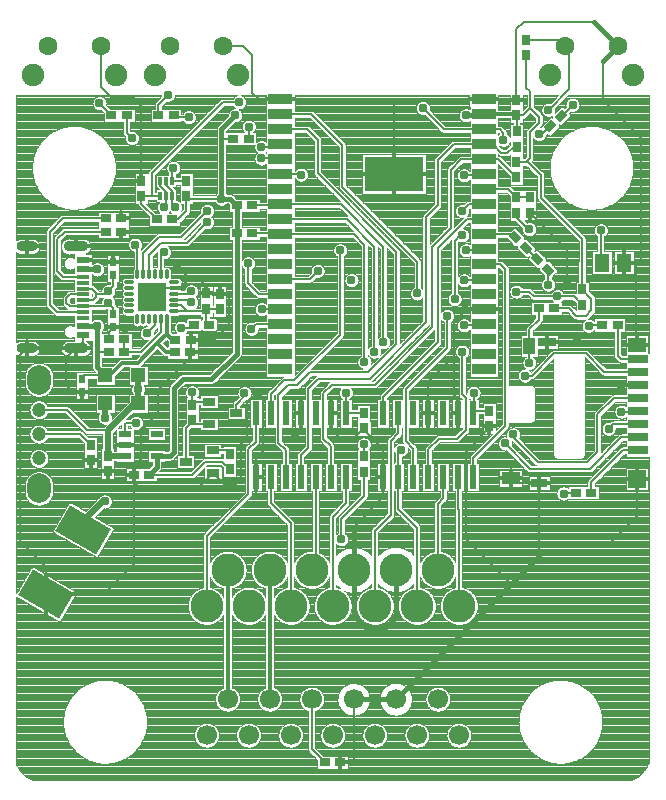
<source format=gbr>
G04 DipTrace 3.3.1.3*
G04 Bottom.gbr*
%MOIN*%
G04 #@! TF.FileFunction,Copper,L2,Bot*
G04 #@! TF.Part,Single*
%AMOUTLINE0*
4,1,4,
-0.022272,0.002783,
-0.002783,0.022272,
0.022272,-0.002783,
0.002783,-0.022272,
-0.022272,0.002783,
0*%
%AMOUTLINE2*
4,1,4,
0.092798,0.003249,
0.043585,-0.08199,
-0.092798,-0.003249,
-0.043585,0.08199,
0.092798,0.003249,
0*%
%AMOUTLINE5*
4,1,4,
-0.017717,-0.01378,
-0.017717,0.01378,
0.017717,0.01378,
0.017717,-0.01378,
-0.017717,-0.01378,
0*%
%AMOUTLINE7*
4,1,4,
-0.002783,-0.022272,
-0.022272,-0.002783,
0.002783,0.022272,
0.022272,0.002783,
-0.002783,-0.022272,
0*%
G04 #@! TA.AperFunction,Conductor*
%ADD13C,0.015748*%
%ADD14C,0.007874*%
%ADD15C,0.011811*%
%ADD16C,0.019685*%
G04 #@! TA.AperFunction,CopperBalancing*
%ADD17C,0.003937*%
%ADD18C,0.012992*%
%ADD21R,0.027559X0.035433*%
%ADD22R,0.035433X0.027559*%
%ADD23R,0.023622X0.031496*%
%ADD25R,0.047244X0.047244*%
G04 #@! TA.AperFunction,ComponentPad*
%ADD26C,0.066929*%
%ADD27R,0.044882X0.011811*%
%ADD28R,0.044882X0.023622*%
G04 #@! TA.AperFunction,ComponentPad*
%ADD29O,0.070866X0.035433*%
%ADD30O,0.082677X0.035433*%
%ADD31C,0.110236*%
%ADD33R,0.011811X0.026378*%
%ADD35R,0.041339X0.025591*%
%ADD36R,0.051181X0.059055*%
G04 #@! TA.AperFunction,ComponentPad*
%ADD37C,0.062992*%
%ADD38C,0.074803*%
%ADD39O,0.07874X0.098425*%
%ADD40C,0.047244*%
%ADD41R,0.068898X0.027559*%
%ADD42R,0.059055X0.051181*%
%ADD43R,0.059055X0.059055*%
%ADD44R,0.061024X0.03937*%
%ADD45R,0.055118X0.031496*%
%ADD46R,0.059055X0.031496*%
%ADD47R,0.03937X0.057087*%
%ADD48R,0.07874X0.035433*%
%ADD49R,0.19685X0.11811*%
%ADD52O,0.033465X0.011811*%
%ADD53O,0.011811X0.033465*%
%ADD54R,0.096457X0.096457*%
%ADD56R,0.023622X0.07874*%
%ADD58R,0.043307X0.023622*%
G04 #@! TA.AperFunction,ViaPad*
%ADD64C,0.031*%
%ADD137OUTLINE0*%
%ADD139OUTLINE2*%
%ADD142OUTLINE5*%
%ADD144OUTLINE7*%
%FSLAX26Y26*%
G04*
G70*
G90*
G75*
G01*
G04 Bottom*
%LPD*%
X881252Y1495475D2*
D13*
Y1458024D1*
X856203Y1432975D1*
X1912453Y2631203D2*
X1972411D1*
Y2634688D1*
X1097337Y2353370D2*
Y2553198D1*
Y2584837D1*
X1143703Y2631203D1*
X932499Y2285282D2*
D14*
X954032D1*
X981203Y2312454D1*
Y2362454D1*
Y2353370D1*
X1097337D1*
X1972411Y2634688D2*
D15*
X2077719D1*
X2081203Y2631203D1*
X2431203Y1643703D2*
D14*
X2485722D1*
X2487467Y1645449D1*
X1137285Y2553198D2*
X1097337D1*
X2114203Y2832248D2*
Y2723814D1*
X2126849Y2711168D1*
Y2655757D1*
X2102295Y2631203D1*
X2081203D1*
X881252Y1495475D2*
D13*
X924953D1*
X938370Y1508892D1*
Y1721391D1*
X969432Y1752453D1*
X1064411D1*
X1148791Y1836833D1*
Y2237454D1*
Y2329243D1*
X1124664Y2353370D1*
X1097337D1*
X2081202Y2475543D2*
D14*
X2113043D1*
X2124953Y2487453D1*
Y2574953D1*
X2156203Y2606203D1*
Y2626403D1*
X2126849Y2655757D1*
X856203Y1432975D2*
X999953D1*
X1043703Y1476726D1*
X1099953D1*
X1124953Y1451726D1*
X1148772Y2331203D2*
X1148791Y2329243D1*
X1148772Y2237454D2*
X1148791D1*
X2299954Y2051134D2*
Y2218702D1*
X2162453Y2356203D1*
Y2431203D1*
X2118113Y2475543D1*
X2113043D1*
X2207385Y1987453D2*
X2256203D1*
X2281203Y1962453D1*
X2312453D1*
X2331203Y1981203D1*
Y2019885D1*
X2299954Y2051134D1*
X2081643Y2578074D2*
Y2630764D1*
X2081203Y2631203D1*
X2278596Y1373146D2*
X2240589D1*
X2238032Y1370588D1*
X2366815Y1932121D2*
X2324276D1*
X2321717Y1929562D1*
X963534Y1923253D2*
X994879D1*
X1004949Y1933323D1*
X875735Y1952016D2*
Y1931589D1*
X848882Y1904736D1*
X2417996Y1932121D2*
Y1830064D1*
X2429357Y1818703D1*
X2487454D1*
Y1515554D2*
X2436642D1*
X2329777Y1408689D1*
Y1373146D1*
X913388Y2412454D2*
Y2398054D1*
X933074Y2378369D1*
Y2363241D1*
Y2335584D1*
X943703Y2324954D1*
X895420Y2101622D2*
Y2164077D1*
X906297Y2174954D1*
X831205Y2362454D2*
X864671D1*
X892916D1*
X893703Y2363241D1*
X831205Y2362454D2*
Y2335395D1*
X881318Y2285282D1*
X864671Y2362454D2*
Y2437310D1*
X1102314Y2674953D1*
X1156203D1*
X1972411Y2584688D2*
X1839453D1*
X1769077Y2655063D1*
X1972411Y2584688D2*
X2026266D1*
X2037453Y2573501D1*
Y2549953D1*
X2362213Y2248001D2*
Y2143680D1*
X2365971Y2139921D1*
X1972017Y2684688D2*
X2078900D1*
X2081203Y2682385D1*
X1672017Y2436577D2*
Y2434517D1*
X1668703Y2431203D1*
X831205Y2413635D2*
Y2663927D1*
X802157Y2692974D1*
X729491D1*
X695869Y2726596D1*
Y2862463D1*
X1294379Y2684727D2*
X1672017D1*
Y2684688D1*
X1972017D1*
X1672017Y2436577D2*
Y2684688D1*
X2157743Y1405304D2*
Y1205255D1*
Y1163795D1*
D13*
X2062262Y1068315D1*
X1678940Y684992D1*
X2431203Y1731203D2*
D14*
X2486568D1*
X2487454Y1732089D1*
X1102118Y2862453D2*
X1168703D1*
X1199953Y2831203D1*
Y2706205D1*
X1221430Y2684727D1*
X1294379D1*
X1909029Y1982650D2*
Y1982804D1*
X1970184D1*
X1972407Y1985028D1*
X1538782Y684992D2*
D13*
X1678940D1*
X2420869Y2863011D2*
X2368703Y2810845D1*
D14*
Y2682961D1*
X2495811Y2555853D1*
Y2139921D1*
X2481203D1*
Y1865908D1*
X2482730D1*
X1538782Y1116243D2*
D13*
Y1259549D1*
D14*
X1637453Y1358219D1*
Y1424953D1*
X1909029Y1982650D2*
Y1980206D1*
X1872983Y1944160D1*
Y1828189D1*
Y1700264D1*
X1887453Y1685794D1*
Y1637551D1*
X1572592Y1587983D2*
Y1583163D1*
X1637453Y1518302D1*
Y1424953D1*
X1787453Y1637551D2*
Y1742659D1*
X1872983Y1828189D1*
X662453Y1481794D2*
Y1457975D1*
X676134Y1444294D1*
X718703D1*
X805022Y1432975D2*
X768703D1*
X757385Y1444294D1*
X718703D1*
X805022Y1432975D2*
Y1409156D1*
X818703Y1395475D1*
X1024757D1*
X1068703Y1439421D1*
X2081203Y2682385D2*
Y2918703D1*
X2106203Y2943703D1*
X2340176D1*
D13*
X2420869Y2863011D1*
X940695Y2056346D2*
D14*
X959067D1*
X985835Y2083114D1*
X996617D1*
X1025537D1*
X1046533Y2062118D1*
Y2037556D1*
X940695Y2056346D2*
X895420D1*
X865892Y2026819D1*
X996617Y2083114D2*
Y2083894D1*
X950631Y2129879D1*
X1538782Y1116243D2*
D13*
Y963714D1*
X1582399Y920097D1*
X1638848D1*
X1678940Y960189D1*
Y1116243D1*
X1092421Y2036929D2*
D14*
X1047160D1*
X1046533Y2037556D1*
X1092421Y2036929D2*
X1117298D1*
X1121945Y2032282D1*
Y1932281D1*
X1073522Y1883858D1*
X995356D1*
Y1842577D1*
X994508Y1841730D1*
Y1821280D1*
X887454Y1714226D1*
Y1639226D1*
X828425Y1580197D1*
Y1532877D1*
Y1486446D1*
X806203Y1464224D1*
Y1432975D1*
X805022D1*
X774953Y1532877D2*
X828425D1*
X2249126Y2064980D2*
Y2182404D1*
X2124954Y2306576D1*
X1990948Y1595387D2*
Y1588049D1*
X1913193Y1510294D1*
Y1217385D1*
X2062262Y1068315D1*
X1572592Y1587983D2*
X1572386D1*
X1544487Y1560084D1*
X1490993D1*
X1462453Y1588625D1*
Y1637551D1*
X1212453Y1424953D2*
Y1486608D1*
X1237214Y1511369D1*
Y1686625D1*
X1228126Y1695713D1*
X1202163D1*
X1181391Y1674941D1*
Y1555164D1*
X1161919Y1535692D1*
Y1416259D1*
X1143743Y1398083D1*
X1126139D1*
X1110042D1*
X1068703Y1439421D1*
X1126139Y1395486D2*
Y1398083D1*
X2157743Y1405304D2*
X2078202D1*
X2062074Y1421433D1*
X1362453Y1637551D2*
Y1578256D1*
X1341923Y1557726D1*
X1538782Y684992D2*
Y473312D1*
X1493155D1*
Y474802D1*
X635124Y1898319D2*
Y1876666D1*
X612683Y1854225D1*
X632080Y1709259D2*
X604495D1*
X581147Y1732606D1*
Y1822689D1*
X612683Y1854225D1*
X737454Y1925396D2*
X775383D1*
X777894Y1922886D1*
X722357Y1883996D2*
Y1910299D1*
X737454Y1925396D1*
X2183360Y1875751D2*
X2281365D1*
X2281490Y1875875D1*
X2440774Y2139921D2*
X2481203D1*
X2157743Y1205255D2*
X2392755D1*
X2482730Y1295230D1*
Y1419058D1*
X513437Y1035152D2*
Y1123970D1*
X424954Y1212453D1*
Y1831063D1*
X448116Y1854225D1*
X513437Y1035152D2*
X705169D1*
X805022Y1135005D1*
Y1432975D1*
X448116Y1854225D2*
X612683D1*
X933074Y2412454D2*
X980022D1*
X981203Y2413635D1*
X1186290Y2137646D2*
Y2071202D1*
X1222424Y2035068D1*
X1294377D1*
X933074Y2412454D2*
Y2451824D1*
X937453Y2456203D1*
X1972411Y2384688D2*
X2053899D1*
X2081202Y2357385D1*
Y2357757D1*
X2124954D1*
X1906203Y1931203D2*
X1968583D1*
X1972407Y1935028D1*
X988371Y2624404D2*
X938635D1*
Y2631203D1*
X1906203Y2081203D2*
X1968927D1*
X1972411Y2084688D1*
X2114203Y2883429D2*
X2223285D1*
X2243703Y2863011D1*
X2187454Y2649953D2*
X2189299D1*
X2257206Y2717860D1*
Y2863011D1*
X2243703D1*
X1197890Y1919967D2*
Y1917794D1*
X1214539Y1934444D1*
X1293752D1*
X1294377Y1935068D1*
X2124304Y1863192D2*
Y1918054D1*
X2156203Y1949953D1*
Y1987453D1*
X2124304Y1863192D2*
Y1806785D1*
X2124209Y1806689D1*
X1606699Y1843567D2*
Y2193207D1*
X1515180Y2284727D1*
X1294379D1*
X2070129Y1567593D2*
X2059319D1*
X2152551Y1474361D1*
X2316421D1*
X2350979Y1508919D1*
Y1633950D1*
X2405785Y1688756D1*
X2487467D1*
X1294379Y2334727D2*
X1494866D1*
X1637454Y2192139D1*
Y1874954D1*
X2109520Y1763732D2*
X2132482D1*
X2206203Y1837454D1*
X2312453D1*
X2374550Y1775357D1*
X2487454D1*
X1199953Y2331203D2*
X1290856D1*
X1294379Y2334727D1*
X1294377Y1985068D2*
X1231765Y1984423D1*
X782385Y2631203D2*
Y2571840D1*
X799079Y2555146D1*
X1294379Y2434727D2*
X1361539D1*
X1363147Y2433119D1*
X1737453Y1424953D2*
Y1520147D1*
X1712453Y1545147D1*
Y1718702D1*
X1849953Y1856202D1*
Y1962453D1*
X1312453Y1424953D2*
Y1514560D1*
X1287453Y1539560D1*
Y1697675D1*
X1321067Y1731289D1*
X1350039D1*
X1393705Y1774954D1*
X1587454D1*
X1681203Y1868703D1*
Y2174954D1*
X1418703Y2437454D1*
Y2549953D1*
X1383929Y2584727D1*
X1294379D1*
X2388156Y1586148D2*
X2404163Y1602155D1*
X2487467D1*
X1294379Y2634727D2*
X1396430D1*
X1499954Y2531203D1*
Y2393703D1*
X1749954Y2143703D1*
Y2037454D1*
X2217391Y2028559D2*
X2138322D1*
X2123177Y2043703D1*
X2081203D1*
X2217391Y2028559D2*
X2271348D1*
X2299954Y1999953D1*
X1912453Y2181203D2*
X1968927D1*
X1972411Y2184688D1*
X1262453Y1637551D2*
Y1703453D1*
X1306411Y1747411D1*
X1341161D1*
X1493703Y1899953D1*
Y2181203D1*
X1937453Y1424953D2*
Y1489861D1*
X2043703Y1596112D1*
Y2118703D1*
X2027719Y2134688D1*
X1972411D1*
X1787453Y1424953D2*
Y1518180D1*
X1822483Y1553210D1*
X1882320D1*
X1912453Y1583343D1*
Y1688844D1*
X1899953Y1701344D1*
Y1843703D1*
X1972411Y2334688D2*
X1922186D1*
X1899953Y2312454D1*
Y2231203D2*
X1893705D1*
X1874954Y2212453D1*
Y2018703D1*
X1637453Y1637551D2*
Y1693703D1*
X1818703Y1874954D1*
Y2187453D1*
X1915938Y2284688D1*
X1972411D1*
X2081643Y2526892D2*
X2071320D1*
X2051058Y2506630D1*
X2030963D1*
X2002906Y2534688D1*
X1972411D1*
X1362453Y1424953D2*
Y1498690D1*
X1387320Y1523558D1*
Y1719633D1*
X1421175Y1753487D1*
X1592034D1*
X1779711Y1941164D1*
Y2293146D1*
X1818228Y2331663D1*
Y2481593D1*
X1871323Y2534688D1*
X1972411D1*
X1462453Y1424953D2*
Y1527802D1*
X1436765Y1553490D1*
Y1704445D1*
X1465345Y1733025D1*
X1608025D1*
X1799953Y1924953D1*
Y2193703D1*
X1862453Y2256203D1*
Y2449953D1*
X1897188Y2484688D1*
X1972411D1*
X2020877D1*
X2081202Y2424362D1*
X1294377Y2085068D2*
X1391319D1*
X1418703Y2112453D1*
X2156203Y2568703D2*
X2167781D1*
X2193100Y2594022D1*
X2194315D1*
X1574459Y1809327D2*
Y2200448D1*
X1539839Y2235068D1*
X1294377D1*
X2043105Y1537367D2*
X2041324D1*
X2125760Y1452932D1*
X2325312D1*
X2431215Y1558835D1*
X2487467D1*
X1199953Y2237454D2*
X1291991D1*
X1294377Y2235068D1*
X887454Y2631203D2*
Y2667003D1*
X920406Y2699954D1*
X774953Y1570278D2*
Y1601026D1*
X780130Y1606203D1*
X812453D1*
X489256Y1568627D2*
X626801D1*
X662453Y1532975D1*
X691224Y2671783D2*
Y2671182D1*
X731203Y2631203D1*
X2230507Y2630214D2*
X2231714D1*
X2267906Y2666406D1*
X1068703Y1514224D2*
X1113635D1*
X1124953Y1502907D1*
X711272Y2287453D2*
X568702D1*
X524953Y2243703D1*
Y1999954D1*
X549816Y1975091D1*
X635124D1*
X711272Y2243703D2*
X574953D1*
X549953Y2218703D1*
Y2112454D1*
X569206Y2093201D1*
X635124D1*
X1972411Y2234688D2*
X2067045D1*
X2076909Y2224823D1*
X1906203Y2431203D2*
X1968927D1*
X1972411Y2434688D1*
X1188466Y2553198D2*
Y2593579D1*
X1188575Y2593688D1*
X895420Y1952016D2*
Y1907627D1*
X830857Y1843064D1*
X773538D1*
Y1883996D2*
Y1843064D1*
X2113101Y2188631D2*
X2113982D1*
X2150129Y2152484D1*
X1056203Y1601724D2*
X1012453D1*
X999953Y1614224D1*
X978152Y1476823D2*
Y1588744D1*
X999953Y1610545D1*
Y1614224D1*
X893703Y2412454D2*
Y2396428D1*
X913388Y2376743D1*
Y2363241D1*
Y2332139D1*
X906203Y2324954D1*
X816680Y2101622D2*
Y2192966D1*
X809857Y2199789D1*
X1118310Y684992D2*
D15*
Y1116243D1*
X2124033Y2251032D2*
D14*
X2120790D1*
X2081202Y2290619D1*
Y2306203D1*
X709113Y1623675D2*
D16*
Y1670423D1*
X709864Y1671173D1*
X1572543Y1442888D2*
D14*
Y1361577D1*
X1497217Y1286251D1*
Y1218106D1*
X1258467Y684992D2*
D15*
Y1116243D1*
X637453Y1249953D2*
D16*
Y1278942D1*
X702555Y1344045D1*
X708841D1*
X2187270Y2066802D2*
D14*
X2186320Y2067752D1*
Y2116293D1*
X1889176Y996164D2*
Y1316980D1*
X1887453Y1318703D1*
Y1424953D1*
X1819097Y1116243D2*
Y1337060D1*
X1837453Y1355416D1*
Y1424953D1*
X1468703Y996164D2*
Y1293703D1*
X1512453Y1337453D1*
Y1424953D1*
X1749018Y996164D2*
Y1257139D1*
X1687453Y1318705D1*
Y1424953D1*
Y1507888D1*
X1696206Y1516642D1*
X1572332Y1534259D2*
Y1494281D1*
X1572543Y1494070D1*
X1608861Y996164D2*
Y1246601D1*
X1662453Y1300193D1*
Y1546752D1*
X1687453Y1571752D1*
Y1637551D1*
X1048231Y996164D2*
Y1229482D1*
X1187453Y1368703D1*
Y1518942D1*
X1212453Y1543942D1*
Y1637551D1*
X1398625Y1116243D2*
X1412453D1*
Y1424953D1*
X1398625Y684992D2*
Y518151D1*
X1441974Y474802D1*
X1328546Y996164D2*
Y1271361D1*
X1262453Y1337454D1*
Y1424953D1*
X915105Y1952016D2*
D15*
Y1903233D1*
X883563Y1871692D1*
X818075Y1806203D1*
X767157D1*
X725877Y1764923D1*
X709864D1*
X944175Y1883858D2*
X934480D1*
X915105Y1903233D1*
X943327Y1841730D2*
X913525D1*
X883563Y1871692D1*
X635124Y2118792D2*
D13*
X682036D1*
X683388Y2117440D1*
X635124Y1929815D2*
X683153D1*
X683370Y1929598D1*
Y1843064D1*
Y1791416D1*
X709864Y1764923D1*
X722357Y1843064D2*
D14*
X683370D1*
X632080Y1752566D2*
Y1756562D1*
X640441Y1764923D1*
X709864D1*
X940695Y2036661D2*
X988825D1*
X996945Y2044781D1*
X635124Y2053831D2*
X665265D1*
X679828Y2039268D1*
Y2034882D1*
Y2026272D1*
X668017Y2014461D1*
X635124D1*
X679828Y2034882D2*
X710693D1*
X720597Y2044786D1*
X737454Y2099953D2*
Y2061643D1*
X720597Y2044786D1*
X940695Y2016976D2*
X987251D1*
X996945Y2007282D1*
X635124Y2034146D2*
X592209D1*
X580379Y2022316D1*
Y2005647D1*
X591250Y1994776D1*
X635124D1*
X708107D1*
X720597Y2007266D1*
X737454Y1968703D2*
Y1990409D1*
X720597Y2007266D1*
X1231203Y2524953D2*
X1284605D1*
X1294379Y2534727D1*
X836365Y2101622D2*
Y2172774D1*
X889843Y2226252D1*
X963752D1*
X1049953Y2312453D1*
X1231203Y2487454D2*
X1291652D1*
X1294379Y2484727D1*
X856050Y2101622D2*
Y2167136D1*
X895369Y2206455D1*
X981454D1*
X1049953Y2274954D1*
X820100Y1764923D2*
D16*
Y1727423D1*
Y1671173D1*
X774953Y1495475D2*
X718703D1*
X819759Y1718000D2*
X820100Y1727423D1*
X1056203Y1676528D2*
D14*
X1011075D1*
X999953Y1665406D1*
Y1707975D1*
X718703Y1495475D2*
D16*
Y1581203D1*
X808673Y1671173D1*
X820100D1*
X489256Y1649867D2*
D14*
X581346D1*
X650011Y1581203D1*
X718703D1*
X1146755Y1639126D2*
Y1667277D1*
X1184392Y1704915D1*
X1174514D1*
X1572592Y1639164D2*
X1514066D1*
X1512453Y1637551D1*
X1937951Y1706491D2*
Y1638050D1*
X1937453Y1637551D1*
X1990948Y1646568D2*
X1946470D1*
X1937453Y1637551D1*
X1512427Y1706266D2*
Y1637577D1*
X1512453Y1637551D1*
X1046533Y1986375D2*
Y1933323D1*
X1056130D1*
X940695Y1977606D2*
X984194D1*
X1037764D1*
X1046533Y1986375D1*
X940695Y1997291D2*
X964509D1*
X984194Y1977606D1*
X1092421Y1985748D2*
X1047160D1*
X1046533Y1986375D1*
D64*
X988371Y2624404D3*
X2156203Y2568703D3*
X920406Y2699954D3*
X2267906Y2666406D3*
X720597Y2044786D3*
Y2007266D3*
X996945Y2044781D3*
Y2007282D3*
X1097337Y2353370D3*
X906203Y2324954D3*
X943703D3*
X809857Y2199789D3*
X906297Y2174954D3*
X1156203Y2674953D3*
X1769077Y2655063D3*
X937453Y2456203D3*
X1186290Y2137646D3*
X1906203Y2431203D3*
X848882Y1904736D3*
X963534Y1923253D3*
X1143703Y2631203D3*
X1912453D3*
X950631Y2129879D3*
X1197890Y1919967D3*
X683388Y2117440D3*
X1497217Y1218106D3*
X1668703Y2431203D3*
X1599954Y2474953D3*
X1743703D3*
X1599954Y2393703D3*
X1743703D3*
X2124033Y2251032D3*
X2187270Y2066802D3*
X1231203Y2524953D3*
Y2487454D3*
X1049953Y2312453D3*
Y2274954D3*
X1899953Y1843703D3*
X1696206Y1516642D3*
X1493703Y2181203D3*
X1912453D3*
X1849953Y1962453D3*
X709113Y1623675D3*
X819759Y1718000D3*
X691224Y2671783D3*
X799079Y2555146D3*
X1363147Y2433119D3*
X1906203Y1931203D3*
X999953Y1707975D3*
X1906203Y2081203D3*
X683370Y1929598D3*
X1531203Y2081203D3*
X708841Y1344045D3*
X1231765Y1984423D3*
X1418703Y2112453D3*
X2431203Y1731203D3*
X1909029Y1982650D3*
X2431203Y1643703D3*
X1637454Y1874954D3*
X1512427Y1706266D3*
X1188575Y2593688D3*
X1174514Y1704915D3*
X1937951Y1706491D3*
X2187454Y2649953D3*
X2037453Y2549953D3*
X2249126Y2064980D3*
X1899953Y2312454D3*
X812453Y1606203D3*
X2081203Y2043703D3*
X2217391Y2028559D3*
X1899953Y2231203D3*
X1874954Y2018703D3*
X1572332Y1534259D3*
X2281490Y1875875D3*
X1126139Y1395486D3*
X2124209Y1806689D3*
X1341923Y1557726D3*
X777894Y1922886D3*
X2321717Y1929562D3*
X2238032Y1370588D3*
X2362213Y2248001D3*
X1606699Y1843567D3*
X2070129Y1567593D3*
X2109520Y1763732D3*
X2388156Y1586148D3*
X1749954Y2037454D3*
X1574459Y1809327D3*
X2043105Y1537367D3*
X414820Y2694180D2*
D17*
X683356D1*
X699092D2*
X897116D1*
X943694D2*
X1142110D1*
X1170303D2*
X1246502D1*
X1342255D2*
X1924144D1*
X2019889D2*
X2058918D1*
X2103489D2*
X2114405D1*
X2139291D2*
X2216098D1*
X2250958D2*
X2522593D1*
X414820Y2690374D2*
X676274D1*
X706174D2*
X893394D1*
X942379D2*
X1137935D1*
X1174478D2*
X1246502D1*
X1342255D2*
X1924144D1*
X2019889D2*
X2058918D1*
X2103489D2*
X2114405D1*
X2139291D2*
X2212292D1*
X2247151D2*
X2522593D1*
X414820Y2686568D2*
X672422D1*
X710027D2*
X889588D1*
X940249D2*
X1098726D1*
X1177154D2*
X1246502D1*
X1342255D2*
X1924144D1*
X2019889D2*
X2058918D1*
X2103489D2*
X2114405D1*
X2139291D2*
X2208486D1*
X2243345D2*
X2255230D1*
X2280585D2*
X2522593D1*
X414820Y2682762D2*
X669931D1*
X712518D2*
X885782D1*
X936981D2*
X1092690D1*
X1178876D2*
X1246502D1*
X1342255D2*
X1924144D1*
X2019889D2*
X2058918D1*
X2103489D2*
X2114405D1*
X2139291D2*
X2204679D1*
X2239539D2*
X2250485D1*
X2285322D2*
X2522593D1*
X414820Y2678957D2*
X668339D1*
X714110D2*
X881975D1*
X931599D2*
X1088884D1*
X1179868D2*
X1246502D1*
X1342255D2*
X1924144D1*
X2019889D2*
X2058918D1*
X2103489D2*
X2114405D1*
X2139291D2*
X2200873D1*
X2235732D2*
X2247517D1*
X2288298D2*
X2522593D1*
X414820Y2675151D2*
X667462D1*
X714986D2*
X878184D1*
X913036D2*
X1085077D1*
X1180207D2*
X1246502D1*
X1342255D2*
X1756276D1*
X1781877D2*
X1924144D1*
X2019889D2*
X2058918D1*
X2103489D2*
X2114405D1*
X2139291D2*
X2197067D1*
X2231926D2*
X2245580D1*
X2290228D2*
X2522593D1*
X414820Y2671345D2*
X667224D1*
X715225D2*
X875824D1*
X909230D2*
X1081271D1*
X1179930D2*
X1246502D1*
X1342255D2*
X1751585D1*
X1786567D2*
X1924144D1*
X2019889D2*
X2058918D1*
X2103489D2*
X2114405D1*
X2139291D2*
X2177066D1*
X2228120D2*
X2244426D1*
X2291389D2*
X2522593D1*
X414820Y2667539D2*
X667608D1*
X714840D2*
X875024D1*
X905424D2*
X1077472D1*
X1179015D2*
X1246502D1*
X1342255D2*
X1748640D1*
X1789513D2*
X1924144D1*
X2019889D2*
X2058918D1*
X2103489D2*
X2114405D1*
X2139291D2*
X2171307D1*
X2224314D2*
X2243926D1*
X2291881D2*
X2522593D1*
X414820Y2663734D2*
X668639D1*
X716101D2*
X875016D1*
X901617D2*
X1073666D1*
X1177369D2*
X1246502D1*
X1342255D2*
X1746725D1*
X1791435D2*
X1924144D1*
X2019889D2*
X2058918D1*
X2103489D2*
X2114405D1*
X2139291D2*
X2167893D1*
X2220515D2*
X2244057D1*
X2291758D2*
X2522593D1*
X414820Y2659928D2*
X670415D1*
X719907D2*
X875016D1*
X899895D2*
X1069860D1*
X1104719D2*
X1137596D1*
X1174809D2*
X1246502D1*
X1342255D2*
X1745580D1*
X1792573D2*
X1924144D1*
X2020281D2*
X2058918D1*
X2103489D2*
X2113590D1*
X2140106D2*
X2165663D1*
X2216709D2*
X2229670D1*
X2236909D2*
X2243996D1*
X2291004D2*
X2522593D1*
X414820Y2656122D2*
X673160D1*
X723714D2*
X875016D1*
X899895D2*
X1066054D1*
X1100913D2*
X1141564D1*
X1170841D2*
X1246502D1*
X1342255D2*
X1745095D1*
X1793057D2*
X1924537D1*
X2020281D2*
X2058918D1*
X2103489D2*
X2109784D1*
X2143912D2*
X2164271D1*
X2212902D2*
X2225064D1*
X2289551D2*
X2522593D1*
X414820Y2652316D2*
X677474D1*
X808606D2*
X861237D1*
X964856D2*
X1062247D1*
X1097107D2*
X1132744D1*
X1163305D2*
X1246502D1*
X1342255D2*
X1745234D1*
X1792919D2*
X1901491D1*
X2020281D2*
X2058918D1*
X2103489D2*
X2105977D1*
X2147719D2*
X2163571D1*
X2211341D2*
X2221258D1*
X2287244D2*
X2522593D1*
X414820Y2648511D2*
X686855D1*
X808606D2*
X861237D1*
X964856D2*
X1058441D1*
X1093300D2*
X1127254D1*
X1160160D2*
X1246502D1*
X1342255D2*
X1746002D1*
X1793057D2*
X1896001D1*
X2151525D2*
X2163494D1*
X2211411D2*
X2217451D1*
X2283699D2*
X2522593D1*
X414820Y2644705D2*
X700273D1*
X808606D2*
X861237D1*
X964856D2*
X975925D1*
X1000819D2*
X1054635D1*
X1089494D2*
X1123940D1*
X1163467D2*
X1246502D1*
X1403578D2*
X1747463D1*
X1796864D2*
X1892687D1*
X2155331D2*
X2164040D1*
X2210865D2*
X2213645D1*
X2277602D2*
X2522593D1*
X414820Y2640899D2*
X704079D1*
X808606D2*
X861237D1*
X964856D2*
X971089D1*
X1005656D2*
X1050828D1*
X1085688D2*
X1121779D1*
X1165628D2*
X1246502D1*
X1407692D2*
X1749793D1*
X1800670D2*
X1890534D1*
X2159138D2*
X2165255D1*
X2259831D2*
X2522593D1*
X414820Y2637093D2*
X704987D1*
X808606D2*
X861237D1*
X964856D2*
X968067D1*
X1008678D2*
X1047022D1*
X1081882D2*
X1120449D1*
X1166958D2*
X1246502D1*
X1411498D2*
X1753369D1*
X1804476D2*
X1889196D1*
X2125619D2*
X2128089D1*
X2162944D2*
X2167262D1*
X2260170D2*
X2522593D1*
X414820Y2633287D2*
X704987D1*
X808606D2*
X861237D1*
X1010639D2*
X1043216D1*
X1078083D2*
X1119795D1*
X1167611D2*
X1246502D1*
X1415305D2*
X1759559D1*
X1808283D2*
X1888542D1*
X2121813D2*
X2131891D1*
X2166481D2*
X2170338D1*
X2261277D2*
X2522593D1*
X414820Y2629482D2*
X704987D1*
X808606D2*
X861237D1*
X1011823D2*
X1039410D1*
X1074277D2*
X1118980D1*
X1167642D2*
X1246502D1*
X1419111D2*
X1777229D1*
X1812089D2*
X1888511D1*
X2118007D2*
X2135697D1*
X2168242D2*
X2175298D1*
X2260477D2*
X2522593D1*
X414820Y2625676D2*
X704987D1*
X808606D2*
X861237D1*
X1012338D2*
X1035603D1*
X1070470D2*
X1115174D1*
X1167050D2*
X1246502D1*
X1422909D2*
X1781036D1*
X1815895D2*
X1889103D1*
X2114200D2*
X2139496D1*
X2168642D2*
X2199919D1*
X2257317D2*
X2522593D1*
X414820Y2621870D2*
X704987D1*
X808606D2*
X861237D1*
X1012238D2*
X1031797D1*
X1066664D2*
X1111368D1*
X1165781D2*
X1246502D1*
X1342255D2*
X1391856D1*
X1426716D2*
X1784842D1*
X1819701D2*
X1890372D1*
X2110309D2*
X2143302D1*
X2168642D2*
X2190807D1*
X2253518D2*
X2522593D1*
X414820Y2618064D2*
X704987D1*
X808606D2*
X861237D1*
X1011508D2*
X1027991D1*
X1062858D2*
X1107569D1*
X1163713D2*
X1246502D1*
X1342255D2*
X1395663D1*
X1430522D2*
X1788648D1*
X1823508D2*
X1892441D1*
X2020281D2*
X2058918D1*
X2103489D2*
X2143763D1*
X2168642D2*
X2187009D1*
X2249712D2*
X2522593D1*
X414820Y2614259D2*
X704987D1*
X808606D2*
X861237D1*
X1010085D2*
X1024184D1*
X1059051D2*
X1103763D1*
X1160537D2*
X1176590D1*
X1200553D2*
X1246502D1*
X1342255D2*
X1399469D1*
X1434328D2*
X1792447D1*
X1827314D2*
X1895616D1*
X2020281D2*
X2058918D1*
X2103489D2*
X2143763D1*
X2168642D2*
X2183203D1*
X2245906D2*
X2522593D1*
X414820Y2610453D2*
X704987D1*
X808606D2*
X861237D1*
X964856D2*
X968928D1*
X1007809D2*
X1020386D1*
X1055245D2*
X1099956D1*
X1155362D2*
X1171553D1*
X1205590D2*
X1246502D1*
X1342255D2*
X1403275D1*
X1438135D2*
X1796253D1*
X1831120D2*
X1900799D1*
X2020281D2*
X2058918D1*
X2103489D2*
X2143025D1*
X2168642D2*
X2179396D1*
X2242099D2*
X2522593D1*
X414820Y2606647D2*
X769940D1*
X794826D2*
X972419D1*
X1004326D2*
X1016579D1*
X1051439D2*
X1096150D1*
X1142144D2*
X1168446D1*
X1208704D2*
X1246502D1*
X1342255D2*
X1407081D1*
X1441941D2*
X1800059D1*
X1834927D2*
X1924537D1*
X2020281D2*
X2058918D1*
X2103489D2*
X2139219D1*
X2168642D2*
X2175590D1*
X2238293D2*
X2522593D1*
X414820Y2602841D2*
X769940D1*
X794826D2*
X978363D1*
X998382D2*
X1012773D1*
X1047633D2*
X1092344D1*
X1138338D2*
X1166416D1*
X1210734D2*
X1246502D1*
X1342255D2*
X1410888D1*
X1445747D2*
X1803866D1*
X1838733D2*
X1924537D1*
X2020281D2*
X2059356D1*
X2103927D2*
X2135413D1*
X2168165D2*
X2171784D1*
X2234487D2*
X2522593D1*
X414820Y2599035D2*
X769940D1*
X794826D2*
X1008967D1*
X1043826D2*
X1088538D1*
X1134531D2*
X1165186D1*
X1211964D2*
X1246502D1*
X1342255D2*
X1414694D1*
X1449553D2*
X1807672D1*
X1842539D2*
X1924537D1*
X2020281D2*
X2059356D1*
X2103927D2*
X2131606D1*
X2166281D2*
X2167977D1*
X2224775D2*
X2522593D1*
X414820Y2595230D2*
X590245D1*
X622167D2*
X769940D1*
X794826D2*
X1005161D1*
X1040020D2*
X1084800D1*
X1130725D2*
X1164625D1*
X1212526D2*
X1246502D1*
X1390222D2*
X1418500D1*
X1453360D2*
X1811478D1*
X2032492D2*
X2059356D1*
X2103927D2*
X2127800D1*
X2162659D2*
X2164586D1*
X2224936D2*
X2315246D1*
X2347160D2*
X2522593D1*
X414820Y2591424D2*
X569952D1*
X642459D2*
X769940D1*
X794826D2*
X1001354D1*
X1036214D2*
X1082378D1*
X1126926D2*
X1164679D1*
X1212472D2*
X1246502D1*
X1394666D2*
X1422299D1*
X1457166D2*
X1815285D1*
X2036960D2*
X2059356D1*
X2103927D2*
X2123994D1*
X2223045D2*
X2294946D1*
X2367461D2*
X2522593D1*
X414820Y2587618D2*
X557841D1*
X654562D2*
X769940D1*
X794826D2*
X997548D1*
X1032407D2*
X1081202D1*
X1123120D2*
X1165363D1*
X1211787D2*
X1246502D1*
X1398472D2*
X1426105D1*
X1460972D2*
X1819091D1*
X2040766D2*
X2059356D1*
X2103927D2*
X2120187D1*
X2219262D2*
X2282843D1*
X2379564D2*
X2522593D1*
X414820Y2583812D2*
X548483D1*
X663928D2*
X769940D1*
X794826D2*
X993742D1*
X1028601D2*
X1080956D1*
X1119314D2*
X1166732D1*
X1210411D2*
X1246502D1*
X1402279D2*
X1429911D1*
X1464779D2*
X1822897D1*
X2044572D2*
X2059356D1*
X2103927D2*
X2116381D1*
X2215455D2*
X2273485D1*
X2388922D2*
X2522593D1*
X414820Y2580007D2*
X540671D1*
X671741D2*
X769940D1*
X794826D2*
X989935D1*
X1024795D2*
X1080956D1*
X1115508D2*
X1168939D1*
X1208212D2*
X1246502D1*
X1406077D2*
X1433718D1*
X1468585D2*
X1826703D1*
X2047986D2*
X2059356D1*
X2103927D2*
X2113621D1*
X2211649D2*
X2265672D1*
X2396742D2*
X2522593D1*
X414820Y2576201D2*
X533896D1*
X678507D2*
X769940D1*
X810159D2*
X986129D1*
X1020996D2*
X1080956D1*
X1113716D2*
X1172314D1*
X1204828D2*
X1246502D1*
X1409883D2*
X1437524D1*
X1472391D2*
X1830510D1*
X2049586D2*
X2059356D1*
X2103927D2*
X2112575D1*
X2207843D2*
X2258898D1*
X2403509D2*
X2522593D1*
X414820Y2572395D2*
X527898D1*
X684505D2*
X769940D1*
X815595D2*
X982323D1*
X1017190D2*
X1080956D1*
X1214686D2*
X1246502D1*
X1342255D2*
X1378830D1*
X1413690D2*
X1441330D1*
X1476197D2*
X1924537D1*
X2049893D2*
X2059356D1*
X2103927D2*
X2112513D1*
X2204036D2*
X2252900D1*
X2409507D2*
X2522593D1*
X414820Y2568589D2*
X522500D1*
X689903D2*
X770393D1*
X818879D2*
X978517D1*
X1013384D2*
X1080956D1*
X1214686D2*
X1246502D1*
X1342255D2*
X1382637D1*
X1417496D2*
X1445137D1*
X1479996D2*
X1924537D1*
X2020281D2*
X2022562D1*
X2052339D2*
X2059356D1*
X2103927D2*
X2112513D1*
X2200230D2*
X2247502D1*
X2414905D2*
X2522593D1*
X414820Y2564783D2*
X517602D1*
X694809D2*
X772224D1*
X821024D2*
X974710D1*
X1009577D2*
X1080956D1*
X1214686D2*
X1246502D1*
X1342255D2*
X1386443D1*
X1421302D2*
X1448943D1*
X1483802D2*
X1924537D1*
X2056214D2*
X2059356D1*
X2103927D2*
X2112513D1*
X2181291D2*
X2186986D1*
X2196078D2*
X2242596D1*
X2419811D2*
X2522593D1*
X414820Y2560978D2*
X513112D1*
X699292D2*
X775807D1*
X822354D2*
X970904D1*
X1005771D2*
X1080956D1*
X1214686D2*
X1246502D1*
X1342255D2*
X1390249D1*
X1425109D2*
X1452749D1*
X1487609D2*
X1924537D1*
X2103927D2*
X2112513D1*
X2178907D2*
X2238113D1*
X2424294D2*
X2522593D1*
X414820Y2557172D2*
X508982D1*
X703429D2*
X775161D1*
X822992D2*
X967098D1*
X1001965D2*
X1080956D1*
X1214686D2*
X1246502D1*
X1342255D2*
X1394055D1*
X1428738D2*
X1456555D1*
X1491415D2*
X1924537D1*
X2103927D2*
X2112513D1*
X2177200D2*
X2233984D1*
X2428430D2*
X2522593D1*
X414820Y2553366D2*
X505161D1*
X707243D2*
X775146D1*
X823016D2*
X963299D1*
X998159D2*
X1080956D1*
X1214686D2*
X1246502D1*
X1342255D2*
X1397862D1*
X1430653D2*
X1460362D1*
X1495221D2*
X1924537D1*
X2103927D2*
X2112513D1*
X2174547D2*
X2230162D1*
X2432244D2*
X2522593D1*
X414820Y2549560D2*
X501623D1*
X710788D2*
X775745D1*
X822416D2*
X959493D1*
X994352D2*
X1080956D1*
X1214686D2*
X1246502D1*
X1342255D2*
X1401668D1*
X1431145D2*
X1464168D1*
X1499027D2*
X1924537D1*
X2103927D2*
X2112513D1*
X2137392D2*
X2141987D1*
X2170418D2*
X2226625D1*
X2435782D2*
X2522593D1*
X414820Y2545755D2*
X498332D1*
X714071D2*
X777022D1*
X821132D2*
X955687D1*
X990546D2*
X1080956D1*
X1214686D2*
X1219643D1*
X1242768D2*
X1246502D1*
X1342255D2*
X1405467D1*
X1431145D2*
X1467974D1*
X1502834D2*
X1866166D1*
X2103927D2*
X2112513D1*
X2137392D2*
X2150261D1*
X2162144D2*
X2223334D1*
X2439073D2*
X2522593D1*
X414820Y2541949D2*
X495272D1*
X717132D2*
X779106D1*
X819048D2*
X951880D1*
X986740D2*
X1080956D1*
X1342255D2*
X1406259D1*
X1431145D2*
X1471781D1*
X1506640D2*
X1861152D1*
X2103927D2*
X2112513D1*
X2137392D2*
X2220273D1*
X2442133D2*
X2522593D1*
X414820Y2538143D2*
X492427D1*
X719984D2*
X782304D1*
X815857D2*
X948074D1*
X982933D2*
X1080956D1*
X1342255D2*
X1406259D1*
X1431145D2*
X1475587D1*
X1510193D2*
X1857346D1*
X2103927D2*
X2112513D1*
X2137392D2*
X2217421D1*
X2444986D2*
X2522593D1*
X414820Y2534337D2*
X489766D1*
X722637D2*
X787526D1*
X810628D2*
X944268D1*
X979127D2*
X1080956D1*
X1342255D2*
X1406259D1*
X1431145D2*
X1479386D1*
X1511984D2*
X1853540D1*
X2055553D2*
X2059356D1*
X2103927D2*
X2112513D1*
X2137392D2*
X2214768D1*
X2447639D2*
X2522593D1*
X414820Y2530532D2*
X487290D1*
X725113D2*
X940461D1*
X975321D2*
X1080956D1*
X1113716D2*
X1207870D1*
X1342255D2*
X1406259D1*
X1431145D2*
X1483192D1*
X1512392D2*
X1849733D1*
X2051270D2*
X2057526D1*
X2103927D2*
X2112513D1*
X2137392D2*
X2212292D1*
X2450115D2*
X2522593D1*
X414820Y2526726D2*
X484991D1*
X727412D2*
X936655D1*
X971515D2*
X1080956D1*
X1113716D2*
X1207263D1*
X1342255D2*
X1406259D1*
X1431145D2*
X1486998D1*
X1512392D2*
X1845927D1*
X2028301D2*
X2032820D1*
X2042081D2*
X2053720D1*
X2103927D2*
X2112513D1*
X2137392D2*
X2209993D1*
X2452414D2*
X2522593D1*
X414820Y2522920D2*
X482846D1*
X729558D2*
X932849D1*
X967708D2*
X1080956D1*
X1113716D2*
X1207286D1*
X1342255D2*
X1406259D1*
X1431145D2*
X1487513D1*
X1512392D2*
X1842121D1*
X2032108D2*
X2049913D1*
X2103927D2*
X2112513D1*
X2137392D2*
X2207847D1*
X2454559D2*
X2522593D1*
X414820Y2519114D2*
X480862D1*
X731549D2*
X929043D1*
X963910D2*
X1080956D1*
X1113716D2*
X1207932D1*
X1342255D2*
X1406259D1*
X1431145D2*
X1487513D1*
X1512392D2*
X1838315D1*
X1873182D2*
X1924537D1*
X2035914D2*
X2046107D1*
X2103927D2*
X2112513D1*
X2137392D2*
X2205856D1*
X2456551D2*
X2522593D1*
X414820Y2515308D2*
X479016D1*
X733395D2*
X925236D1*
X960103D2*
X1080956D1*
X1113716D2*
X1209262D1*
X1342255D2*
X1406259D1*
X1431145D2*
X1487513D1*
X1512392D2*
X1834516D1*
X1869375D2*
X1924537D1*
X2103927D2*
X2112513D1*
X2137392D2*
X2204010D1*
X2458396D2*
X2522593D1*
X414820Y2511503D2*
X477309D1*
X735102D2*
X921430D1*
X956297D2*
X1080956D1*
X1113716D2*
X1211408D1*
X1342255D2*
X1406259D1*
X1431145D2*
X1487513D1*
X1512392D2*
X1830710D1*
X1865569D2*
X1924537D1*
X2103927D2*
X2112513D1*
X2137392D2*
X2202311D1*
X2460096D2*
X2522593D1*
X414820Y2507697D2*
X475733D1*
X736671D2*
X917624D1*
X952491D2*
X1080956D1*
X1113716D2*
X1214699D1*
X1342255D2*
X1406259D1*
X1431145D2*
X1487513D1*
X1512392D2*
X1826903D1*
X1861763D2*
X1924537D1*
X2103927D2*
X2112513D1*
X2137392D2*
X2200735D1*
X2461672D2*
X2522593D1*
X414820Y2503891D2*
X474295D1*
X738116D2*
X913817D1*
X948685D2*
X1080956D1*
X1113716D2*
X1213860D1*
X1342255D2*
X1406259D1*
X1431145D2*
X1487513D1*
X1512392D2*
X1823097D1*
X1857957D2*
X1924537D1*
X2103927D2*
X2112513D1*
X2137392D2*
X2199297D1*
X2463110D2*
X2522593D1*
X414820Y2500085D2*
X472973D1*
X739431D2*
X910011D1*
X944878D2*
X1080956D1*
X1113716D2*
X1210862D1*
X1342255D2*
X1406259D1*
X1431145D2*
X1487513D1*
X1512392D2*
X1565085D1*
X1778947D2*
X1819291D1*
X1854150D2*
X1924537D1*
X2103489D2*
X2112513D1*
X2137392D2*
X2197974D1*
X2464433D2*
X2522593D1*
X414820Y2496280D2*
X471781D1*
X740631D2*
X906213D1*
X941072D2*
X1080956D1*
X1113716D2*
X1208908D1*
X1342255D2*
X1406259D1*
X1431145D2*
X1487513D1*
X1512392D2*
X1565085D1*
X1778947D2*
X1815484D1*
X1850344D2*
X1893510D1*
X2057614D2*
X2058918D1*
X2103489D2*
X2112513D1*
X2137392D2*
X2196774D1*
X2465632D2*
X2522593D1*
X414820Y2492474D2*
X470696D1*
X741707D2*
X902406D1*
X937266D2*
X1080956D1*
X1113716D2*
X1207740D1*
X1342255D2*
X1406259D1*
X1431145D2*
X1487513D1*
X1512392D2*
X1565085D1*
X1778947D2*
X1811678D1*
X1846538D2*
X1887543D1*
X2030524D2*
X2058918D1*
X2103489D2*
X2112513D1*
X2137392D2*
X2195698D1*
X2466709D2*
X2522593D1*
X414820Y2488668D2*
X469735D1*
X742676D2*
X898600D1*
X933459D2*
X1080956D1*
X1113716D2*
X1207232D1*
X1342255D2*
X1406259D1*
X1431145D2*
X1487513D1*
X1512392D2*
X1565085D1*
X1778947D2*
X1808087D1*
X1842731D2*
X1883736D1*
X2034330D2*
X2058918D1*
X2103489D2*
X2108738D1*
X2137392D2*
X2194737D1*
X2467670D2*
X2522593D1*
X414820Y2484862D2*
X468882D1*
X743522D2*
X894794D1*
X929653D2*
X1080956D1*
X1113716D2*
X1207340D1*
X1342255D2*
X1406259D1*
X1431145D2*
X1487513D1*
X1512392D2*
X1565085D1*
X1778947D2*
X1806242D1*
X1838925D2*
X1879930D1*
X2038136D2*
X2058918D1*
X2137115D2*
X2193883D1*
X2468523D2*
X2522593D1*
X414820Y2481056D2*
X468144D1*
X744268D2*
X890987D1*
X925847D2*
X1080956D1*
X1113716D2*
X1208086D1*
X1342255D2*
X1406259D1*
X1431145D2*
X1487513D1*
X1512392D2*
X1565085D1*
X1778947D2*
X1805788D1*
X1835126D2*
X1876124D1*
X2041942D2*
X2058918D1*
X2135554D2*
X2193137D1*
X2469269D2*
X2522593D1*
X414820Y2477251D2*
X467505D1*
X744898D2*
X887181D1*
X922041D2*
X926359D1*
X948546D2*
X1080956D1*
X1113716D2*
X1209516D1*
X1342255D2*
X1406259D1*
X1431145D2*
X1487513D1*
X1512392D2*
X1565085D1*
X1778947D2*
X1805788D1*
X1831320D2*
X1872317D1*
X2045749D2*
X2058918D1*
X2133839D2*
X2192507D1*
X2469900D2*
X2522593D1*
X414820Y2473445D2*
X466982D1*
X745429D2*
X883375D1*
X918234D2*
X920930D1*
X953975D2*
X1080956D1*
X1113716D2*
X1211807D1*
X1342255D2*
X1406259D1*
X1431145D2*
X1487513D1*
X1512392D2*
X1565085D1*
X1778947D2*
X1805788D1*
X1830667D2*
X1868511D1*
X2049547D2*
X2058918D1*
X2137646D2*
X2191984D1*
X2470423D2*
X2522593D1*
X414820Y2469639D2*
X466559D1*
X745844D2*
X879569D1*
X914428D2*
X917647D1*
X957258D2*
X1080956D1*
X1113716D2*
X1215314D1*
X1342255D2*
X1406259D1*
X1431145D2*
X1487513D1*
X1512392D2*
X1565085D1*
X1778947D2*
X1805788D1*
X1830667D2*
X1864705D1*
X1899572D2*
X1924537D1*
X2053354D2*
X2058918D1*
X2141452D2*
X2191561D1*
X2470846D2*
X2522593D1*
X414820Y2465833D2*
X466244D1*
X746159D2*
X875762D1*
X910622D2*
X915501D1*
X959404D2*
X1080956D1*
X1113716D2*
X1221327D1*
X1241084D2*
X1246502D1*
X1342255D2*
X1406259D1*
X1431145D2*
X1487513D1*
X1512392D2*
X1565085D1*
X1778947D2*
X1805788D1*
X1830667D2*
X1860898D1*
X1895766D2*
X1924537D1*
X2020281D2*
X2022300D1*
X2057160D2*
X2058912D1*
X2145250D2*
X2191246D1*
X2471161D2*
X2522593D1*
X414820Y2462028D2*
X466037D1*
X746375D2*
X871956D1*
X906823D2*
X914179D1*
X960726D2*
X1080956D1*
X1113716D2*
X1246502D1*
X1342255D2*
X1406259D1*
X1431145D2*
X1487513D1*
X1512392D2*
X1565085D1*
X1778947D2*
X1805788D1*
X1830667D2*
X1857100D1*
X1891959D2*
X1924537D1*
X2020281D2*
X2026107D1*
X2103489D2*
X2114197D1*
X2149057D2*
X2191038D1*
X2471368D2*
X2522593D1*
X414820Y2458222D2*
X465929D1*
X746475D2*
X868150D1*
X903017D2*
X913533D1*
X961372D2*
X1080956D1*
X1113716D2*
X1246502D1*
X1342255D2*
X1406259D1*
X1431145D2*
X1487513D1*
X1512392D2*
X1565085D1*
X1778947D2*
X1805788D1*
X1830667D2*
X1853301D1*
X1888153D2*
X1924537D1*
X2020281D2*
X2029913D1*
X2103489D2*
X2118004D1*
X2152863D2*
X2190930D1*
X2471476D2*
X2522593D1*
X414820Y2454416D2*
X465929D1*
X746482D2*
X864343D1*
X899211D2*
X913518D1*
X961388D2*
X1080956D1*
X1113716D2*
X1246502D1*
X1342255D2*
X1352563D1*
X1373735D2*
X1406259D1*
X1431145D2*
X1487513D1*
X1512392D2*
X1565085D1*
X1778947D2*
X1805788D1*
X1830667D2*
X1850871D1*
X1884347D2*
X1901491D1*
X1910914D2*
X1924537D1*
X2020281D2*
X2033719D1*
X2103489D2*
X2121810D1*
X2156669D2*
X2190923D1*
X2471484D2*
X2522593D1*
X414820Y2450610D2*
X466029D1*
X746382D2*
X860537D1*
X895404D2*
X914117D1*
X960788D2*
X1080956D1*
X1113716D2*
X1246502D1*
X1342255D2*
X1346896D1*
X1379402D2*
X1406259D1*
X1431145D2*
X1487513D1*
X1512392D2*
X1565085D1*
X1778947D2*
X1805788D1*
X1830667D2*
X1850033D1*
X1880540D2*
X1892364D1*
X1920041D2*
X1924537D1*
X2020281D2*
X2037526D1*
X2103489D2*
X2125616D1*
X2160476D2*
X2191023D1*
X2471384D2*
X2522593D1*
X414820Y2446804D2*
X466229D1*
X746175D2*
X856731D1*
X891598D2*
X915401D1*
X959504D2*
X1080956D1*
X1113716D2*
X1246502D1*
X1342255D2*
X1343507D1*
X1382778D2*
X1406259D1*
X1431145D2*
X1487513D1*
X1512392D2*
X1565085D1*
X1778947D2*
X1805788D1*
X1830667D2*
X1850010D1*
X1876734D2*
X1888088D1*
X2020281D2*
X2041332D1*
X2103489D2*
X2129422D1*
X2164282D2*
X2191230D1*
X2471176D2*
X2522593D1*
X414820Y2442999D2*
X466536D1*
X745867D2*
X853655D1*
X887792D2*
X917485D1*
X957420D2*
X1080956D1*
X1113716D2*
X1246502D1*
X1384985D2*
X1406259D1*
X1431145D2*
X1487513D1*
X1512392D2*
X1565085D1*
X1778947D2*
X1805788D1*
X1830667D2*
X1850010D1*
X1874896D2*
X1885359D1*
X2020281D2*
X2045138D1*
X2103489D2*
X2133229D1*
X2168088D2*
X2191538D1*
X2470869D2*
X2522593D1*
X414820Y2439193D2*
X466952D1*
X745452D2*
X808918D1*
X883985D2*
X920630D1*
X954221D2*
X958924D1*
X1003487D2*
X1080956D1*
X1113716D2*
X1246502D1*
X1386354D2*
X1406259D1*
X1434398D2*
X1487513D1*
X1512392D2*
X1565085D1*
X1778947D2*
X1805788D1*
X1830667D2*
X1850010D1*
X1874896D2*
X1883590D1*
X2020281D2*
X2048937D1*
X2103489D2*
X2137035D1*
X2171864D2*
X2191953D1*
X2470453D2*
X2522593D1*
X414820Y2435387D2*
X467475D1*
X744937D2*
X808918D1*
X880179D2*
X920630D1*
X948984D2*
X958924D1*
X1003487D2*
X1080956D1*
X1113716D2*
X1246502D1*
X1387038D2*
X1406443D1*
X1438204D2*
X1487513D1*
X1512392D2*
X1565085D1*
X1778947D2*
X1805788D1*
X1830667D2*
X1850010D1*
X1874896D2*
X1882575D1*
X2020281D2*
X2052743D1*
X2103489D2*
X2140841D1*
X2174147D2*
X2192468D1*
X2469938D2*
X2522593D1*
X414820Y2431581D2*
X468097D1*
X744306D2*
X808918D1*
X877111D2*
X879292D1*
X947485D2*
X958924D1*
X1003487D2*
X1080956D1*
X1113716D2*
X1246502D1*
X1387100D2*
X1407789D1*
X1442010D2*
X1487513D1*
X1512392D2*
X1565085D1*
X1778947D2*
X1805788D1*
X1830667D2*
X1850010D1*
X1874896D2*
X1882206D1*
X2020281D2*
X2056549D1*
X2103489D2*
X2144640D1*
X2174886D2*
X2193099D1*
X2469308D2*
X2522593D1*
X414820Y2427776D2*
X468836D1*
X743576D2*
X808918D1*
X877111D2*
X879292D1*
X947485D2*
X958924D1*
X1003487D2*
X1080956D1*
X1113716D2*
X1246502D1*
X1386538D2*
X1410949D1*
X1445816D2*
X1487513D1*
X1512392D2*
X1565085D1*
X1778947D2*
X1805788D1*
X1830667D2*
X1850010D1*
X1874896D2*
X1882452D1*
X2020281D2*
X2058918D1*
X2103489D2*
X2148446D1*
X2174893D2*
X2193837D1*
X2468570D2*
X2522593D1*
X414820Y2423970D2*
X469681D1*
X742730D2*
X808918D1*
X877111D2*
X879292D1*
X1003487D2*
X1080956D1*
X1113716D2*
X1246502D1*
X1385308D2*
X1414756D1*
X1449623D2*
X1487513D1*
X1512392D2*
X1565085D1*
X1778947D2*
X1805788D1*
X1830667D2*
X1850010D1*
X1874896D2*
X1883336D1*
X2020281D2*
X2058918D1*
X2103489D2*
X2150015D1*
X2174893D2*
X2194675D1*
X2467731D2*
X2522593D1*
X414820Y2420164D2*
X470635D1*
X741769D2*
X808918D1*
X877111D2*
X879292D1*
X1003487D2*
X1080956D1*
X1113716D2*
X1246502D1*
X1383278D2*
X1418562D1*
X1453421D2*
X1487513D1*
X1512392D2*
X1565085D1*
X1778947D2*
X1805788D1*
X1830667D2*
X1850010D1*
X1874896D2*
X1884936D1*
X2020281D2*
X2058918D1*
X2103489D2*
X2150015D1*
X2174893D2*
X2195636D1*
X2466770D2*
X2522593D1*
X414820Y2416358D2*
X471711D1*
X740700D2*
X808918D1*
X877111D2*
X879292D1*
X1003487D2*
X1080956D1*
X1113716D2*
X1246502D1*
X1342255D2*
X1346127D1*
X1380171D2*
X1422368D1*
X1457228D2*
X1487513D1*
X1512392D2*
X1565085D1*
X1778947D2*
X1805788D1*
X1830667D2*
X1850010D1*
X1874896D2*
X1887450D1*
X2020281D2*
X2058918D1*
X2103489D2*
X2150015D1*
X2174893D2*
X2196705D1*
X2465701D2*
X2522593D1*
X414820Y2412553D2*
X472896D1*
X739508D2*
X808918D1*
X877111D2*
X879292D1*
X1003487D2*
X1080956D1*
X1113716D2*
X1246502D1*
X1342255D2*
X1351156D1*
X1375135D2*
X1426174D1*
X1461034D2*
X1487513D1*
X1512392D2*
X1565085D1*
X1778947D2*
X1805788D1*
X1830667D2*
X1850010D1*
X1874896D2*
X1891333D1*
X1921072D2*
X1924537D1*
X2020281D2*
X2058918D1*
X2103489D2*
X2150015D1*
X2174893D2*
X2197897D1*
X2464509D2*
X2522593D1*
X414820Y2408747D2*
X474211D1*
X738193D2*
X808918D1*
X877111D2*
X879292D1*
X1003487D2*
X1080956D1*
X1113716D2*
X1246502D1*
X1342255D2*
X1429981D1*
X1464840D2*
X1487513D1*
X1512392D2*
X1565085D1*
X1778947D2*
X1805788D1*
X1830667D2*
X1850010D1*
X1874896D2*
X1898523D1*
X1913890D2*
X1924537D1*
X2020281D2*
X2058918D1*
X2103489D2*
X2150015D1*
X2174893D2*
X2199212D1*
X2463195D2*
X2522593D1*
X414820Y2404941D2*
X475648D1*
X736763D2*
X808918D1*
X877111D2*
X879292D1*
X1003487D2*
X1080956D1*
X1113716D2*
X1246502D1*
X1342255D2*
X1433787D1*
X1468646D2*
X1487513D1*
X1512392D2*
X1565085D1*
X1778947D2*
X1805788D1*
X1830667D2*
X1850010D1*
X1874896D2*
X1924537D1*
X2020281D2*
X2058918D1*
X2103489D2*
X2150015D1*
X2174893D2*
X2200642D1*
X2461764D2*
X2522593D1*
X414820Y2401135D2*
X477209D1*
X735194D2*
X808918D1*
X877111D2*
X879292D1*
X1003487D2*
X1080956D1*
X1113716D2*
X1246502D1*
X1342255D2*
X1437593D1*
X1472453D2*
X1487513D1*
X1512392D2*
X1565085D1*
X1778947D2*
X1805788D1*
X1830667D2*
X1850010D1*
X1874896D2*
X1924537D1*
X2020281D2*
X2058918D1*
X2103489D2*
X2150015D1*
X2174893D2*
X2202211D1*
X2460196D2*
X2522593D1*
X414820Y2397329D2*
X478909D1*
X733502D2*
X808918D1*
X877111D2*
X879292D1*
X947485D2*
X958924D1*
X1003487D2*
X1080956D1*
X1113716D2*
X1246502D1*
X1342255D2*
X1441400D1*
X1476259D2*
X1487513D1*
X1513761D2*
X1565085D1*
X1778947D2*
X1805788D1*
X1830667D2*
X1850010D1*
X1874896D2*
X1924537D1*
X2020281D2*
X2150015D1*
X2174893D2*
X2203903D1*
X2458504D2*
X2522593D1*
X414820Y2393524D2*
X480739D1*
X731665D2*
X808918D1*
X877111D2*
X879292D1*
X947485D2*
X958924D1*
X1003487D2*
X1080956D1*
X1113716D2*
X1246502D1*
X1342255D2*
X1445206D1*
X1480065D2*
X1487513D1*
X1517567D2*
X1565085D1*
X1778947D2*
X1805788D1*
X1830667D2*
X1850010D1*
X1874896D2*
X1924537D1*
X2062481D2*
X2150015D1*
X2174893D2*
X2205740D1*
X2456666D2*
X2522593D1*
X414820Y2389718D2*
X482723D1*
X729681D2*
X808918D1*
X877111D2*
X883306D1*
X939157D2*
X958924D1*
X1003487D2*
X1080956D1*
X1113716D2*
X1246502D1*
X1342255D2*
X1449012D1*
X1483872D2*
X1488190D1*
X1521373D2*
X1565085D1*
X1778947D2*
X1805788D1*
X1830667D2*
X1850010D1*
X1874896D2*
X1924537D1*
X2066303D2*
X2150015D1*
X2174893D2*
X2207724D1*
X2454682D2*
X2522593D1*
X414820Y2385912D2*
X484853D1*
X727551D2*
X808918D1*
X877111D2*
X886789D1*
X942864D2*
X958924D1*
X1003487D2*
X1080956D1*
X1113716D2*
X1246502D1*
X1342255D2*
X1452811D1*
X1487678D2*
X1490365D1*
X1525179D2*
X1565085D1*
X1778947D2*
X1805788D1*
X1830667D2*
X1850010D1*
X1874896D2*
X1924537D1*
X2070109D2*
X2150015D1*
X2174893D2*
X2209854D1*
X2452552D2*
X2522593D1*
X414820Y2382106D2*
X487152D1*
X725259D2*
X808918D1*
X877111D2*
X879292D1*
X947485D2*
X958924D1*
X1003487D2*
X1080956D1*
X1113716D2*
X1246502D1*
X1342255D2*
X1456617D1*
X1491484D2*
X1494119D1*
X1528986D2*
X1565085D1*
X1778947D2*
X1805788D1*
X1830667D2*
X1850010D1*
X1874896D2*
X1924537D1*
X2147234D2*
X2150019D1*
X2174893D2*
X2212146D1*
X2450261D2*
X2522593D1*
X414820Y2378301D2*
X489613D1*
X722791D2*
X808918D1*
X877111D2*
X879292D1*
X947485D2*
X958924D1*
X1003487D2*
X1080956D1*
X1113716D2*
X1246502D1*
X1342255D2*
X1460423D1*
X1495290D2*
X1497925D1*
X1532792D2*
X1565085D1*
X1778947D2*
X1805788D1*
X1830667D2*
X1850010D1*
X1874896D2*
X1924537D1*
X2147234D2*
X2150019D1*
X2174893D2*
X2214614D1*
X2447793D2*
X2522593D1*
X414820Y2374495D2*
X492258D1*
X720154D2*
X808918D1*
X947485D2*
X958924D1*
X1003487D2*
X1080956D1*
X1113716D2*
X1246502D1*
X1342255D2*
X1464230D1*
X1499097D2*
X1501731D1*
X1536591D2*
X1565085D1*
X1778947D2*
X1805788D1*
X1830667D2*
X1850010D1*
X1874896D2*
X1924537D1*
X2147234D2*
X2150019D1*
X2174893D2*
X2217259D1*
X2445147D2*
X2522593D1*
X414820Y2370689D2*
X495095D1*
X717316D2*
X808918D1*
X947485D2*
X958924D1*
X1003487D2*
X1080894D1*
X1113777D2*
X1246502D1*
X1342255D2*
X1468036D1*
X1502903D2*
X1505537D1*
X1540397D2*
X1565085D1*
X1778947D2*
X1805788D1*
X1830667D2*
X1850010D1*
X1874896D2*
X1924537D1*
X2020281D2*
X2050467D1*
X2147234D2*
X2150019D1*
X2174893D2*
X2220097D1*
X2442310D2*
X2522593D1*
X414820Y2366883D2*
X498140D1*
X714263D2*
X808918D1*
X947485D2*
X958924D1*
X1003487D2*
X1077580D1*
X1133593D2*
X1246502D1*
X1342255D2*
X1471842D1*
X1506709D2*
X1509344D1*
X1544203D2*
X1805788D1*
X1830667D2*
X1850010D1*
X1874896D2*
X1924537D1*
X2020281D2*
X2054273D1*
X2147234D2*
X2150019D1*
X2174893D2*
X2223142D1*
X2439265D2*
X2522593D1*
X414820Y2363077D2*
X501416D1*
X710988D2*
X808918D1*
X947485D2*
X958924D1*
X1137953D2*
X1246502D1*
X1342255D2*
X1475648D1*
X1510508D2*
X1513150D1*
X1548009D2*
X1805788D1*
X1830667D2*
X1850010D1*
X1874896D2*
X1924537D1*
X2020281D2*
X2058080D1*
X2147234D2*
X2150019D1*
X2174893D2*
X2226417D1*
X2435989D2*
X2522593D1*
X414820Y2359272D2*
X504938D1*
X707466D2*
X808918D1*
X947485D2*
X958924D1*
X1141759D2*
X1246502D1*
X1342255D2*
X1479455D1*
X1514314D2*
X1516956D1*
X1551816D2*
X1805788D1*
X1830667D2*
X1850010D1*
X1874896D2*
X1924537D1*
X2020281D2*
X2058918D1*
X2147234D2*
X2150019D1*
X2176816D2*
X2229939D1*
X2432467D2*
X2522593D1*
X414820Y2355466D2*
X508736D1*
X703667D2*
X808918D1*
X947485D2*
X958924D1*
X1145566D2*
X1246502D1*
X1342255D2*
X1483261D1*
X1518120D2*
X1520763D1*
X1555622D2*
X1805788D1*
X1830667D2*
X1850010D1*
X1874896D2*
X1924537D1*
X2020281D2*
X2058918D1*
X2147234D2*
X2150034D1*
X2180622D2*
X2233738D1*
X2428669D2*
X2522593D1*
X414820Y2351660D2*
X512850D1*
X699553D2*
X808918D1*
X947485D2*
X958924D1*
X1226174D2*
X1246502D1*
X1342255D2*
X1487067D1*
X1521927D2*
X1524569D1*
X1559428D2*
X1805788D1*
X1830667D2*
X1850010D1*
X1874896D2*
X1924537D1*
X2020281D2*
X2058918D1*
X2147234D2*
X2150899D1*
X2184428D2*
X2237852D1*
X2424555D2*
X2522593D1*
X414820Y2347854D2*
X517318D1*
X695094D2*
X808918D1*
X853489D2*
X879292D1*
X949846D2*
X958924D1*
X1226174D2*
X1246502D1*
X1342255D2*
X1490874D1*
X1525733D2*
X1528375D1*
X1563235D2*
X1805788D1*
X1830667D2*
X1850010D1*
X1874896D2*
X1924537D1*
X2020281D2*
X2058918D1*
X2147234D2*
X2153375D1*
X2188235D2*
X2242319D1*
X2420087D2*
X2522593D1*
X414820Y2344049D2*
X522193D1*
X690218D2*
X808918D1*
X853489D2*
X879292D1*
X1226174D2*
X1246502D1*
X1529539D2*
X1532181D1*
X1567041D2*
X1805788D1*
X1830667D2*
X1850010D1*
X1874896D2*
X1914210D1*
X2020281D2*
X2058918D1*
X2147234D2*
X2157174D1*
X2192041D2*
X2247194D1*
X2415212D2*
X2522593D1*
X414820Y2340243D2*
X527552D1*
X684851D2*
X808918D1*
X853489D2*
X887819D1*
X1003487D2*
X1077319D1*
X1533346D2*
X1535987D1*
X1570847D2*
X1805788D1*
X1830667D2*
X1850010D1*
X1874896D2*
X1910311D1*
X2020281D2*
X2058918D1*
X2147234D2*
X2160980D1*
X2195847D2*
X2252554D1*
X2409853D2*
X2522593D1*
X414820Y2336437D2*
X533512D1*
X678892D2*
X818760D1*
X847591D2*
X885182D1*
X964725D2*
X968759D1*
X993645D2*
X1080487D1*
X1114185D2*
X1118596D1*
X1537152D2*
X1539792D1*
X1574653D2*
X1805573D1*
X1830667D2*
X1850010D1*
X1874896D2*
X1906505D1*
X2020281D2*
X2058918D1*
X2147234D2*
X2164786D1*
X2199653D2*
X2258513D1*
X2403893D2*
X2522593D1*
X414820Y2332631D2*
X540232D1*
X672179D2*
X819083D1*
X851397D2*
X883482D1*
X966424D2*
X968756D1*
X993645D2*
X1037303D1*
X1062604D2*
X1085662D1*
X1109018D2*
X1122402D1*
X1540958D2*
X1543588D1*
X1578460D2*
X1801766D1*
X1830667D2*
X1850010D1*
X1874896D2*
X1887296D1*
X2020281D2*
X2058918D1*
X2147234D2*
X2168593D1*
X2203460D2*
X2265234D1*
X2397173D2*
X2522593D1*
X414820Y2328825D2*
X547968D1*
X664436D2*
X820713D1*
X855204D2*
X882521D1*
X967385D2*
X968764D1*
X993645D2*
X1032551D1*
X1067356D2*
X1122548D1*
X1544764D2*
X1547406D1*
X1582266D2*
X1797960D1*
X1830328D2*
X1850010D1*
X1874896D2*
X1882544D1*
X2020281D2*
X2058918D1*
X2147234D2*
X2172399D1*
X2207258D2*
X2272969D1*
X2389437D2*
X2522593D1*
X414820Y2325020D2*
X557218D1*
X655193D2*
X824151D1*
X859010D2*
X882198D1*
X993645D2*
X1029575D1*
X1070332D2*
X1122548D1*
X1548571D2*
X1551205D1*
X1586072D2*
X1794154D1*
X1828675D2*
X1850010D1*
X1874896D2*
X1879569D1*
X2020281D2*
X2058918D1*
X2147234D2*
X2176205D1*
X2211065D2*
X2282212D1*
X2380194D2*
X2522593D1*
X414820Y2321214D2*
X569091D1*
X643320D2*
X827957D1*
X862816D2*
X882498D1*
X967408D2*
X968767D1*
X993645D2*
X1027637D1*
X1072270D2*
X1122548D1*
X1342255D2*
X1490950D1*
X1552377D2*
X1555011D1*
X1589879D2*
X1790348D1*
X1825207D2*
X1850010D1*
X1874896D2*
X1877631D1*
X2020281D2*
X2058918D1*
X2147234D2*
X2180011D1*
X2214871D2*
X2294085D1*
X2368322D2*
X2522593D1*
X414820Y2317408D2*
X588299D1*
X624104D2*
X831763D1*
X866623D2*
X883436D1*
X966470D2*
X968721D1*
X993645D2*
X1026476D1*
X1073431D2*
X1122548D1*
X1226174D2*
X1246502D1*
X1342255D2*
X1494757D1*
X1556183D2*
X1558818D1*
X1593677D2*
X1786541D1*
X1821408D2*
X1850010D1*
X1874896D2*
X1876475D1*
X2020281D2*
X2058918D1*
X2147234D2*
X2183818D1*
X2218677D2*
X2313301D1*
X2349106D2*
X2522593D1*
X414820Y2313602D2*
X835569D1*
X870429D2*
X885105D1*
X993645D2*
X1025976D1*
X1073931D2*
X1122548D1*
X1226174D2*
X1246502D1*
X1342255D2*
X1498563D1*
X1559990D2*
X1562624D1*
X1597483D2*
X1782735D1*
X1817602D2*
X1850010D1*
X2020281D2*
X2058918D1*
X2147234D2*
X2187624D1*
X2222483D2*
X2522593D1*
X414820Y2309797D2*
X839376D1*
X874235D2*
X887704D1*
X993345D2*
X1026099D1*
X1073808D2*
X1122548D1*
X1226174D2*
X1246502D1*
X1342255D2*
X1502369D1*
X1563796D2*
X1566430D1*
X1601290D2*
X1778929D1*
X1813796D2*
X1850010D1*
X1874896D2*
X1876101D1*
X2020281D2*
X2058918D1*
X2147234D2*
X2191430D1*
X2226290D2*
X2522593D1*
X414820Y2305991D2*
X685048D1*
X788674D2*
X843174D1*
X991761D2*
X1026061D1*
X1073054D2*
X1132414D1*
X1165166D2*
X1246502D1*
X1342255D2*
X1506168D1*
X1567594D2*
X1570237D1*
X1605096D2*
X1775122D1*
X1809990D2*
X1850010D1*
X1874896D2*
X1876854D1*
X1923056D2*
X1924535D1*
X2020281D2*
X2058918D1*
X2147234D2*
X2195237D1*
X2230096D2*
X2522593D1*
X414820Y2302185D2*
X685048D1*
X788674D2*
X846981D1*
X988362D2*
X1022254D1*
X1071608D2*
X1132414D1*
X1165166D2*
X1246502D1*
X1342255D2*
X1509974D1*
X1571401D2*
X1574043D1*
X1608902D2*
X1771316D1*
X1806183D2*
X1850010D1*
X1874896D2*
X1878300D1*
X1921610D2*
X1924537D1*
X2020281D2*
X2058918D1*
X2147234D2*
X2199043D1*
X2233902D2*
X2522593D1*
X414820Y2298379D2*
X563231D1*
X788674D2*
X850787D1*
X984556D2*
X1018448D1*
X1069302D2*
X1132414D1*
X1165166D2*
X1246502D1*
X1342255D2*
X1513781D1*
X1575207D2*
X1577849D1*
X1612709D2*
X1768463D1*
X1802377D2*
X1850010D1*
X1874896D2*
X1880599D1*
X1919303D2*
X1924537D1*
X2020281D2*
X2058918D1*
X2147234D2*
X2202849D1*
X2237709D2*
X2522593D1*
X414820Y2294574D2*
X558395D1*
X788674D2*
X854593D1*
X980757D2*
X1014642D1*
X1065764D2*
X1132414D1*
X1165166D2*
X1246502D1*
X1579013D2*
X1581655D1*
X1616515D2*
X1767356D1*
X1798571D2*
X1850010D1*
X1874896D2*
X1884144D1*
X2020281D2*
X2058918D1*
X2147234D2*
X2206648D1*
X2241515D2*
X2522593D1*
X414820Y2290768D2*
X554589D1*
X788674D2*
X855101D1*
X976951D2*
X1010835D1*
X1067879D2*
X1132414D1*
X1165166D2*
X1246502D1*
X1582820D2*
X1585462D1*
X1620321D2*
X1767272D1*
X1794764D2*
X1850010D1*
X1874896D2*
X1890226D1*
X2020281D2*
X2058918D1*
X2147234D2*
X2210454D1*
X2245321D2*
X2522593D1*
X414820Y2286962D2*
X550782D1*
X788674D2*
X855101D1*
X973145D2*
X1007029D1*
X1070678D2*
X1132414D1*
X1165166D2*
X1246502D1*
X1586626D2*
X1589268D1*
X1624127D2*
X1767272D1*
X1792150D2*
X1850010D1*
X1874896D2*
X1900784D1*
X2020281D2*
X2058918D1*
X2147234D2*
X2214260D1*
X2249127D2*
X2522593D1*
X414820Y2283156D2*
X546976D1*
X788674D2*
X855101D1*
X969338D2*
X1003223D1*
X1072485D2*
X1132414D1*
X1165166D2*
X1246502D1*
X1590432D2*
X1593073D1*
X1627934D2*
X1767272D1*
X1792150D2*
X1850010D1*
X1874896D2*
X1896977D1*
X2020281D2*
X2058918D1*
X2147234D2*
X2218067D1*
X2252934D2*
X2522593D1*
X414820Y2279350D2*
X543170D1*
X788674D2*
X855101D1*
X965532D2*
X999417D1*
X1073546D2*
X1132414D1*
X1165166D2*
X1246502D1*
X1594238D2*
X1596879D1*
X1631740D2*
X1767272D1*
X1792150D2*
X1850010D1*
X1874896D2*
X1893171D1*
X2020281D2*
X2075043D1*
X2109902D2*
X2221873D1*
X2256740D2*
X2522593D1*
X414820Y2275545D2*
X539363D1*
X788674D2*
X855101D1*
X961518D2*
X995610D1*
X1073946D2*
X1132414D1*
X1165166D2*
X1246502D1*
X1598045D2*
X1600675D1*
X1635546D2*
X1767272D1*
X1792150D2*
X1850010D1*
X1874896D2*
X1889365D1*
X2020281D2*
X2078849D1*
X2113708D2*
X2225679D1*
X2260546D2*
X2522593D1*
X414820Y2271739D2*
X535557D1*
X570417D2*
X685048D1*
X788674D2*
X855101D1*
X958719D2*
X991804D1*
X1073738D2*
X1132414D1*
X1165166D2*
X1246502D1*
X1342255D2*
X1510735D1*
X1601851D2*
X1604493D1*
X1639353D2*
X1767272D1*
X1792150D2*
X1850010D1*
X1874896D2*
X1885559D1*
X1920418D2*
X1924537D1*
X2020281D2*
X2082655D1*
X2135769D2*
X2229485D1*
X2264345D2*
X2522593D1*
X414820Y2267933D2*
X531751D1*
X566610D2*
X685048D1*
X788674D2*
X855101D1*
X958719D2*
X988005D1*
X1022865D2*
X1025499D1*
X1072885D2*
X1132414D1*
X1165166D2*
X1246502D1*
X1342255D2*
X1514542D1*
X1605657D2*
X1608292D1*
X1643159D2*
X1767272D1*
X1792150D2*
X1850010D1*
X1874896D2*
X1881752D1*
X1916612D2*
X1924537D1*
X2020281D2*
X2086454D1*
X2140914D2*
X2233292D1*
X2268151D2*
X2349164D1*
X2375266D2*
X2522593D1*
X414820Y2264127D2*
X527945D1*
X562812D2*
X685048D1*
X788674D2*
X855101D1*
X958719D2*
X984199D1*
X1019059D2*
X1021693D1*
X1071332D2*
X1132414D1*
X1165166D2*
X1246502D1*
X1342255D2*
X1518348D1*
X1609464D2*
X1612098D1*
X1646965D2*
X1767272D1*
X1792150D2*
X1850010D1*
X1874896D2*
X1877946D1*
X1912805D2*
X1924537D1*
X2020281D2*
X2090260D1*
X2144074D2*
X2237098D1*
X2271957D2*
X2344574D1*
X2379848D2*
X2522593D1*
X414820Y2260322D2*
X524138D1*
X559005D2*
X685048D1*
X788674D2*
X980393D1*
X1015252D2*
X1017896D1*
X1068879D2*
X1132414D1*
X1165166D2*
X1246502D1*
X1342255D2*
X1522154D1*
X1613270D2*
X1615904D1*
X1650764D2*
X1767272D1*
X1792150D2*
X1849141D1*
X1909007D2*
X1924537D1*
X2020289D2*
X2094066D1*
X2146135D2*
X2240904D1*
X2275764D2*
X2341675D1*
X2382747D2*
X2522593D1*
X414820Y2256516D2*
X520332D1*
X555199D2*
X685048D1*
X788674D2*
X976587D1*
X1011446D2*
X1014077D1*
X1065095D2*
X1122548D1*
X1226174D2*
X1246502D1*
X1342247D2*
X1525961D1*
X1617076D2*
X1619711D1*
X1654570D2*
X1767272D1*
X1792150D2*
X1845335D1*
X1905201D2*
X1924537D1*
X2020289D2*
X2097873D1*
X2147388D2*
X2244711D1*
X2279570D2*
X2339799D1*
X2384631D2*
X2522593D1*
X414820Y2252710D2*
X516526D1*
X551393D2*
X566561D1*
X788674D2*
X972780D1*
X1007640D2*
X1010280D1*
X1058259D2*
X1122548D1*
X1226174D2*
X1246502D1*
X1342247D2*
X1529767D1*
X1620883D2*
X1623517D1*
X1658376D2*
X1767272D1*
X1792150D2*
X1841529D1*
X1910091D2*
X1924537D1*
X2020289D2*
X2067876D1*
X2080374D2*
X2100087D1*
X2147980D2*
X2248517D1*
X2283376D2*
X2338684D1*
X2385739D2*
X2522593D1*
X414820Y2248904D2*
X513696D1*
X547586D2*
X562724D1*
X788674D2*
X968974D1*
X1003833D2*
X1006473D1*
X1041335D2*
X1122548D1*
X1342247D2*
X1533573D1*
X1624681D2*
X1627323D1*
X1662183D2*
X1767272D1*
X1792150D2*
X1837722D1*
X1915974D2*
X1924537D1*
X2020289D2*
X2064070D1*
X2084181D2*
X2100126D1*
X2147942D2*
X2252323D1*
X2287183D2*
X2338222D1*
X2386200D2*
X2522593D1*
X414820Y2245098D2*
X512596D1*
X543780D2*
X558918D1*
X788674D2*
X965168D1*
X1000027D2*
X1002669D1*
X1037529D2*
X1122548D1*
X1628487D2*
X1631129D1*
X1665989D2*
X1767272D1*
X1792150D2*
X1833916D1*
X1919434D2*
X1924537D1*
X2087987D2*
X2100787D1*
X2147280D2*
X2256129D1*
X2290989D2*
X2338391D1*
X2386038D2*
X2522593D1*
X414820Y2241293D2*
X512512D1*
X539974D2*
X555111D1*
X788674D2*
X961361D1*
X996221D2*
X998863D1*
X1033722D2*
X1122548D1*
X1632294D2*
X1634936D1*
X1669795D2*
X1767272D1*
X1792150D2*
X1830110D1*
X1921695D2*
X1924537D1*
X2091793D2*
X2102133D1*
X2145935D2*
X2259936D1*
X2294795D2*
X2339183D1*
X2385246D2*
X2522593D1*
X414820Y2237487D2*
X512512D1*
X537390D2*
X551305D1*
X788674D2*
X885097D1*
X992415D2*
X995057D1*
X1029916D2*
X1122548D1*
X1636100D2*
X1638742D1*
X1673602D2*
X1767272D1*
X1792150D2*
X1826304D1*
X1923102D2*
X1924538D1*
X2095600D2*
X2104301D1*
X2143766D2*
X2263734D1*
X2298602D2*
X2340683D1*
X2383747D2*
X2522593D1*
X414820Y2233681D2*
X512512D1*
X537390D2*
X547499D1*
X788674D2*
X879838D1*
X988616D2*
X991250D1*
X1026110D2*
X1122548D1*
X1639906D2*
X1642548D1*
X1677408D2*
X1767272D1*
X1792150D2*
X1822497D1*
X2099406D2*
X2107623D1*
X2140437D2*
X2267541D1*
X2302408D2*
X2343044D1*
X2381379D2*
X2522593D1*
X414820Y2229875D2*
X512512D1*
X537390D2*
X543693D1*
X578560D2*
X685048D1*
X788674D2*
X876031D1*
X984810D2*
X987444D1*
X1022304D2*
X1122548D1*
X1643713D2*
X1646355D1*
X1681214D2*
X1767272D1*
X1792150D2*
X1818691D1*
X2103212D2*
X2113159D1*
X2134908D2*
X2271347D1*
X2306214D2*
X2346688D1*
X2377734D2*
X2522593D1*
X414820Y2226070D2*
X512512D1*
X537390D2*
X540025D1*
X574753D2*
X685048D1*
X788674D2*
X872233D1*
X981003D2*
X983638D1*
X1018497D2*
X1122548D1*
X1647519D2*
X1650160D1*
X1685020D2*
X1767272D1*
X1792150D2*
X1814885D1*
X2106611D2*
X2275153D1*
X2309882D2*
X2349772D1*
X2374650D2*
X2522593D1*
X414820Y2222264D2*
X512512D1*
X570947D2*
X685048D1*
X788674D2*
X802228D1*
X817487D2*
X868426D1*
X977197D2*
X979832D1*
X1014691D2*
X1122548D1*
X1226174D2*
X1246502D1*
X1342247D2*
X1535211D1*
X1651325D2*
X1653965D1*
X1688827D2*
X1767272D1*
X1792150D2*
X1811078D1*
X1922202D2*
X1924537D1*
X2020289D2*
X2048145D1*
X2107680D2*
X2278960D1*
X2311858D2*
X2349772D1*
X2374650D2*
X2522593D1*
X414820Y2218458D2*
X420661D1*
X475575D2*
X512512D1*
X567141D2*
X577957D1*
X646042D2*
X795007D1*
X824707D2*
X864620D1*
X1010885D2*
X1122548D1*
X1226174D2*
X1246502D1*
X1342247D2*
X1539017D1*
X1655131D2*
X1657762D1*
X1692633D2*
X1767272D1*
X1792150D2*
X1807280D1*
X1920218D2*
X1924537D1*
X2020289D2*
X2051920D1*
X2113662D2*
X2282766D1*
X2312396D2*
X2349772D1*
X2374650D2*
X2522593D1*
X482234Y2214652D2*
X512512D1*
X563335D2*
X571628D1*
X652702D2*
X791117D1*
X828598D2*
X860814D1*
X1007078D2*
X1132414D1*
X1165166D2*
X1246502D1*
X1342247D2*
X1542824D1*
X1658938D2*
X1661579D1*
X1696439D2*
X1767272D1*
X1792150D2*
X1803474D1*
X1917181D2*
X1924537D1*
X2020289D2*
X2055727D1*
X2118430D2*
X2286572D1*
X2312396D2*
X2349772D1*
X2374650D2*
X2522593D1*
X486125Y2210846D2*
X512512D1*
X562396D2*
X567599D1*
X656600D2*
X788602D1*
X831113D2*
X857008D1*
X1003280D2*
X1132414D1*
X1165166D2*
X1246502D1*
X1342247D2*
X1546630D1*
X1662744D2*
X1665378D1*
X1700246D2*
X1767272D1*
X1792150D2*
X1799667D1*
X1859525D2*
X1862513D1*
X1912306D2*
X1924537D1*
X2020289D2*
X2059533D1*
X2122236D2*
X2287510D1*
X2312396D2*
X2349772D1*
X2374650D2*
X2522593D1*
X488739Y2207041D2*
X512512D1*
X562396D2*
X565208D1*
X659207D2*
X786995D1*
X832720D2*
X853201D1*
X999473D2*
X1132414D1*
X1165166D2*
X1246502D1*
X1342247D2*
X1550436D1*
X1666550D2*
X1669185D1*
X1704052D2*
X1767272D1*
X1792150D2*
X1795861D1*
X1855719D2*
X1862513D1*
X1887392D2*
X1924537D1*
X2020289D2*
X2063339D1*
X2126042D2*
X2287510D1*
X2312396D2*
X2349772D1*
X2374650D2*
X2522593D1*
X490484Y2203235D2*
X512512D1*
X660960D2*
X786103D1*
X833612D2*
X849395D1*
X995667D2*
X1132414D1*
X1165166D2*
X1246502D1*
X1342247D2*
X1484822D1*
X1502588D2*
X1554242D1*
X1670357D2*
X1672991D1*
X1707850D2*
X1767272D1*
X1851920D2*
X1862513D1*
X1887392D2*
X1903567D1*
X1921333D2*
X1924537D1*
X2020289D2*
X2067145D1*
X2129848D2*
X2287510D1*
X2312396D2*
X2349772D1*
X2374650D2*
X2522593D1*
X491553Y2199429D2*
X512512D1*
X662029D2*
X785857D1*
X833858D2*
X845589D1*
X991861D2*
X1132414D1*
X1165166D2*
X1246502D1*
X1342247D2*
X1478301D1*
X1509108D2*
X1558049D1*
X1674163D2*
X1676797D1*
X1711657D2*
X1767272D1*
X1848114D2*
X1862513D1*
X1887392D2*
X1897047D1*
X2020289D2*
X2070952D1*
X2133655D2*
X2287510D1*
X2312396D2*
X2349772D1*
X2374650D2*
X2522593D1*
X492022Y2195623D2*
X512512D1*
X662498D2*
X786226D1*
X833489D2*
X841782D1*
X987124D2*
X1132414D1*
X1165166D2*
X1246502D1*
X1342247D2*
X1474618D1*
X1512792D2*
X1561855D1*
X1677969D2*
X1680604D1*
X1715463D2*
X1767272D1*
X1844308D2*
X1862513D1*
X1887392D2*
X1893363D1*
X2020289D2*
X2075081D1*
X2137461D2*
X2287510D1*
X2312396D2*
X2349772D1*
X2374650D2*
X2522593D1*
X491922Y2191818D2*
X512512D1*
X662398D2*
X787241D1*
X832474D2*
X837976D1*
X923217D2*
X1132414D1*
X1165166D2*
X1246502D1*
X1342247D2*
X1472219D1*
X1515191D2*
X1562017D1*
X1586903D2*
X1590660D1*
X1619137D2*
X1620347D1*
X1681768D2*
X1684410D1*
X1719269D2*
X1767272D1*
X1840501D2*
X1862513D1*
X1887392D2*
X1890972D1*
X2020289D2*
X2082332D1*
X2141267D2*
X2287510D1*
X2312396D2*
X2349772D1*
X2374650D2*
X2522593D1*
X491253Y2188012D2*
X512512D1*
X661729D2*
X789002D1*
X830713D2*
X834170D1*
X926362D2*
X1132414D1*
X1165166D2*
X1246502D1*
X1342247D2*
X1470704D1*
X1516706D2*
X1562017D1*
X1586903D2*
X1594258D1*
X1619137D2*
X1624147D1*
X1685574D2*
X1688216D1*
X1723076D2*
X1767272D1*
X1836695D2*
X1862513D1*
X1887392D2*
X1889449D1*
X2020289D2*
X2083070D1*
X2143582D2*
X2287510D1*
X2312396D2*
X2349772D1*
X2374650D2*
X2522593D1*
X489962Y2184206D2*
X512512D1*
X660437D2*
X791724D1*
X829121D2*
X830367D1*
X928415D2*
X1132414D1*
X1165166D2*
X1246502D1*
X1342247D2*
X1469889D1*
X1517513D2*
X1562017D1*
X1586903D2*
X1594258D1*
X1619137D2*
X1625016D1*
X1649895D2*
X1654521D1*
X1689380D2*
X1692022D1*
X1726882D2*
X1767272D1*
X1832889D2*
X1862513D1*
X1887392D2*
X1888647D1*
X2020289D2*
X2086177D1*
X2143713D2*
X2287510D1*
X2312396D2*
X2349772D1*
X2374650D2*
X2522593D1*
X487939Y2180400D2*
X512512D1*
X562396D2*
X565546D1*
X658415D2*
X795992D1*
X929661D2*
X1132414D1*
X1165166D2*
X1246502D1*
X1342247D2*
X1469712D1*
X1517698D2*
X1562017D1*
X1586903D2*
X1594258D1*
X1619137D2*
X1625016D1*
X1649895D2*
X1658327D1*
X1692341D2*
X1695829D1*
X1730688D2*
X1767272D1*
X1831143D2*
X1862513D1*
X2020289D2*
X2089983D1*
X2153563D2*
X2287510D1*
X2312396D2*
X2349772D1*
X2374650D2*
X2522593D1*
X484948Y2176595D2*
X512512D1*
X562396D2*
X568237D1*
X655424D2*
X804242D1*
X930245D2*
X1132414D1*
X1165166D2*
X1246502D1*
X1342247D2*
X1470150D1*
X1517252D2*
X1562017D1*
X1586903D2*
X1594258D1*
X1619137D2*
X1625016D1*
X1649895D2*
X1662133D1*
X1693533D2*
X1699635D1*
X1734494D2*
X1767272D1*
X1831143D2*
X1862513D1*
X1887392D2*
X1888899D1*
X2020289D2*
X2093789D1*
X2157369D2*
X2287510D1*
X2312396D2*
X2331878D1*
X2400064D2*
X2406682D1*
X2474867D2*
X2522593D1*
X480396Y2172789D2*
X512512D1*
X562396D2*
X572282D1*
X650864D2*
X804242D1*
X879133D2*
X882391D1*
X930199D2*
X1132414D1*
X1165166D2*
X1246502D1*
X1342247D2*
X1471250D1*
X1516160D2*
X1562017D1*
X1586903D2*
X1594258D1*
X1619137D2*
X1625016D1*
X1649895D2*
X1665940D1*
X1693648D2*
X1703441D1*
X1738301D2*
X1767272D1*
X1831143D2*
X1862513D1*
X1887392D2*
X1889998D1*
X2020289D2*
X2097596D1*
X2161175D2*
X2287510D1*
X2312396D2*
X2331878D1*
X2400064D2*
X2406682D1*
X2474867D2*
X2522593D1*
X414820Y2168983D2*
X425329D1*
X470907D2*
X512512D1*
X562396D2*
X579249D1*
X666066D2*
X804242D1*
X875327D2*
X883060D1*
X929530D2*
X1132414D1*
X1165166D2*
X1246502D1*
X1342247D2*
X1473111D1*
X1514299D2*
X1562017D1*
X1586903D2*
X1594258D1*
X1619137D2*
X1625016D1*
X1649895D2*
X1668762D1*
X1693648D2*
X1707240D1*
X1742107D2*
X1767272D1*
X1831143D2*
X1862513D1*
X1887392D2*
X1891856D1*
X2020289D2*
X2101394D1*
X2164982D2*
X2287510D1*
X2312396D2*
X2331878D1*
X2400064D2*
X2406682D1*
X2474867D2*
X2522593D1*
X414820Y2165177D2*
X512512D1*
X562396D2*
X604178D1*
X666066D2*
X717136D1*
X757770D2*
X804242D1*
X871521D2*
X883029D1*
X928184D2*
X1132414D1*
X1165166D2*
X1246502D1*
X1342247D2*
X1475971D1*
X1511438D2*
X1562017D1*
X1586903D2*
X1594258D1*
X1619137D2*
X1625016D1*
X1649895D2*
X1668762D1*
X1693648D2*
X1711046D1*
X1745913D2*
X1767272D1*
X1831143D2*
X1862513D1*
X1887392D2*
X1894724D1*
X2020289D2*
X2105201D1*
X2168788D2*
X2287510D1*
X2312396D2*
X2331878D1*
X2400064D2*
X2406682D1*
X2474867D2*
X2522593D1*
X414820Y2161371D2*
X512512D1*
X562396D2*
X604178D1*
X666066D2*
X717136D1*
X757770D2*
X804242D1*
X868491D2*
X882983D1*
X926001D2*
X1132414D1*
X1165166D2*
X1246502D1*
X1342247D2*
X1480500D1*
X1506909D2*
X1562017D1*
X1586903D2*
X1594258D1*
X1619137D2*
X1625016D1*
X1649895D2*
X1668762D1*
X1693648D2*
X1714852D1*
X1749720D2*
X1767272D1*
X1831143D2*
X1862513D1*
X1887392D2*
X1899246D1*
X2020289D2*
X2109007D1*
X2172594D2*
X2287510D1*
X2312396D2*
X2331878D1*
X2400064D2*
X2406682D1*
X2474867D2*
X2522593D1*
X414820Y2157566D2*
X512512D1*
X562396D2*
X585023D1*
X600974D2*
X604178D1*
X666066D2*
X717136D1*
X757770D2*
X804242D1*
X868491D2*
X882983D1*
X922663D2*
X1132414D1*
X1165166D2*
X1173222D1*
X1199361D2*
X1246502D1*
X1342247D2*
X1481262D1*
X1506148D2*
X1562017D1*
X1586903D2*
X1594258D1*
X1619137D2*
X1625016D1*
X1649895D2*
X1668762D1*
X1693648D2*
X1718659D1*
X1753526D2*
X1767272D1*
X1831143D2*
X1862513D1*
X1887392D2*
X1924537D1*
X2020289D2*
X2119688D1*
X2176400D2*
X2287510D1*
X2312396D2*
X2331878D1*
X2400064D2*
X2406682D1*
X2474867D2*
X2522593D1*
X414820Y2153760D2*
X512512D1*
X562396D2*
X578772D1*
X666066D2*
X717136D1*
X757770D2*
X804242D1*
X868491D2*
X882983D1*
X917096D2*
X1132414D1*
X1165166D2*
X1168639D1*
X1203936D2*
X1246502D1*
X1342247D2*
X1481262D1*
X1506148D2*
X1562017D1*
X1586903D2*
X1594258D1*
X1619137D2*
X1625016D1*
X1649895D2*
X1668762D1*
X1693648D2*
X1722465D1*
X1757332D2*
X1767272D1*
X1831143D2*
X1862513D1*
X1887392D2*
X1924537D1*
X2020289D2*
X2119495D1*
X2179815D2*
X2287510D1*
X2312396D2*
X2331878D1*
X2400064D2*
X2406682D1*
X2474867D2*
X2522593D1*
X414820Y2149954D2*
X512512D1*
X562396D2*
X575396D1*
X666066D2*
X717136D1*
X757770D2*
X804242D1*
X868491D2*
X882983D1*
X907861D2*
X1132414D1*
X1206835D2*
X1246502D1*
X1342247D2*
X1481262D1*
X1506148D2*
X1562017D1*
X1586903D2*
X1594258D1*
X1619137D2*
X1625016D1*
X1649895D2*
X1668762D1*
X1693648D2*
X1726271D1*
X1760646D2*
X1767272D1*
X1831143D2*
X1862513D1*
X1887392D2*
X1924537D1*
X2020289D2*
X2121333D1*
X2180899D2*
X2287510D1*
X2312396D2*
X2331878D1*
X2400064D2*
X2406682D1*
X2474867D2*
X2522593D1*
X414820Y2146148D2*
X512512D1*
X562396D2*
X573320D1*
X666066D2*
X717136D1*
X757770D2*
X804242D1*
X868491D2*
X882983D1*
X907861D2*
X1132414D1*
X1208712D2*
X1246502D1*
X1342247D2*
X1481262D1*
X1506148D2*
X1562017D1*
X1586903D2*
X1594258D1*
X1619137D2*
X1625016D1*
X1649895D2*
X1668762D1*
X1693648D2*
X1730078D1*
X1762146D2*
X1767272D1*
X1831143D2*
X1862513D1*
X1887392D2*
X1924537D1*
X2031823D2*
X2125116D1*
X2186804D2*
X2287510D1*
X2312396D2*
X2331878D1*
X2400064D2*
X2406682D1*
X2474867D2*
X2522593D1*
X414820Y2142343D2*
X512512D1*
X562396D2*
X572136D1*
X666066D2*
X717136D1*
X757770D2*
X804242D1*
X868491D2*
X882983D1*
X907861D2*
X1132414D1*
X1209819D2*
X1246502D1*
X1342247D2*
X1481262D1*
X1506148D2*
X1562017D1*
X1586903D2*
X1594258D1*
X1619137D2*
X1625016D1*
X1649895D2*
X1668762D1*
X1693648D2*
X1733884D1*
X1762392D2*
X1767272D1*
X1831143D2*
X1862513D1*
X1887392D2*
X1924537D1*
X2037498D2*
X2128915D1*
X2191626D2*
X2287510D1*
X2312396D2*
X2331878D1*
X2400064D2*
X2406682D1*
X2474867D2*
X2522593D1*
X414820Y2138537D2*
X512512D1*
X562396D2*
X571705D1*
X666066D2*
X672391D1*
X694378D2*
X717136D1*
X757770D2*
X804242D1*
X868491D2*
X882983D1*
X907861D2*
X1132414D1*
X1210280D2*
X1246502D1*
X1342247D2*
X1481262D1*
X1506148D2*
X1562017D1*
X1586903D2*
X1594258D1*
X1619137D2*
X1625016D1*
X1649895D2*
X1668762D1*
X1693648D2*
X1737513D1*
X1762392D2*
X1767272D1*
X1831143D2*
X1862513D1*
X1887392D2*
X1924537D1*
X2041304D2*
X2132721D1*
X2195424D2*
X2287510D1*
X2312396D2*
X2331878D1*
X2400064D2*
X2406682D1*
X2474867D2*
X2522593D1*
X414820Y2134731D2*
X512512D1*
X562396D2*
X571967D1*
X699861D2*
X717136D1*
X757770D2*
X804242D1*
X868491D2*
X882983D1*
X907861D2*
X1132414D1*
X1210111D2*
X1246502D1*
X1342247D2*
X1410488D1*
X1426916D2*
X1481262D1*
X1506148D2*
X1562017D1*
X1586903D2*
X1594258D1*
X1619137D2*
X1625016D1*
X1649895D2*
X1668762D1*
X1693648D2*
X1737513D1*
X1762392D2*
X1767272D1*
X1831143D2*
X1862513D1*
X1887392D2*
X1924537D1*
X2045110D2*
X2136527D1*
X2199231D2*
X2287510D1*
X2312396D2*
X2331878D1*
X2400064D2*
X2406682D1*
X2474867D2*
X2522593D1*
X414820Y2130925D2*
X512512D1*
X562396D2*
X572959D1*
X703160D2*
X717136D1*
X757770D2*
X804242D1*
X868491D2*
X882983D1*
X907861D2*
X1132414D1*
X1209319D2*
X1246502D1*
X1342247D2*
X1403606D1*
X1433798D2*
X1481262D1*
X1506148D2*
X1562017D1*
X1586903D2*
X1594258D1*
X1619137D2*
X1625016D1*
X1649895D2*
X1668762D1*
X1693648D2*
X1737513D1*
X1762392D2*
X1767272D1*
X1831143D2*
X1862513D1*
X1887392D2*
X1924537D1*
X2048909D2*
X2140334D1*
X2203037D2*
X2287510D1*
X2312396D2*
X2331878D1*
X2400064D2*
X2406682D1*
X2474867D2*
X2522593D1*
X414820Y2127119D2*
X512512D1*
X562396D2*
X574804D1*
X705321D2*
X717136D1*
X757770D2*
X804242D1*
X868491D2*
X882983D1*
X907861D2*
X1132414D1*
X1207820D2*
X1246502D1*
X1342247D2*
X1399807D1*
X1437596D2*
X1481262D1*
X1506148D2*
X1562017D1*
X1586903D2*
X1594258D1*
X1619137D2*
X1625016D1*
X1649895D2*
X1668762D1*
X1693648D2*
X1737513D1*
X1762392D2*
X1767272D1*
X1831143D2*
X1862513D1*
X1887392D2*
X1924537D1*
X2052715D2*
X2144140D1*
X2206843D2*
X2287510D1*
X2312396D2*
X2331878D1*
X2400064D2*
X2406682D1*
X2474867D2*
X2522593D1*
X414820Y2123314D2*
X512512D1*
X562396D2*
X577811D1*
X706651D2*
X717136D1*
X757770D2*
X804242D1*
X924355D2*
X1132414D1*
X1165166D2*
X1167132D1*
X1205444D2*
X1246502D1*
X1342247D2*
X1397347D1*
X1440065D2*
X1481262D1*
X1506148D2*
X1562017D1*
X1586903D2*
X1594258D1*
X1619137D2*
X1625016D1*
X1649895D2*
X1668762D1*
X1693648D2*
X1737513D1*
X1762392D2*
X1767272D1*
X1831143D2*
X1862513D1*
X1887392D2*
X1924537D1*
X2055230D2*
X2148254D1*
X2210649D2*
X2287510D1*
X2312396D2*
X2331878D1*
X2400064D2*
X2406682D1*
X2474867D2*
X2522593D1*
X414820Y2119508D2*
X512512D1*
X562396D2*
X583009D1*
X602981D2*
X604176D1*
X707304D2*
X717136D1*
X757770D2*
X804181D1*
X927608D2*
X1132414D1*
X1165166D2*
X1170784D1*
X1201799D2*
X1246502D1*
X1342247D2*
X1395778D1*
X1441626D2*
X1481262D1*
X1506148D2*
X1562017D1*
X1586903D2*
X1594258D1*
X1619137D2*
X1625016D1*
X1649895D2*
X1668762D1*
X1693648D2*
X1737513D1*
X1762392D2*
X1767272D1*
X1831143D2*
X1862513D1*
X1887392D2*
X1924537D1*
X2020289D2*
X2025469D1*
X2056114D2*
X2155559D1*
X2214456D2*
X2287510D1*
X2312396D2*
X2331878D1*
X2400064D2*
X2406682D1*
X2474867D2*
X2522593D1*
X414820Y2115702D2*
X512512D1*
X564134D2*
X604178D1*
X707328D2*
X717136D1*
X757770D2*
X802651D1*
X929130D2*
X1132414D1*
X1165166D2*
X1173852D1*
X1198731D2*
X1246502D1*
X1342247D2*
X1394924D1*
X1442479D2*
X1481262D1*
X1506148D2*
X1562017D1*
X1586903D2*
X1594258D1*
X1619137D2*
X1625016D1*
X1649895D2*
X1668762D1*
X1693648D2*
X1737513D1*
X1762392D2*
X1767272D1*
X1831143D2*
X1862513D1*
X1887392D2*
X1924537D1*
X2020289D2*
X2029275D1*
X2056145D2*
X2156282D1*
X2216793D2*
X2287510D1*
X2312396D2*
X2331878D1*
X2400064D2*
X2406682D1*
X2474867D2*
X2522593D1*
X414820Y2111896D2*
X512512D1*
X567941D2*
X604178D1*
X706735D2*
X717136D1*
X757770D2*
X802266D1*
X929515D2*
X1132414D1*
X1165166D2*
X1173852D1*
X1198731D2*
X1246502D1*
X1342247D2*
X1394709D1*
X1442702D2*
X1481262D1*
X1506148D2*
X1562017D1*
X1586903D2*
X1594258D1*
X1619137D2*
X1625016D1*
X1649895D2*
X1668762D1*
X1693648D2*
X1737513D1*
X1762392D2*
X1767272D1*
X1831143D2*
X1862513D1*
X1887392D2*
X1924537D1*
X2020289D2*
X2031259D1*
X2056145D2*
X2159365D1*
X2216932D2*
X2287510D1*
X2312396D2*
X2331878D1*
X2400064D2*
X2406682D1*
X2474867D2*
X2522593D1*
X414820Y2108091D2*
X512512D1*
X571747D2*
X604178D1*
X705459D2*
X717136D1*
X757770D2*
X802266D1*
X929515D2*
X1132414D1*
X1165166D2*
X1173852D1*
X1198731D2*
X1246502D1*
X1342247D2*
X1395109D1*
X1442302D2*
X1481262D1*
X1506148D2*
X1562017D1*
X1586903D2*
X1594258D1*
X1619137D2*
X1625016D1*
X1649895D2*
X1668762D1*
X1693648D2*
X1737513D1*
X1762392D2*
X1767272D1*
X1831143D2*
X1862513D1*
X1887392D2*
X1924537D1*
X2020289D2*
X2031259D1*
X2056145D2*
X2163172D1*
X2215017D2*
X2287510D1*
X2312396D2*
X2331878D1*
X2400064D2*
X2406682D1*
X2474867D2*
X2522593D1*
X414820Y2104285D2*
X512512D1*
X537390D2*
X540701D1*
X703391D2*
X717136D1*
X757770D2*
X802266D1*
X929515D2*
X1132414D1*
X1165166D2*
X1173852D1*
X1198731D2*
X1246502D1*
X1342247D2*
X1393102D1*
X1441249D2*
X1481262D1*
X1506148D2*
X1525838D1*
X1536567D2*
X1562017D1*
X1586903D2*
X1594258D1*
X1619137D2*
X1625016D1*
X1649895D2*
X1668762D1*
X1693648D2*
X1737513D1*
X1762392D2*
X1767272D1*
X1831143D2*
X1862513D1*
X1887392D2*
X1900838D1*
X1911567D2*
X1924537D1*
X2020289D2*
X2031259D1*
X2056145D2*
X2166978D1*
X2211234D2*
X2287510D1*
X2312396D2*
X2331878D1*
X2400064D2*
X2406682D1*
X2474867D2*
X2522593D1*
X414820Y2100479D2*
X512512D1*
X537390D2*
X544500D1*
X700207D2*
X717136D1*
X757770D2*
X802266D1*
X929515D2*
X1132414D1*
X1165166D2*
X1173852D1*
X1198731D2*
X1246502D1*
X1342247D2*
X1389296D1*
X1439449D2*
X1481262D1*
X1506148D2*
X1517172D1*
X1545234D2*
X1562017D1*
X1586903D2*
X1594258D1*
X1619137D2*
X1625016D1*
X1649895D2*
X1668762D1*
X1693648D2*
X1737513D1*
X1762392D2*
X1767272D1*
X1831143D2*
X1862513D1*
X1887392D2*
X1892172D1*
X1920234D2*
X1924537D1*
X2020289D2*
X2031259D1*
X2056145D2*
X2170784D1*
X2207427D2*
X2287510D1*
X2312396D2*
X2522593D1*
X414820Y2096673D2*
X512512D1*
X537390D2*
X548299D1*
X666066D2*
X671761D1*
X695017D2*
X717136D1*
X757770D2*
X802266D1*
X929515D2*
X1132414D1*
X1165166D2*
X1173852D1*
X1198731D2*
X1246502D1*
X1436658D2*
X1481262D1*
X1506148D2*
X1512973D1*
X1549432D2*
X1562017D1*
X1586903D2*
X1594258D1*
X1619137D2*
X1625016D1*
X1649895D2*
X1668762D1*
X1693648D2*
X1737513D1*
X1762392D2*
X1767272D1*
X1831143D2*
X1862513D1*
X2020289D2*
X2031259D1*
X2056145D2*
X2173883D1*
X2203621D2*
X2287510D1*
X2312396D2*
X2522593D1*
X414820Y2092867D2*
X512512D1*
X537390D2*
X552105D1*
X666066D2*
X717136D1*
X757770D2*
X802266D1*
X929515D2*
X1132414D1*
X1165166D2*
X1173852D1*
X1198731D2*
X1246502D1*
X1432283D2*
X1481262D1*
X1506148D2*
X1510282D1*
X1552123D2*
X1562017D1*
X1586903D2*
X1594258D1*
X1619137D2*
X1625016D1*
X1649895D2*
X1668762D1*
X1693648D2*
X1737513D1*
X1762392D2*
X1767272D1*
X1831143D2*
X1862513D1*
X2020289D2*
X2031259D1*
X2056145D2*
X2173883D1*
X2199815D2*
X2287510D1*
X2312396D2*
X2522593D1*
X414820Y2089062D2*
X512512D1*
X537390D2*
X555911D1*
X666066D2*
X717136D1*
X757770D2*
X774707D1*
X957081D2*
X1132414D1*
X1165166D2*
X1173852D1*
X1198731D2*
X1246502D1*
X1412744D2*
X1415102D1*
X1422310D2*
X1481262D1*
X1506148D2*
X1508544D1*
X1553861D2*
X1562017D1*
X1586903D2*
X1594258D1*
X1619137D2*
X1625016D1*
X1649895D2*
X1668762D1*
X1693648D2*
X1737513D1*
X1762392D2*
X1767272D1*
X1831143D2*
X1862513D1*
X2020289D2*
X2031259D1*
X2056145D2*
X2173883D1*
X2198761D2*
X2287510D1*
X2312396D2*
X2522593D1*
X414820Y2085256D2*
X512512D1*
X537390D2*
X559717D1*
X666066D2*
X717136D1*
X757770D2*
X769317D1*
X962472D2*
X1132414D1*
X1165166D2*
X1173852D1*
X1198731D2*
X1246502D1*
X1408938D2*
X1481262D1*
X1506148D2*
X1507549D1*
X1554861D2*
X1562017D1*
X1586903D2*
X1594258D1*
X1619137D2*
X1625016D1*
X1649895D2*
X1668762D1*
X1693648D2*
X1737513D1*
X1762392D2*
X1767272D1*
X1831143D2*
X1862513D1*
X2020289D2*
X2031259D1*
X2056145D2*
X2172153D1*
X2202391D2*
X2287510D1*
X2312396D2*
X2522593D1*
X414820Y2081450D2*
X512512D1*
X537390D2*
X566153D1*
X666066D2*
X717136D1*
X757770D2*
X766941D1*
X964840D2*
X1132414D1*
X1165166D2*
X1173852D1*
X1198731D2*
X1246502D1*
X1405131D2*
X1481262D1*
X1555207D2*
X1562017D1*
X1586903D2*
X1594258D1*
X1619137D2*
X1625016D1*
X1649895D2*
X1668762D1*
X1693648D2*
X1737513D1*
X1762392D2*
X1767272D1*
X1831143D2*
X1862513D1*
X2020289D2*
X2031259D1*
X2056145D2*
X2168362D1*
X2206182D2*
X2287510D1*
X2312396D2*
X2522593D1*
X414820Y2077644D2*
X512512D1*
X537390D2*
X604178D1*
X666066D2*
X717136D1*
X757770D2*
X765949D1*
X965840D2*
X1132414D1*
X1165166D2*
X1173852D1*
X1198731D2*
X1246502D1*
X1401325D2*
X1481262D1*
X1506148D2*
X1507475D1*
X1554938D2*
X1562017D1*
X1586903D2*
X1594258D1*
X1619137D2*
X1625016D1*
X1649895D2*
X1668762D1*
X1693648D2*
X1737513D1*
X1762392D2*
X1767272D1*
X1831143D2*
X1862513D1*
X2020289D2*
X2031259D1*
X2056145D2*
X2165901D1*
X2208635D2*
X2287510D1*
X2312396D2*
X2522593D1*
X414820Y2073839D2*
X512512D1*
X537390D2*
X604178D1*
X666066D2*
X725010D1*
X749896D2*
X766026D1*
X965755D2*
X1132414D1*
X1165166D2*
X1173852D1*
X1201084D2*
X1246502D1*
X1396073D2*
X1481262D1*
X1506148D2*
X1508375D1*
X1554030D2*
X1562017D1*
X1586903D2*
X1594258D1*
X1619137D2*
X1625016D1*
X1649895D2*
X1668762D1*
X1693648D2*
X1737513D1*
X1762392D2*
X1767272D1*
X1831143D2*
X1862513D1*
X2020289D2*
X2031259D1*
X2056145D2*
X2164340D1*
X2210203D2*
X2277668D1*
X2322239D2*
X2522593D1*
X414820Y2070033D2*
X512512D1*
X537390D2*
X604178D1*
X666066D2*
X725010D1*
X749896D2*
X767202D1*
X964586D2*
X1132414D1*
X1165166D2*
X1173906D1*
X1204890D2*
X1246502D1*
X1342247D2*
X1481262D1*
X1506148D2*
X1510013D1*
X1552400D2*
X1562017D1*
X1586903D2*
X1594258D1*
X1619137D2*
X1625016D1*
X1649895D2*
X1668762D1*
X1693648D2*
X1737513D1*
X1762392D2*
X1767272D1*
X1831143D2*
X1862513D1*
X2020289D2*
X2031259D1*
X2056145D2*
X2163487D1*
X2211049D2*
X2277668D1*
X2322239D2*
X2522593D1*
X414820Y2066227D2*
X512512D1*
X537390D2*
X604178D1*
X666066D2*
X710316D1*
X749896D2*
X769855D1*
X961934D2*
X986675D1*
X1007217D2*
X1132414D1*
X1165166D2*
X1174921D1*
X1208696D2*
X1246502D1*
X1342247D2*
X1481262D1*
X1506148D2*
X1512558D1*
X1549847D2*
X1562017D1*
X1586903D2*
X1594258D1*
X1619137D2*
X1625016D1*
X1649895D2*
X1668762D1*
X1693648D2*
X1737513D1*
X1762392D2*
X1767272D1*
X1831143D2*
X1862513D1*
X2020289D2*
X2031259D1*
X2056145D2*
X2073728D1*
X2088679D2*
X2163271D1*
X2211265D2*
X2277668D1*
X2322239D2*
X2522593D1*
X414820Y2062421D2*
X512512D1*
X537390D2*
X604178D1*
X674101D2*
X704502D1*
X749896D2*
X767241D1*
X964548D2*
X980862D1*
X1013030D2*
X1024246D1*
X1068817D2*
X1070143D1*
X1114708D2*
X1132414D1*
X1165166D2*
X1177643D1*
X1212503D2*
X1246502D1*
X1342247D2*
X1481262D1*
X1506148D2*
X1516503D1*
X1545902D2*
X1562017D1*
X1586903D2*
X1594258D1*
X1619137D2*
X1625016D1*
X1649895D2*
X1668762D1*
X1693648D2*
X1737513D1*
X1762392D2*
X1767272D1*
X1831143D2*
X1862513D1*
X1887392D2*
X1891503D1*
X1920902D2*
X1924537D1*
X2020289D2*
X2031259D1*
X2056145D2*
X2066423D1*
X2095984D2*
X2163679D1*
X2210865D2*
X2277668D1*
X2322239D2*
X2522593D1*
X414820Y2058615D2*
X512512D1*
X537390D2*
X604178D1*
X677915D2*
X701065D1*
X749512D2*
X766041D1*
X965747D2*
X977417D1*
X1016467D2*
X1024246D1*
X1068817D2*
X1070143D1*
X1114708D2*
X1132414D1*
X1165166D2*
X1181442D1*
X1216309D2*
X1246502D1*
X1342247D2*
X1481262D1*
X1506148D2*
X1523938D1*
X1538467D2*
X1562017D1*
X1586903D2*
X1594258D1*
X1619137D2*
X1625016D1*
X1649895D2*
X1668762D1*
X1693648D2*
X1737513D1*
X1762392D2*
X1767272D1*
X1831143D2*
X1862513D1*
X1887392D2*
X1898938D1*
X1913467D2*
X1924537D1*
X2020289D2*
X2031259D1*
X2056145D2*
X2062501D1*
X2099906D2*
X2164732D1*
X2209811D2*
X2277668D1*
X2322239D2*
X2522593D1*
X414820Y2054810D2*
X512512D1*
X537390D2*
X604178D1*
X681714D2*
X698828D1*
X747766D2*
X765934D1*
X965847D2*
X975179D1*
X1018713D2*
X1024246D1*
X1068817D2*
X1070143D1*
X1114708D2*
X1132414D1*
X1165166D2*
X1185248D1*
X1220115D2*
X1246502D1*
X1342247D2*
X1481262D1*
X1506148D2*
X1562017D1*
X1586903D2*
X1594258D1*
X1619137D2*
X1625016D1*
X1649895D2*
X1668762D1*
X1693648D2*
X1733553D1*
X1831143D2*
X1862513D1*
X1887392D2*
X1924537D1*
X2020289D2*
X2031259D1*
X2056145D2*
X2059971D1*
X2128241D2*
X2166539D1*
X2208004D2*
X2277668D1*
X2322239D2*
X2522593D1*
X414820Y2051004D2*
X512512D1*
X537390D2*
X604178D1*
X685520D2*
X697428D1*
X744245D2*
X766910D1*
X964871D2*
X973772D1*
X1020112D2*
X1024246D1*
X1068817D2*
X1070143D1*
X1114708D2*
X1132414D1*
X1165166D2*
X1189054D1*
X1223921D2*
X1246502D1*
X1342247D2*
X1481262D1*
X1506148D2*
X1562017D1*
X1586903D2*
X1594258D1*
X1619137D2*
X1625016D1*
X1649895D2*
X1668762D1*
X1693648D2*
X1730224D1*
X1831143D2*
X1862513D1*
X1887392D2*
X1924537D1*
X2020289D2*
X2031259D1*
X2056145D2*
X2058356D1*
X2133309D2*
X2169331D1*
X2205213D2*
X2209670D1*
X2225113D2*
X2277668D1*
X2322239D2*
X2522593D1*
X414820Y2047198D2*
X512512D1*
X537390D2*
X604178D1*
X689288D2*
X696713D1*
X744475D2*
X769248D1*
X1020827D2*
X1024246D1*
X1068817D2*
X1070143D1*
X1114708D2*
X1132414D1*
X1165166D2*
X1192861D1*
X1227728D2*
X1246502D1*
X1342247D2*
X1481262D1*
X1506148D2*
X1562017D1*
X1586903D2*
X1594258D1*
X1619137D2*
X1625016D1*
X1649895D2*
X1668762D1*
X1693648D2*
X1728055D1*
X1831143D2*
X1862513D1*
X1887392D2*
X1924537D1*
X2020289D2*
X2031259D1*
X2056145D2*
X2057456D1*
X2137115D2*
X2173721D1*
X2200822D2*
X2202499D1*
X2232280D2*
X2277668D1*
X2322239D2*
X2522593D1*
X414820Y2043392D2*
X512512D1*
X537390D2*
X584093D1*
X744560D2*
X767571D1*
X1020912D2*
X1024246D1*
X1068817D2*
X1070143D1*
X1114708D2*
X1132414D1*
X1165166D2*
X1196667D1*
X1342247D2*
X1481262D1*
X1506148D2*
X1562017D1*
X1586903D2*
X1594258D1*
X1619137D2*
X1625016D1*
X1649895D2*
X1668762D1*
X1693648D2*
X1726710D1*
X1831143D2*
X1862513D1*
X1887392D2*
X1924537D1*
X2020289D2*
X2031259D1*
X2140921D2*
X2183802D1*
X2190734D2*
X2198628D1*
X2236155D2*
X2277668D1*
X2325130D2*
X2522593D1*
X414820Y2039587D2*
X512512D1*
X537390D2*
X580218D1*
X744022D2*
X766164D1*
X1020373D2*
X1024246D1*
X1068817D2*
X1070143D1*
X1114708D2*
X1132414D1*
X1165166D2*
X1200473D1*
X1342247D2*
X1481262D1*
X1506148D2*
X1562017D1*
X1586903D2*
X1594258D1*
X1619137D2*
X1625016D1*
X1649895D2*
X1668762D1*
X1693648D2*
X1726048D1*
X1831143D2*
X1862513D1*
X1887392D2*
X1924537D1*
X2020289D2*
X2031259D1*
X2056145D2*
X2057558D1*
X2328929D2*
X2522593D1*
X414820Y2035781D2*
X512512D1*
X537390D2*
X576411D1*
X742814D2*
X765880D1*
X1019166D2*
X1024246D1*
X1068817D2*
X1070143D1*
X1114708D2*
X1132414D1*
X1165166D2*
X1204279D1*
X1342247D2*
X1481262D1*
X1506148D2*
X1562017D1*
X1586903D2*
X1594258D1*
X1619137D2*
X1625016D1*
X1649895D2*
X1668762D1*
X1693648D2*
X1726010D1*
X1831143D2*
X1858253D1*
X1891652D2*
X1924537D1*
X2020289D2*
X2031259D1*
X2056145D2*
X2058572D1*
X2332735D2*
X2522593D1*
X414820Y2031975D2*
X512512D1*
X537390D2*
X572605D1*
X666066D2*
X667383D1*
X740823D2*
X766656D1*
X1017175D2*
X1024246D1*
X1068817D2*
X1070143D1*
X1114708D2*
X1132414D1*
X1165166D2*
X1208086D1*
X1342247D2*
X1481262D1*
X1506148D2*
X1562017D1*
X1586903D2*
X1594258D1*
X1619137D2*
X1625016D1*
X1649895D2*
X1668762D1*
X1693648D2*
X1726594D1*
X1831143D2*
X1855031D1*
X1894874D2*
X1924537D1*
X2020289D2*
X2031259D1*
X2056145D2*
X2060317D1*
X2336541D2*
X2522593D1*
X414820Y2028169D2*
X512512D1*
X537390D2*
X569452D1*
X737762D2*
X768717D1*
X1014114D2*
X1024246D1*
X1068817D2*
X1070143D1*
X1114708D2*
X1132414D1*
X1165166D2*
X1211892D1*
X1342247D2*
X1481262D1*
X1506148D2*
X1562017D1*
X1586903D2*
X1594258D1*
X1619137D2*
X1625016D1*
X1649895D2*
X1668762D1*
X1693648D2*
X1727855D1*
X1831143D2*
X1852932D1*
X1896981D2*
X1924537D1*
X2020289D2*
X2031259D1*
X2056145D2*
X2063032D1*
X2099375D2*
X2121279D1*
X2340340D2*
X2522593D1*
X414820Y2024364D2*
X512512D1*
X537390D2*
X568114D1*
X737270D2*
X767956D1*
X1013637D2*
X1024246D1*
X1068817D2*
X1070143D1*
X1114708D2*
X1132414D1*
X1165166D2*
X1216506D1*
X1342247D2*
X1481262D1*
X1506148D2*
X1562017D1*
X1586903D2*
X1594258D1*
X1619137D2*
X1625016D1*
X1649895D2*
X1668762D1*
X1693648D2*
X1729908D1*
X1831143D2*
X1851640D1*
X1898272D2*
X1924537D1*
X2020289D2*
X2031259D1*
X2056145D2*
X2067268D1*
X2095138D2*
X2125086D1*
X2342777D2*
X2522593D1*
X414820Y2020558D2*
X512512D1*
X537390D2*
X567937D1*
X596053D2*
X604178D1*
X690826D2*
X700688D1*
X740508D2*
X766318D1*
X1016859D2*
X1024246D1*
X1068817D2*
X1070143D1*
X1114708D2*
X1132414D1*
X1165166D2*
X1246502D1*
X1342247D2*
X1481262D1*
X1506148D2*
X1562017D1*
X1586903D2*
X1594258D1*
X1619137D2*
X1625016D1*
X1649895D2*
X1668762D1*
X1693648D2*
X1733069D1*
X1831143D2*
X1851025D1*
X1898888D2*
X1924537D1*
X2020289D2*
X2031259D1*
X2056145D2*
X2076150D1*
X2086257D2*
X2128892D1*
X2343623D2*
X2522593D1*
X414820Y2016752D2*
X512512D1*
X537390D2*
X567937D1*
X592824D2*
X604178D1*
X687742D2*
X698582D1*
X742614D2*
X765857D1*
X1018966D2*
X1024246D1*
X1068817D2*
X1070143D1*
X1114708D2*
X1132414D1*
X1165166D2*
X1246502D1*
X1342247D2*
X1481262D1*
X1506148D2*
X1562017D1*
X1586903D2*
X1594258D1*
X1619137D2*
X1625016D1*
X1649895D2*
X1668762D1*
X1693648D2*
X1738205D1*
X1761700D2*
X1767272D1*
X1831143D2*
X1851033D1*
X1898880D2*
X1924537D1*
X2020289D2*
X2031259D1*
X2056145D2*
X2135536D1*
X2343646D2*
X2522593D1*
X414820Y2012946D2*
X512512D1*
X537390D2*
X567937D1*
X592824D2*
X604178D1*
X683936D2*
X697290D1*
X743906D2*
X766441D1*
X1020258D2*
X1024246D1*
X1068817D2*
X1070143D1*
X1114708D2*
X1132414D1*
X1165166D2*
X1246502D1*
X1342247D2*
X1481262D1*
X1506148D2*
X1562017D1*
X1586903D2*
X1594258D1*
X1619137D2*
X1625016D1*
X1649895D2*
X1668762D1*
X1693648D2*
X1767272D1*
X1831143D2*
X1851663D1*
X1898242D2*
X1924537D1*
X2020289D2*
X2031259D1*
X2056145D2*
X2199289D1*
X2235494D2*
X2269532D1*
X2343646D2*
X2522593D1*
X414820Y2009140D2*
X512512D1*
X537390D2*
X567937D1*
X594315D2*
X604178D1*
X680130D2*
X696667D1*
X744529D2*
X768248D1*
X1020873D2*
X1024246D1*
X1068817D2*
X1070143D1*
X1114708D2*
X1132414D1*
X1165166D2*
X1246502D1*
X1342255D2*
X1481262D1*
X1506148D2*
X1562017D1*
X1586903D2*
X1594258D1*
X1619137D2*
X1625016D1*
X1649895D2*
X1668762D1*
X1693648D2*
X1767272D1*
X1831143D2*
X1852971D1*
X1896934D2*
X1924537D1*
X2020289D2*
X2031259D1*
X2056145D2*
X2129984D1*
X2233602D2*
X2273339D1*
X2343646D2*
X2522593D1*
X414820Y2005335D2*
X512512D1*
X537390D2*
X567945D1*
X744521D2*
X768394D1*
X1020866D2*
X1024246D1*
X1068817D2*
X1070143D1*
X1114708D2*
X1132414D1*
X1165166D2*
X1220412D1*
X1243122D2*
X1246502D1*
X1342255D2*
X1481262D1*
X1506148D2*
X1562017D1*
X1586903D2*
X1594258D1*
X1619137D2*
X1625016D1*
X1649895D2*
X1668762D1*
X1693648D2*
X1767272D1*
X1831143D2*
X1855101D1*
X1894812D2*
X1924537D1*
X2020281D2*
X2031259D1*
X2056145D2*
X2129984D1*
X2233602D2*
X2277145D1*
X2343646D2*
X2522593D1*
X414820Y2001529D2*
X512512D1*
X540812D2*
X568660D1*
X743891D2*
X766510D1*
X1020235D2*
X1024246D1*
X1068817D2*
X1070143D1*
X1114708D2*
X1132414D1*
X1165166D2*
X1215098D1*
X1342255D2*
X1481262D1*
X1506148D2*
X1562017D1*
X1586903D2*
X1594258D1*
X1619137D2*
X1625016D1*
X1649895D2*
X1668762D1*
X1693648D2*
X1767272D1*
X1831143D2*
X1858361D1*
X1891552D2*
X1924537D1*
X2020281D2*
X2031259D1*
X2056145D2*
X2129984D1*
X2233602D2*
X2277668D1*
X2343646D2*
X2522593D1*
X414820Y1997723D2*
X512719D1*
X544618D2*
X570913D1*
X747420D2*
X765857D1*
X1018928D2*
X1024246D1*
X1114708D2*
X1132414D1*
X1165166D2*
X1211861D1*
X1342255D2*
X1481262D1*
X1506148D2*
X1562017D1*
X1586903D2*
X1594258D1*
X1619137D2*
X1625016D1*
X1649895D2*
X1668762D1*
X1693648D2*
X1767272D1*
X1831143D2*
X1863728D1*
X1886177D2*
X1924537D1*
X2020281D2*
X2031259D1*
X2056145D2*
X2129984D1*
X2262892D2*
X2277668D1*
X2343646D2*
X2522593D1*
X414820Y1993917D2*
X514134D1*
X548417D2*
X574681D1*
X749374D2*
X766264D1*
X1016806D2*
X1024246D1*
X1114708D2*
X1132414D1*
X1165166D2*
X1209754D1*
X1342255D2*
X1481262D1*
X1506148D2*
X1562017D1*
X1586903D2*
X1594258D1*
X1619137D2*
X1625016D1*
X1649895D2*
X1668762D1*
X1693648D2*
X1767272D1*
X1831143D2*
X1924537D1*
X2020281D2*
X2031259D1*
X2056145D2*
X2129984D1*
X2267167D2*
X2277668D1*
X2343646D2*
X2522593D1*
X414820Y1990112D2*
X517364D1*
X552223D2*
X578487D1*
X757770D2*
X767833D1*
X1013545D2*
X1024246D1*
X1114708D2*
X1132414D1*
X1165166D2*
X1208455D1*
X1342255D2*
X1481262D1*
X1506148D2*
X1562017D1*
X1586903D2*
X1594258D1*
X1619137D2*
X1625016D1*
X1649895D2*
X1668762D1*
X1693648D2*
X1767272D1*
X1831143D2*
X1924537D1*
X2020281D2*
X2031259D1*
X2056145D2*
X2129984D1*
X2270973D2*
X2277668D1*
X2343646D2*
X2522593D1*
X414820Y1986306D2*
X521170D1*
X757770D2*
X768879D1*
X1114708D2*
X1132414D1*
X1165166D2*
X1207840D1*
X1342255D2*
X1481262D1*
X1506148D2*
X1562017D1*
X1586903D2*
X1594258D1*
X1619137D2*
X1625016D1*
X1649895D2*
X1668762D1*
X1693648D2*
X1767272D1*
X1831143D2*
X1924537D1*
X2020281D2*
X2031259D1*
X2056145D2*
X2129984D1*
X2274780D2*
X2277668D1*
X2343646D2*
X2522593D1*
X414820Y1982500D2*
X524976D1*
X666066D2*
X717136D1*
X757770D2*
X766733D1*
X1114708D2*
X1132414D1*
X1165166D2*
X1207840D1*
X1342255D2*
X1481262D1*
X1506148D2*
X1562017D1*
X1586903D2*
X1594258D1*
X1619137D2*
X1625016D1*
X1649895D2*
X1668762D1*
X1693648D2*
X1767272D1*
X1831143D2*
X1837084D1*
X1862816D2*
X1924537D1*
X2020281D2*
X2031259D1*
X2056145D2*
X2129984D1*
X2343646D2*
X2522593D1*
X414820Y1978694D2*
X528783D1*
X666066D2*
X717136D1*
X757770D2*
X765895D1*
X1114708D2*
X1132414D1*
X1165166D2*
X1208470D1*
X1342255D2*
X1481262D1*
X1506148D2*
X1562017D1*
X1586903D2*
X1594258D1*
X1619137D2*
X1625016D1*
X1649895D2*
X1668762D1*
X1693648D2*
X1767272D1*
X1831143D2*
X1832423D1*
X1867484D2*
X1924537D1*
X2020281D2*
X2031259D1*
X2056145D2*
X2129984D1*
X2343377D2*
X2522593D1*
X414820Y1974888D2*
X532589D1*
X666066D2*
X717136D1*
X757770D2*
X766118D1*
X1114708D2*
X1132414D1*
X1165166D2*
X1209770D1*
X1342255D2*
X1481262D1*
X1506148D2*
X1562017D1*
X1586903D2*
X1594258D1*
X1619137D2*
X1625016D1*
X1649895D2*
X1668762D1*
X1693648D2*
X1767272D1*
X1870413D2*
X1924537D1*
X2020281D2*
X2031259D1*
X2056145D2*
X2129984D1*
X2233602D2*
X2251339D1*
X2341855D2*
X2522593D1*
X414820Y1971083D2*
X536395D1*
X666066D2*
X717136D1*
X757770D2*
X767464D1*
X1068817D2*
X1070143D1*
X1114708D2*
X1132414D1*
X1165166D2*
X1211892D1*
X1342255D2*
X1481262D1*
X1506148D2*
X1562017D1*
X1586903D2*
X1594258D1*
X1619137D2*
X1625016D1*
X1649895D2*
X1668762D1*
X1693648D2*
X1767272D1*
X1872320D2*
X1924537D1*
X2020281D2*
X2031259D1*
X2056145D2*
X2129984D1*
X2233602D2*
X2255145D1*
X2338518D2*
X2522593D1*
X414820Y1967277D2*
X540202D1*
X666066D2*
X717136D1*
X757770D2*
X770393D1*
X1068817D2*
X1070143D1*
X1114708D2*
X1132414D1*
X1165166D2*
X1215137D1*
X1342255D2*
X1481262D1*
X1506148D2*
X1562017D1*
X1586903D2*
X1594258D1*
X1619137D2*
X1625016D1*
X1649895D2*
X1668762D1*
X1693648D2*
X1767272D1*
X1873458D2*
X1924537D1*
X2020281D2*
X2031259D1*
X2056145D2*
X2129984D1*
X2233602D2*
X2258952D1*
X2334711D2*
X2522593D1*
X414820Y1963471D2*
X546238D1*
X666066D2*
X717136D1*
X757770D2*
X802282D1*
X929499D2*
X1024246D1*
X1068817D2*
X1070143D1*
X1114708D2*
X1132414D1*
X1165166D2*
X1220489D1*
X1243045D2*
X1246502D1*
X1342255D2*
X1481262D1*
X1506148D2*
X1562017D1*
X1586903D2*
X1594258D1*
X1619137D2*
X1625016D1*
X1649895D2*
X1668762D1*
X1693648D2*
X1767272D1*
X1873935D2*
X1924537D1*
X2020281D2*
X2031259D1*
X2056145D2*
X2143763D1*
X2168642D2*
X2262750D1*
X2330905D2*
X2522593D1*
X414820Y1959665D2*
X604178D1*
X666066D2*
X717136D1*
X757770D2*
X802274D1*
X929515D2*
X1034088D1*
X1058975D2*
X1132414D1*
X1165166D2*
X1246502D1*
X1342255D2*
X1481262D1*
X1506148D2*
X1562017D1*
X1586903D2*
X1594258D1*
X1619137D2*
X1625016D1*
X1649895D2*
X1668762D1*
X1693648D2*
X1767272D1*
X1873789D2*
X1924537D1*
X2020281D2*
X2031259D1*
X2056145D2*
X2143763D1*
X2168642D2*
X2266556D1*
X2327099D2*
X2522593D1*
X414820Y1955860D2*
X604178D1*
X666066D2*
X717136D1*
X757770D2*
X802274D1*
X929515D2*
X1034088D1*
X1058975D2*
X1132414D1*
X1165166D2*
X1246502D1*
X1342255D2*
X1481262D1*
X1506148D2*
X1562017D1*
X1586903D2*
X1594258D1*
X1619137D2*
X1625016D1*
X1649895D2*
X1668762D1*
X1693648D2*
X1767272D1*
X1873020D2*
X1924537D1*
X2020281D2*
X2031259D1*
X2056145D2*
X2143763D1*
X2168642D2*
X2270363D1*
X2323292D2*
X2522593D1*
X414820Y1952054D2*
X604178D1*
X666066D2*
X675682D1*
X691057D2*
X717136D1*
X757770D2*
X802274D1*
X929515D2*
X980416D1*
X1029485D2*
X1031595D1*
X1080667D2*
X1132414D1*
X1165166D2*
X1246502D1*
X1342255D2*
X1481262D1*
X1506148D2*
X1562017D1*
X1586903D2*
X1594258D1*
X1619137D2*
X1625016D1*
X1649895D2*
X1668762D1*
X1693648D2*
X1767272D1*
X1871544D2*
X1894732D1*
X1917673D2*
X1924537D1*
X2020281D2*
X2031259D1*
X2056145D2*
X2140872D1*
X2168642D2*
X2274730D1*
X2329290D2*
X2340598D1*
X2444217D2*
X2522593D1*
X414820Y1948248D2*
X604178D1*
X666066D2*
X668500D1*
X698246D2*
X717136D1*
X757770D2*
X802274D1*
X929515D2*
X978809D1*
X1082266D2*
X1132414D1*
X1165166D2*
X1246502D1*
X1342255D2*
X1481262D1*
X1506148D2*
X1562017D1*
X1586903D2*
X1594258D1*
X1619137D2*
X1625016D1*
X1649895D2*
X1668762D1*
X1693648D2*
X1767272D1*
X1869206D2*
X1889473D1*
X1922933D2*
X1924534D1*
X2020281D2*
X2031259D1*
X2056145D2*
X2137066D1*
X2168526D2*
X2306888D1*
X2336541D2*
X2340598D1*
X2444217D2*
X2522593D1*
X414820Y1944442D2*
X604178D1*
X702122D2*
X717136D1*
X757770D2*
X802274D1*
X929515D2*
X952726D1*
X974344D2*
X978732D1*
X1082351D2*
X1132414D1*
X1165166D2*
X1207424D1*
X1342255D2*
X1481262D1*
X1506148D2*
X1562017D1*
X1586903D2*
X1594258D1*
X1619137D2*
X1625016D1*
X1649895D2*
X1668762D1*
X1693648D2*
X1765557D1*
X1831143D2*
X1834293D1*
X1865615D2*
X1886258D1*
X2020281D2*
X2031259D1*
X2056145D2*
X2133259D1*
X2167312D2*
X2302989D1*
X2444217D2*
X2522593D1*
X414820Y1940636D2*
X604178D1*
X704636D2*
X717136D1*
X757770D2*
X802282D1*
X929515D2*
X947167D1*
X1082351D2*
X1132414D1*
X1165166D2*
X1186086D1*
X1342255D2*
X1481262D1*
X1506148D2*
X1562017D1*
X1586903D2*
X1594258D1*
X1619137D2*
X1625016D1*
X1649895D2*
X1668762D1*
X1693648D2*
X1761750D1*
X1831143D2*
X1837515D1*
X1862393D2*
X1884167D1*
X2020281D2*
X2031259D1*
X2056145D2*
X2129453D1*
X2164320D2*
X2300475D1*
X2444217D2*
X2522593D1*
X414820Y1936831D2*
X604178D1*
X706236D2*
X717136D1*
X757770D2*
X802966D1*
X929515D2*
X943822D1*
X1082351D2*
X1132414D1*
X1165166D2*
X1180973D1*
X1342255D2*
X1481262D1*
X1506148D2*
X1562017D1*
X1586903D2*
X1594258D1*
X1619137D2*
X1625016D1*
X1649895D2*
X1668762D1*
X1693648D2*
X1757944D1*
X1831143D2*
X1837515D1*
X1862393D2*
X1882883D1*
X2020281D2*
X2031259D1*
X2056145D2*
X2125647D1*
X2160514D2*
X2298860D1*
X2444217D2*
X2522593D1*
X414820Y1933025D2*
X604178D1*
X707128D2*
X717136D1*
X757770D2*
X804896D1*
X929515D2*
X941646D1*
X1082351D2*
X1132414D1*
X1165166D2*
X1177828D1*
X1342255D2*
X1481262D1*
X1506148D2*
X1562017D1*
X1586903D2*
X1594258D1*
X1619137D2*
X1625016D1*
X1649895D2*
X1668762D1*
X1693648D2*
X1754138D1*
X1831143D2*
X1837515D1*
X1862393D2*
X1882268D1*
X2020281D2*
X2031259D1*
X2056145D2*
X2121841D1*
X2156708D2*
X2297968D1*
X2444217D2*
X2522593D1*
X414820Y1929219D2*
X583247D1*
X602751D2*
X604180D1*
X707374D2*
X717136D1*
X757770D2*
X808995D1*
X824361D2*
X828680D1*
X844046D2*
X848365D1*
X929515D2*
X940300D1*
X1082351D2*
X1132414D1*
X1165166D2*
X1175775D1*
X1342255D2*
X1481262D1*
X1506148D2*
X1562017D1*
X1586903D2*
X1594258D1*
X1619137D2*
X1625016D1*
X1649895D2*
X1668762D1*
X1693648D2*
X1750332D1*
X1785199D2*
X1786789D1*
X1831143D2*
X1837515D1*
X1862393D2*
X1882283D1*
X2020281D2*
X2031259D1*
X2056145D2*
X2118042D1*
X2152901D2*
X2297714D1*
X2444217D2*
X2522593D1*
X414820Y1925413D2*
X577926D1*
X706997D2*
X717136D1*
X757770D2*
X837092D1*
X929515D2*
X939631D1*
X1082351D2*
X1132414D1*
X1165166D2*
X1174521D1*
X1342255D2*
X1481262D1*
X1506148D2*
X1562017D1*
X1586903D2*
X1594258D1*
X1619137D2*
X1625016D1*
X1649895D2*
X1668762D1*
X1693648D2*
X1746533D1*
X1781392D2*
X1782979D1*
X1831143D2*
X1837515D1*
X1862393D2*
X1882921D1*
X2020281D2*
X2031259D1*
X2056145D2*
X2114374D1*
X2149095D2*
X2298083D1*
X2444217D2*
X2522593D1*
X414820Y1921608D2*
X574881D1*
X705982D2*
X717136D1*
X757770D2*
X831971D1*
X929515D2*
X939585D1*
X1082351D2*
X1132414D1*
X1165166D2*
X1173944D1*
X1221838D2*
X1246502D1*
X1342255D2*
X1481262D1*
X1506148D2*
X1562017D1*
X1586903D2*
X1594258D1*
X1619137D2*
X1625016D1*
X1649895D2*
X1668762D1*
X1693648D2*
X1742727D1*
X1777586D2*
X1779176D1*
X1831143D2*
X1837515D1*
X1862393D2*
X1884236D1*
X2020281D2*
X2031259D1*
X2056145D2*
X2112398D1*
X2145289D2*
X2299091D1*
X2444217D2*
X2522593D1*
X414820Y1917802D2*
X573005D1*
X704213D2*
X717136D1*
X757770D2*
X828826D1*
X879379D2*
X882983D1*
X929515D2*
X940169D1*
X1082158D2*
X1132414D1*
X1165166D2*
X1173983D1*
X1221791D2*
X1246502D1*
X1342255D2*
X1481262D1*
X1506148D2*
X1562017D1*
X1586903D2*
X1594258D1*
X1619137D2*
X1625016D1*
X1649895D2*
X1668762D1*
X1693648D2*
X1738920D1*
X1773780D2*
X1775366D1*
X1831143D2*
X1837515D1*
X1862393D2*
X1886374D1*
X2020281D2*
X2031259D1*
X2056145D2*
X2111860D1*
X2141483D2*
X2300851D1*
X2444217D2*
X2522593D1*
X414820Y1913996D2*
X571990D1*
X701484D2*
X717136D1*
X757770D2*
X826773D1*
X875573D2*
X882983D1*
X929515D2*
X941423D1*
X1028978D2*
X1032105D1*
X1080159D2*
X1132414D1*
X1165166D2*
X1174652D1*
X1221122D2*
X1246502D1*
X1342255D2*
X1481262D1*
X1506148D2*
X1562017D1*
X1586903D2*
X1594258D1*
X1619137D2*
X1625016D1*
X1649895D2*
X1668762D1*
X1693648D2*
X1735114D1*
X1769974D2*
X1771562D1*
X1831143D2*
X1837515D1*
X1862393D2*
X1889642D1*
X1922763D2*
X1924534D1*
X2020281D2*
X2031259D1*
X2056145D2*
X2111860D1*
X2137676D2*
X2303574D1*
X2444217D2*
X2522593D1*
X414820Y1910190D2*
X571698D1*
X699746D2*
X717136D1*
X757770D2*
X825519D1*
X872244D2*
X880553D1*
X929515D2*
X943476D1*
X983595D2*
X1132414D1*
X1165166D2*
X1176005D1*
X1219777D2*
X1246502D1*
X1342255D2*
X1481262D1*
X1506148D2*
X1562017D1*
X1586903D2*
X1594258D1*
X1619137D2*
X1625016D1*
X1649895D2*
X1668762D1*
X1693648D2*
X1731308D1*
X1766167D2*
X1767760D1*
X1802623D2*
X1806265D1*
X1831143D2*
X1837515D1*
X1862393D2*
X1895047D1*
X1917365D2*
X1924537D1*
X2020281D2*
X2031259D1*
X2056145D2*
X2111860D1*
X2136746D2*
X2307826D1*
X2335611D2*
X2405551D1*
X2430437D2*
X2522593D1*
X414820Y1906385D2*
X572113D1*
X699746D2*
X717136D1*
X757770D2*
X824935D1*
X872828D2*
X876746D1*
X932168D2*
X946621D1*
X980450D2*
X1132414D1*
X1165166D2*
X1178181D1*
X1217593D2*
X1246502D1*
X1342255D2*
X1481262D1*
X1506148D2*
X1562017D1*
X1586903D2*
X1594258D1*
X1619137D2*
X1625016D1*
X1649895D2*
X1668762D1*
X1693648D2*
X1727502D1*
X1762361D2*
X1763950D1*
X1798817D2*
X1806265D1*
X1831143D2*
X1837515D1*
X1862393D2*
X1924537D1*
X2020281D2*
X2031259D1*
X2056145D2*
X2111860D1*
X2136746D2*
X2316822D1*
X2326614D2*
X2405551D1*
X2430437D2*
X2522593D1*
X414820Y1902579D2*
X573266D1*
X799755D2*
X824973D1*
X1021573D2*
X1132414D1*
X1165166D2*
X1181526D1*
X1214256D2*
X1246502D1*
X1342255D2*
X1478901D1*
X1506148D2*
X1562017D1*
X1586903D2*
X1594258D1*
X1619137D2*
X1625016D1*
X1649895D2*
X1668762D1*
X1693648D2*
X1723695D1*
X1758555D2*
X1760151D1*
X1795011D2*
X1806265D1*
X1831143D2*
X1837515D1*
X1862393D2*
X1924537D1*
X2020281D2*
X2031259D1*
X2056145D2*
X2111860D1*
X2136746D2*
X2405551D1*
X2430437D2*
X2522593D1*
X414820Y1898773D2*
X575312D1*
X799755D2*
X825642D1*
X1021573D2*
X1132414D1*
X1165166D2*
X1187093D1*
X1208689D2*
X1246502D1*
X1342255D2*
X1475095D1*
X1506086D2*
X1562017D1*
X1586903D2*
X1594258D1*
X1619137D2*
X1625016D1*
X1649895D2*
X1668762D1*
X1693648D2*
X1719889D1*
X1754748D2*
X1756341D1*
X1791204D2*
X1806265D1*
X1831143D2*
X1837515D1*
X1862393D2*
X1924537D1*
X2020281D2*
X2031259D1*
X2056145D2*
X2096119D1*
X2221392D2*
X2405551D1*
X2430437D2*
X2444698D1*
X2520758D2*
X2522593D1*
X414820Y1894967D2*
X578641D1*
X799755D2*
X826996D1*
X1021573D2*
X1132414D1*
X1165166D2*
X1246502D1*
X1342255D2*
X1471289D1*
X1505064D2*
X1562017D1*
X1586903D2*
X1594258D1*
X1619137D2*
X1624532D1*
X1650372D2*
X1668762D1*
X1693648D2*
X1716083D1*
X1750942D2*
X1752540D1*
X1787398D2*
X1806265D1*
X1831143D2*
X1837515D1*
X1862393D2*
X1924537D1*
X2020281D2*
X2031259D1*
X2056145D2*
X2096119D1*
X2221392D2*
X2405551D1*
X2430437D2*
X2444698D1*
X2520758D2*
X2522593D1*
X414820Y1891161D2*
X584724D1*
X601274D2*
X604178D1*
X799755D2*
X829172D1*
X1021573D2*
X1132414D1*
X1165166D2*
X1246502D1*
X1342255D2*
X1467482D1*
X1502342D2*
X1562017D1*
X1586903D2*
X1594258D1*
X1655016D2*
X1668762D1*
X1693648D2*
X1712276D1*
X1747144D2*
X1748732D1*
X1783592D2*
X1806265D1*
X1831143D2*
X1837515D1*
X1862393D2*
X1924537D1*
X2020281D2*
X2031259D1*
X2056145D2*
X2096119D1*
X2221392D2*
X2405551D1*
X2430437D2*
X2444698D1*
X2520758D2*
X2522593D1*
X414820Y1887356D2*
X604178D1*
X799755D2*
X832509D1*
X1021573D2*
X1132414D1*
X1165166D2*
X1246502D1*
X1342255D2*
X1463676D1*
X1498535D2*
X1562017D1*
X1586903D2*
X1594258D1*
X1657938D2*
X1668762D1*
X1693648D2*
X1708470D1*
X1743337D2*
X1744926D1*
X1779785D2*
X1806265D1*
X1831143D2*
X1837515D1*
X1862393D2*
X1924537D1*
X2020281D2*
X2031259D1*
X2056145D2*
X2096119D1*
X2221392D2*
X2405551D1*
X2430437D2*
X2444698D1*
X2520758D2*
X2522593D1*
X414820Y1883550D2*
X604178D1*
X799755D2*
X838068D1*
X1021573D2*
X1132414D1*
X1165166D2*
X1246502D1*
X1342255D2*
X1459870D1*
X1494729D2*
X1562017D1*
X1586903D2*
X1594258D1*
X1659837D2*
X1668762D1*
X1693648D2*
X1704664D1*
X1739531D2*
X1741120D1*
X1775979D2*
X1806265D1*
X1831143D2*
X1837515D1*
X1862393D2*
X1924537D1*
X2020281D2*
X2031259D1*
X2056145D2*
X2096119D1*
X2221392D2*
X2405551D1*
X2430437D2*
X2444698D1*
X2520758D2*
X2522593D1*
X414820Y1879744D2*
X426036D1*
X470200D2*
X584693D1*
X799755D2*
X850102D1*
X911829D2*
X917954D1*
X1021573D2*
X1132414D1*
X1165166D2*
X1246502D1*
X1342255D2*
X1456063D1*
X1490923D2*
X1562017D1*
X1586903D2*
X1594258D1*
X1660968D2*
X1668762D1*
X1693648D2*
X1700858D1*
X1735725D2*
X1737318D1*
X1772173D2*
X1806065D1*
X1831143D2*
X1837515D1*
X1862393D2*
X1924537D1*
X2020281D2*
X2031259D1*
X2056145D2*
X2096119D1*
X2221392D2*
X2405551D1*
X2430437D2*
X2444698D1*
X2520758D2*
X2522593D1*
X414820Y1875938D2*
X416022D1*
X480211D2*
X574681D1*
X650679D2*
X666993D1*
X799755D2*
X846296D1*
X908023D2*
X917954D1*
X1021573D2*
X1132414D1*
X1165166D2*
X1246502D1*
X1342255D2*
X1452257D1*
X1487117D2*
X1562017D1*
X1586903D2*
X1594258D1*
X1661437D2*
X1668762D1*
X1693648D2*
X1697051D1*
X1731918D2*
X1733506D1*
X1768367D2*
X1802259D1*
X1831143D2*
X1837515D1*
X1862393D2*
X1924537D1*
X2020281D2*
X2031259D1*
X2056145D2*
X2096119D1*
X2221392D2*
X2405551D1*
X2430437D2*
X2444698D1*
X2520758D2*
X2522593D1*
X484833Y1872133D2*
X570060D1*
X655308D2*
X666993D1*
X799755D2*
X842498D1*
X904216D2*
X917954D1*
X1021573D2*
X1132414D1*
X1165166D2*
X1246502D1*
X1342255D2*
X1448451D1*
X1483318D2*
X1562017D1*
X1586903D2*
X1594258D1*
X1661291D2*
X1667201D1*
X1728112D2*
X1729702D1*
X1764560D2*
X1798452D1*
X1830813D2*
X1837515D1*
X1862393D2*
X1924537D1*
X2020281D2*
X2031259D1*
X2056145D2*
X2096119D1*
X2221392D2*
X2405551D1*
X2430437D2*
X2444698D1*
X2520758D2*
X2522593D1*
X487862Y1868327D2*
X567030D1*
X658338D2*
X666993D1*
X799755D2*
X838691D1*
X907146D2*
X917954D1*
X1021573D2*
X1132414D1*
X1165166D2*
X1246502D1*
X1342255D2*
X1444645D1*
X1479512D2*
X1562017D1*
X1586903D2*
X1594258D1*
X1660506D2*
X1663395D1*
X1724306D2*
X1725892D1*
X1760762D2*
X1794646D1*
X1829159D2*
X1837515D1*
X1862393D2*
X1924537D1*
X2020281D2*
X2031259D1*
X2056145D2*
X2096119D1*
X2221392D2*
X2405551D1*
X2430437D2*
X2444698D1*
X2520758D2*
X2522593D1*
X489915Y1864521D2*
X564985D1*
X660383D2*
X666993D1*
X799755D2*
X834885D1*
X910952D2*
X917954D1*
X1021573D2*
X1132414D1*
X1165166D2*
X1246502D1*
X1342255D2*
X1440838D1*
X1475705D2*
X1562017D1*
X1586903D2*
X1594258D1*
X1720500D2*
X1722090D1*
X1756955D2*
X1790840D1*
X1825699D2*
X1837515D1*
X1862393D2*
X1888419D1*
X1911483D2*
X1924537D1*
X2020281D2*
X2031259D1*
X2056145D2*
X2096119D1*
X2221392D2*
X2405551D1*
X2430437D2*
X2444698D1*
X2520758D2*
X2522593D1*
X491223Y1860715D2*
X563670D1*
X661698D2*
X666993D1*
X799755D2*
X831079D1*
X914751D2*
X917109D1*
X1020727D2*
X1132414D1*
X1165166D2*
X1246502D1*
X1342255D2*
X1437032D1*
X1471899D2*
X1562017D1*
X1586903D2*
X1590075D1*
X1716693D2*
X1718280D1*
X1753149D2*
X1787033D1*
X1821893D2*
X1837038D1*
X1862393D2*
X1883190D1*
X1916719D2*
X1924537D1*
X2020281D2*
X2031259D1*
X2056145D2*
X2096119D1*
X2221392D2*
X2405551D1*
X2430437D2*
X2444698D1*
X2520758D2*
X2522593D1*
X491915Y1856909D2*
X562978D1*
X662383D2*
X666993D1*
X799755D2*
X827272D1*
X1020727D2*
X1132414D1*
X1165166D2*
X1246502D1*
X1342247D2*
X1433226D1*
X1468093D2*
X1562017D1*
X1712887D2*
X1714475D1*
X1749343D2*
X1783227D1*
X1818087D2*
X1833232D1*
X1862393D2*
X1879984D1*
X1919918D2*
X1924537D1*
X2020281D2*
X2031259D1*
X2056145D2*
X2096119D1*
X2221392D2*
X2405551D1*
X2430437D2*
X2444698D1*
X2520758D2*
X2522593D1*
X492030Y1853104D2*
X562862D1*
X662498D2*
X666993D1*
X1020727D2*
X1132414D1*
X1165166D2*
X1246502D1*
X1342247D2*
X1429419D1*
X1464286D2*
X1562017D1*
X1646796D2*
X1648170D1*
X1709081D2*
X1710674D1*
X1745536D2*
X1779421D1*
X1814288D2*
X1829426D1*
X1861986D2*
X1877900D1*
X1922002D2*
X1924537D1*
X2020281D2*
X2031259D1*
X2056145D2*
X2096119D1*
X2221392D2*
X2405551D1*
X2430437D2*
X2444698D1*
X2520758D2*
X2522593D1*
X491576Y1849298D2*
X563316D1*
X662052D2*
X666993D1*
X881386D2*
X885743D1*
X1020727D2*
X1132414D1*
X1165166D2*
X1246502D1*
X1342247D2*
X1425621D1*
X1460480D2*
X1562017D1*
X1629995D2*
X1644363D1*
X1705274D2*
X1706863D1*
X1741730D2*
X1775615D1*
X1810482D2*
X1825619D1*
X1860217D2*
X1876623D1*
X1923286D2*
X1924528D1*
X2020281D2*
X2031259D1*
X2056145D2*
X2096119D1*
X2152494D2*
X2203603D1*
X2315049D2*
X2405551D1*
X2430437D2*
X2444698D1*
X2520758D2*
X2522593D1*
X490531Y1845492D2*
X564362D1*
X661006D2*
X666993D1*
X877580D2*
X889549D1*
X1020727D2*
X1132414D1*
X1165166D2*
X1246502D1*
X1342247D2*
X1421814D1*
X1456674D2*
X1562017D1*
X1630625D2*
X1640564D1*
X1701468D2*
X1703064D1*
X1737924D2*
X1771808D1*
X1806675D2*
X1821813D1*
X1856672D2*
X1876016D1*
X2020281D2*
X2031259D1*
X2056145D2*
X2096119D1*
X2152494D2*
X2196813D1*
X2321847D2*
X2405551D1*
X2430437D2*
X2444698D1*
X2520758D2*
X2522593D1*
X488808Y1841686D2*
X566084D1*
X659276D2*
X666993D1*
X873774D2*
X893356D1*
X1020727D2*
X1130645D1*
X1165166D2*
X1246502D1*
X1342247D2*
X1418008D1*
X1452868D2*
X1562017D1*
X1630625D2*
X1636758D1*
X1697662D2*
X1699255D1*
X1734118D2*
X1768002D1*
X1802869D2*
X1818007D1*
X1852866D2*
X1876031D1*
X2020281D2*
X2031259D1*
X2056145D2*
X2096119D1*
X2152494D2*
X2193007D1*
X2325653D2*
X2405551D1*
X2430437D2*
X2444698D1*
X2520758D2*
X2522593D1*
X486225Y1837881D2*
X568668D1*
X656692D2*
X666993D1*
X869967D2*
X897162D1*
X1020727D2*
X1126839D1*
X1165166D2*
X1246502D1*
X1342247D2*
X1414202D1*
X1449061D2*
X1562017D1*
X1630010D2*
X1632952D1*
X1693856D2*
X1695453D1*
X1730311D2*
X1764196D1*
X1799063D2*
X1814200D1*
X1849060D2*
X1876677D1*
X1923225D2*
X1924531D1*
X2020281D2*
X2031259D1*
X2056145D2*
X2096119D1*
X2152494D2*
X2189200D1*
X2329459D2*
X2405551D1*
X2430437D2*
X2444498D1*
X482380Y1834075D2*
X572513D1*
X652855D2*
X666993D1*
X866161D2*
X900968D1*
X1020727D2*
X1123032D1*
X1164928D2*
X1246502D1*
X1342247D2*
X1410396D1*
X1445255D2*
X1562017D1*
X1690057D2*
X1691646D1*
X1726505D2*
X1760389D1*
X1795257D2*
X1810394D1*
X1845254D2*
X1878000D1*
X1921902D2*
X1924537D1*
X2020281D2*
X2031259D1*
X2056145D2*
X2096119D1*
X2152494D2*
X2185394D1*
X2333266D2*
X2405551D1*
X2431414D2*
X2444498D1*
X414820Y1830269D2*
X420353D1*
X475875D2*
X579018D1*
X646350D2*
X666993D1*
X799755D2*
X821928D1*
X862355D2*
X905059D1*
X1020727D2*
X1119226D1*
X1163759D2*
X1246502D1*
X1342247D2*
X1406589D1*
X1441449D2*
X1562017D1*
X1686251D2*
X1687839D1*
X1722699D2*
X1756591D1*
X1791450D2*
X1806588D1*
X1841447D2*
X1880145D1*
X1919764D2*
X1924537D1*
X2020281D2*
X2031259D1*
X2056145D2*
X2096119D1*
X2152494D2*
X2181588D1*
X2337072D2*
X2405551D1*
X414820Y1826463D2*
X666993D1*
X799755D2*
X818122D1*
X858549D2*
X917109D1*
X1020727D2*
X1115420D1*
X1161352D2*
X1246502D1*
X1342247D2*
X1402783D1*
X1437642D2*
X1557826D1*
X1682444D2*
X1684033D1*
X1718892D2*
X1752785D1*
X1787644D2*
X1802781D1*
X1837649D2*
X1883429D1*
X1916481D2*
X1924537D1*
X2020281D2*
X2031259D1*
X2056145D2*
X2110914D1*
X2137499D2*
X2177781D1*
X2340878D2*
X2406105D1*
X414820Y1822657D2*
X666993D1*
X799755D2*
X814316D1*
X854742D2*
X917109D1*
X1020727D2*
X1111614D1*
X1157615D2*
X1246502D1*
X1342247D2*
X1398977D1*
X1433836D2*
X1554581D1*
X1678638D2*
X1680232D1*
X1715086D2*
X1748978D1*
X1783838D2*
X1798975D1*
X1833842D2*
X1887512D1*
X1912390D2*
X1924537D1*
X2020281D2*
X2031259D1*
X2056145D2*
X2106423D1*
X2141990D2*
X2173975D1*
X2344677D2*
X2408104D1*
X414820Y1818852D2*
X666993D1*
X699746D2*
X760728D1*
X850936D2*
X1107807D1*
X1153809D2*
X1246502D1*
X1342247D2*
X1395170D1*
X1430030D2*
X1552459D1*
X1596453D2*
X1613920D1*
X1674832D2*
X1676419D1*
X1711280D2*
X1745172D1*
X1780031D2*
X1795169D1*
X1830036D2*
X1887512D1*
X1912390D2*
X1924537D1*
X2020281D2*
X2031259D1*
X2056145D2*
X2103578D1*
X2144835D2*
X2170169D1*
X2308644D2*
X2313624D1*
X2348483D2*
X2411780D1*
X414820Y1815046D2*
X666993D1*
X699746D2*
X755783D1*
X847130D2*
X1104009D1*
X1150003D2*
X1246502D1*
X1342247D2*
X1391364D1*
X1426231D2*
X1551159D1*
X1597760D2*
X1610114D1*
X1671026D2*
X1672615D1*
X1707474D2*
X1741366D1*
X1776225D2*
X1791363D1*
X1826230D2*
X1887512D1*
X1912390D2*
X1924537D1*
X2020281D2*
X2031259D1*
X2056145D2*
X2101733D1*
X2146681D2*
X2166363D1*
X2201230D2*
X2203649D1*
X2308644D2*
X2317430D1*
X2352289D2*
X2415586D1*
X414820Y1811240D2*
X666993D1*
X699746D2*
X751977D1*
X843323D2*
X1100202D1*
X1146196D2*
X1246502D1*
X1342247D2*
X1387558D1*
X1422425D2*
X1550536D1*
X1598383D2*
X1606308D1*
X1667219D2*
X1668806D1*
X1703675D2*
X1737559D1*
X1772419D2*
X1787556D1*
X1822423D2*
X1887512D1*
X1912390D2*
X1924537D1*
X2020281D2*
X2031259D1*
X2056145D2*
X2100648D1*
X2147773D2*
X2162556D1*
X2197423D2*
X2203649D1*
X2308644D2*
X2321236D1*
X2356096D2*
X2419392D1*
X414820Y1807434D2*
X666993D1*
X699746D2*
X748171D1*
X839517D2*
X1096396D1*
X1142390D2*
X1246502D1*
X1342247D2*
X1383752D1*
X1418619D2*
X1550528D1*
X1598391D2*
X1602502D1*
X1663413D2*
X1665003D1*
X1699869D2*
X1733753D1*
X1768613D2*
X1783750D1*
X1818617D2*
X1887512D1*
X1912390D2*
X1924537D1*
X2020281D2*
X2031259D1*
X2056145D2*
X2100218D1*
X2148203D2*
X2158750D1*
X2193617D2*
X2203649D1*
X2308644D2*
X2325043D1*
X2359902D2*
X2424706D1*
X414820Y1803629D2*
X470796D1*
X507717D2*
X666993D1*
X699746D2*
X744365D1*
X835719D2*
X1092590D1*
X1138584D2*
X1246502D1*
X1342247D2*
X1379945D1*
X1414812D2*
X1551151D1*
X1659607D2*
X1661193D1*
X1696062D2*
X1729947D1*
X1764806D2*
X1779951D1*
X1814811D2*
X1887512D1*
X1912390D2*
X1924537D1*
X2020281D2*
X2031259D1*
X2056145D2*
X2100402D1*
X2148011D2*
X2154944D1*
X2189811D2*
X2203649D1*
X2308644D2*
X2328849D1*
X2363708D2*
X2444498D1*
X414820Y1799823D2*
X463445D1*
X515068D2*
X666993D1*
X699746D2*
X740558D1*
X831912D2*
X1088784D1*
X1134777D2*
X1246502D1*
X1342247D2*
X1376139D1*
X1411006D2*
X1552451D1*
X1655800D2*
X1657388D1*
X1692256D2*
X1726141D1*
X1761000D2*
X1776145D1*
X1811005D2*
X1887512D1*
X1912390D2*
X1924537D1*
X2020281D2*
X2031259D1*
X2056145D2*
X2101225D1*
X2147196D2*
X2151137D1*
X2186005D2*
X2203649D1*
X2308644D2*
X2332655D1*
X2367515D2*
X2444498D1*
X414820Y1796017D2*
X458255D1*
X520258D2*
X666993D1*
X852228D2*
X1084977D1*
X1130971D2*
X1246502D1*
X1342247D2*
X1372333D1*
X1407200D2*
X1554565D1*
X1651994D2*
X1653587D1*
X1688450D2*
X1722334D1*
X1757201D2*
X1772339D1*
X1807198D2*
X1887512D1*
X1912390D2*
X1924537D1*
X2020281D2*
X2031259D1*
X2056145D2*
X2102755D1*
X2145666D2*
X2147331D1*
X2182198D2*
X2203649D1*
X2308644D2*
X2336461D1*
X2371321D2*
X2444498D1*
X414820Y1792211D2*
X454241D1*
X524272D2*
X666993D1*
X852228D2*
X1081171D1*
X1127165D2*
X1246502D1*
X1342247D2*
X1368534D1*
X1403394D2*
X1557803D1*
X1648188D2*
X1649776D1*
X1684644D2*
X1718528D1*
X1753395D2*
X1768533D1*
X1803392D2*
X1887512D1*
X1912390D2*
X1924537D1*
X2020281D2*
X2031259D1*
X2056145D2*
X2105162D1*
X2178392D2*
X2203649D1*
X2308644D2*
X2340268D1*
X2375127D2*
X2444498D1*
X414820Y1788406D2*
X451027D1*
X527486D2*
X667278D1*
X769574D2*
X787972D1*
X852228D2*
X1077365D1*
X1123366D2*
X1246502D1*
X1342247D2*
X1364728D1*
X1399587D2*
X1563124D1*
X1644382D2*
X1645978D1*
X1680837D2*
X1714722D1*
X1749589D2*
X1764726D1*
X1799586D2*
X1887512D1*
X1912390D2*
X1924537D1*
X2020281D2*
X2031259D1*
X2056145D2*
X2108876D1*
X2174586D2*
X2203649D1*
X2308644D2*
X2344074D1*
X2378933D2*
X2444498D1*
X414820Y1784600D2*
X448420D1*
X530085D2*
X668516D1*
X765767D2*
X787972D1*
X852228D2*
X1073558D1*
X1119560D2*
X1246502D1*
X1342247D2*
X1360922D1*
X1640575D2*
X1642168D1*
X1677031D2*
X1710915D1*
X1745783D2*
X1760920D1*
X1795779D2*
X1887512D1*
X1912390D2*
X1924537D1*
X2020281D2*
X2031259D1*
X2056145D2*
X2098080D1*
X2132940D2*
X2135920D1*
X2170779D2*
X2203649D1*
X2308644D2*
X2347873D1*
X414820Y1780794D2*
X446313D1*
X532200D2*
X671030D1*
X761961D2*
X787972D1*
X852228D2*
X1069752D1*
X1115754D2*
X1246502D1*
X1342247D2*
X1357115D1*
X1636769D2*
X1638366D1*
X1673225D2*
X1707109D1*
X1741976D2*
X1757114D1*
X1791973D2*
X1887512D1*
X1912390D2*
X1924537D1*
X2020281D2*
X2031259D1*
X2056145D2*
X2092805D1*
X2126234D2*
X2132114D1*
X2166973D2*
X2203649D1*
X2308644D2*
X2351679D1*
X414820Y1776988D2*
X444637D1*
X533876D2*
X674798D1*
X758155D2*
X787972D1*
X852228D2*
X1065946D1*
X1111947D2*
X1246502D1*
X1342247D2*
X1353309D1*
X1632970D2*
X1634559D1*
X1669418D2*
X1703303D1*
X1738170D2*
X1753307D1*
X1788167D2*
X1887512D1*
X1912390D2*
X1924537D1*
X2020281D2*
X2031259D1*
X2056145D2*
X2089591D1*
X2163167D2*
X2203649D1*
X2308644D2*
X2355485D1*
X414820Y1773182D2*
X443330D1*
X535183D2*
X611767D1*
X754349D2*
X787972D1*
X852228D2*
X1062140D1*
X1108141D2*
X1246502D1*
X1342247D2*
X1349503D1*
X1629164D2*
X1630753D1*
X1665612D2*
X1699504D1*
X1734364D2*
X1749501D1*
X1784361D2*
X1887512D1*
X1912390D2*
X1924537D1*
X2020281D2*
X2031259D1*
X2056145D2*
X2087492D1*
X2159361D2*
X2203649D1*
X2308644D2*
X2359291D1*
X414820Y1769377D2*
X442376D1*
X536137D2*
X611767D1*
X750542D2*
X787972D1*
X852228D2*
X1058333D1*
X1104335D2*
X1246502D1*
X1342247D2*
X1345696D1*
X1625358D2*
X1626946D1*
X1661806D2*
X1695698D1*
X1730557D2*
X1745695D1*
X1780562D2*
X1887512D1*
X1912390D2*
X1924537D1*
X2020281D2*
X2031259D1*
X2056145D2*
X2086200D1*
X2155554D2*
X2203649D1*
X2308644D2*
X2363098D1*
X414820Y1765571D2*
X441746D1*
X536767D2*
X611767D1*
X746744D2*
X787972D1*
X852228D2*
X959908D1*
X1100528D2*
X1246502D1*
X1621551D2*
X1623145D1*
X1658000D2*
X1691892D1*
X1726751D2*
X1741889D1*
X1776756D2*
X1887512D1*
X1912390D2*
X1924537D1*
X2020281D2*
X2031259D1*
X2056145D2*
X2085585D1*
X2151748D2*
X2203649D1*
X2308644D2*
X2367127D1*
X414820Y1761765D2*
X441423D1*
X537083D2*
X611767D1*
X742937D2*
X787972D1*
X852228D2*
X955748D1*
X1096722D2*
X1246502D1*
X1397949D2*
X1412018D1*
X1617745D2*
X1619332D1*
X1654193D2*
X1688085D1*
X1722945D2*
X1738082D1*
X1772949D2*
X1887512D1*
X1912390D2*
X1924537D1*
X2020281D2*
X2031259D1*
X2056145D2*
X2085600D1*
X2147942D2*
X2203649D1*
X2308644D2*
X2444498D1*
X414820Y1757959D2*
X441384D1*
X537129D2*
X611767D1*
X741992D2*
X787972D1*
X852228D2*
X951942D1*
X1092916D2*
X1300198D1*
X1394143D2*
X1408219D1*
X1613939D2*
X1615529D1*
X1650387D2*
X1684279D1*
X1719139D2*
X1734276D1*
X1769143D2*
X1887512D1*
X1912390D2*
X2031259D1*
X2056145D2*
X2086231D1*
X2144143D2*
X2203649D1*
X2308644D2*
X2444498D1*
X414820Y1754154D2*
X441384D1*
X537129D2*
X611767D1*
X741992D2*
X787972D1*
X852228D2*
X948136D1*
X1089110D2*
X1295723D1*
X1390337D2*
X1404413D1*
X1610133D2*
X1611719D1*
X1646588D2*
X1680473D1*
X1715332D2*
X1730470D1*
X1765337D2*
X1887512D1*
X1912390D2*
X2031259D1*
X2056145D2*
X2087546D1*
X2140183D2*
X2203649D1*
X2308644D2*
X2444498D1*
X414820Y1750348D2*
X441384D1*
X537129D2*
X611767D1*
X652394D2*
X677735D1*
X741992D2*
X787972D1*
X852228D2*
X944329D1*
X1085303D2*
X1291916D1*
X1386531D2*
X1400607D1*
X1606326D2*
X1607916D1*
X1642782D2*
X1676667D1*
X1711526D2*
X1726663D1*
X1761531D2*
X1887512D1*
X1912390D2*
X2031259D1*
X2056145D2*
X2089676D1*
X2129364D2*
X2203649D1*
X2308644D2*
X2444498D1*
X414820Y1746542D2*
X441384D1*
X537129D2*
X611767D1*
X652394D2*
X677735D1*
X741992D2*
X787972D1*
X852228D2*
X940523D1*
X1081497D2*
X1288110D1*
X1382724D2*
X1396801D1*
X1602520D2*
X1604107D1*
X1638976D2*
X1672860D1*
X1707720D2*
X1722865D1*
X1757724D2*
X1887512D1*
X1912390D2*
X2031259D1*
X2056145D2*
X2092944D1*
X2126096D2*
X2203649D1*
X2308644D2*
X2444498D1*
X414820Y1742736D2*
X441384D1*
X537129D2*
X611767D1*
X652394D2*
X677735D1*
X741992D2*
X787972D1*
X852228D2*
X936717D1*
X1077691D2*
X1284304D1*
X1378918D2*
X1392994D1*
X1635170D2*
X1669054D1*
X1703913D2*
X1719059D1*
X1753918D2*
X1887512D1*
X1912390D2*
X2031259D1*
X2056145D2*
X2098326D1*
X2120713D2*
X2203649D1*
X2308644D2*
X2444498D1*
X414820Y1738930D2*
X441392D1*
X537113D2*
X611767D1*
X652394D2*
X677735D1*
X741992D2*
X787972D1*
X852228D2*
X932910D1*
X1073331D2*
X1280497D1*
X1375112D2*
X1389188D1*
X1424047D2*
X1453818D1*
X1631363D2*
X1665248D1*
X1700115D2*
X1715252D1*
X1750112D2*
X1887512D1*
X1912390D2*
X2031259D1*
X2056145D2*
X2203649D1*
X2308644D2*
X2444498D1*
X414820Y1735125D2*
X441638D1*
X536875D2*
X611767D1*
X652394D2*
X677735D1*
X741992D2*
X787972D1*
X852228D2*
X929104D1*
X975106D2*
X1276691D1*
X1371305D2*
X1385382D1*
X1420241D2*
X1450012D1*
X1627557D2*
X1661441D1*
X1696309D2*
X1711446D1*
X1746305D2*
X1887512D1*
X1912390D2*
X2031259D1*
X2056145D2*
X2203649D1*
X2308644D2*
X2444498D1*
X414820Y1731319D2*
X442192D1*
X536321D2*
X611767D1*
X652394D2*
X799867D1*
X839648D2*
X925452D1*
X971299D2*
X996026D1*
X1003880D2*
X1272885D1*
X1367499D2*
X1381575D1*
X1416435D2*
X1446205D1*
X1623751D2*
X1657635D1*
X1692502D2*
X1707640D1*
X1742499D2*
X1887512D1*
X1912390D2*
X2031259D1*
X2131386D2*
X2203649D1*
X2308644D2*
X2444498D1*
X414820Y1727513D2*
X443060D1*
X535453D2*
X611767D1*
X652394D2*
X797753D1*
X841762D2*
X923214D1*
X967493D2*
X986306D1*
X1013599D2*
X1167285D1*
X1181745D2*
X1269079D1*
X1363693D2*
X1377815D1*
X1412629D2*
X1442399D1*
X1619944D2*
X1653829D1*
X1688696D2*
X1703833D1*
X1738693D2*
X1887512D1*
X1912390D2*
X1926813D1*
X1949092D2*
X2031259D1*
X2139683D2*
X2203649D1*
X2308644D2*
X2444498D1*
X414820Y1723707D2*
X444275D1*
X534238D2*
X611767D1*
X652394D2*
X796453D1*
X843062D2*
X922160D1*
X963687D2*
X981954D1*
X1017951D2*
X1159827D1*
X1189203D2*
X1265280D1*
X1359887D2*
X1375585D1*
X1408830D2*
X1438593D1*
X1616054D2*
X1650023D1*
X1684890D2*
X1701104D1*
X1734887D2*
X1887512D1*
X1912390D2*
X1921399D1*
X1954505D2*
X2031259D1*
X2142282D2*
X2203649D1*
X2308644D2*
X2444498D1*
X414820Y1719902D2*
X445859D1*
X532654D2*
X611767D1*
X652394D2*
X795830D1*
X843685D2*
X921991D1*
X959880D2*
X979186D1*
X1020719D2*
X1155874D1*
X1193148D2*
X1261474D1*
X1354366D2*
X1374886D1*
X1405024D2*
X1434794D1*
X1469654D2*
X1492758D1*
X1532092D2*
X1646216D1*
X1681083D2*
X1700073D1*
X1731080D2*
X1887512D1*
X1912390D2*
X1918124D1*
X1957773D2*
X2031259D1*
X2143313D2*
X2203649D1*
X2308644D2*
X2444498D1*
X414820Y1716096D2*
X447859D1*
X530654D2*
X611767D1*
X652394D2*
X795830D1*
X843685D2*
X921991D1*
X956074D2*
X977386D1*
X1022519D2*
X1153329D1*
X1195701D2*
X1257667D1*
X1323308D2*
X1374878D1*
X1401217D2*
X1430988D1*
X1465847D2*
X1490566D1*
X1534284D2*
X1642418D1*
X1677277D2*
X1700012D1*
X1727274D2*
X1887512D1*
X1912390D2*
X1915986D1*
X1959911D2*
X2031259D1*
X2143390D2*
X2203649D1*
X2308644D2*
X2444498D1*
X414820Y1712290D2*
X450335D1*
X528178D2*
X611767D1*
X652394D2*
X796453D1*
X843062D2*
X921991D1*
X954752D2*
X976348D1*
X1023557D2*
X1151691D1*
X1197339D2*
X1253861D1*
X1319501D2*
X1374878D1*
X1399764D2*
X1427228D1*
X1462041D2*
X1489205D1*
X1535652D2*
X1638611D1*
X1673471D2*
X1700012D1*
X1724890D2*
X1887512D1*
X1912390D2*
X1914671D1*
X1961234D2*
X2031259D1*
X2143390D2*
X2203649D1*
X2308644D2*
X2444498D1*
X414820Y1708484D2*
X453380D1*
X525133D2*
X611767D1*
X652394D2*
X797760D1*
X841762D2*
X921991D1*
X954752D2*
X975956D1*
X1023949D2*
X1150784D1*
X1198246D2*
X1251116D1*
X1315695D2*
X1374878D1*
X1399764D2*
X1425021D1*
X1458235D2*
X1488528D1*
X1536329D2*
X1634805D1*
X1669664D2*
X1700012D1*
X1724890D2*
X1887512D1*
X1912390D2*
X1914033D1*
X1961872D2*
X2031259D1*
X2143390D2*
X2203649D1*
X2308644D2*
X2444514D1*
X414820Y1704678D2*
X457171D1*
X521342D2*
X611767D1*
X652394D2*
X799875D1*
X839648D2*
X921991D1*
X954752D2*
X976179D1*
X1023726D2*
X1150515D1*
X1198515D2*
X1250078D1*
X1311889D2*
X1374878D1*
X1399764D2*
X1424329D1*
X1454429D2*
X1488474D1*
X1536375D2*
X1630999D1*
X1665858D2*
X1700012D1*
X1724890D2*
X1887512D1*
X1961887D2*
X2031259D1*
X2143390D2*
X2203649D1*
X2308644D2*
X2444514D1*
X414820Y1700873D2*
X462015D1*
X516498D2*
X611767D1*
X652394D2*
X677735D1*
X741992D2*
X787972D1*
X852228D2*
X921991D1*
X954752D2*
X977040D1*
X1022865D2*
X1150861D1*
X1198169D2*
X1250009D1*
X1308083D2*
X1374878D1*
X1399764D2*
X1424321D1*
X1450622D2*
X1489043D1*
X1535806D2*
X1627377D1*
X1662052D2*
X1700012D1*
X1724890D2*
X1887519D1*
X1961280D2*
X2031259D1*
X2143390D2*
X2203649D1*
X2308644D2*
X2444514D1*
X414820Y1697067D2*
X468659D1*
X509854D2*
X611767D1*
X652394D2*
X677735D1*
X741992D2*
X787972D1*
X852228D2*
X921991D1*
X954752D2*
X978617D1*
X1021289D2*
X1027029D1*
X1085380D2*
X1151853D1*
X1197177D2*
X1250009D1*
X1304276D2*
X1374878D1*
X1399764D2*
X1424321D1*
X1449207D2*
X1490289D1*
X1534568D2*
X1625493D1*
X1658246D2*
X1700012D1*
X1724890D2*
X1888296D1*
X1959996D2*
X2031259D1*
X2143390D2*
X2203649D1*
X2308644D2*
X2396662D1*
X414820Y1693261D2*
X480700D1*
X497813D2*
X611767D1*
X652394D2*
X677735D1*
X741992D2*
X787972D1*
X852228D2*
X921991D1*
X954752D2*
X981093D1*
X1018813D2*
X1027029D1*
X1085380D2*
X1153590D1*
X1195440D2*
X1250009D1*
X1300470D2*
X1374878D1*
X1399764D2*
X1424321D1*
X1449207D2*
X1492327D1*
X1532523D2*
X1625009D1*
X1654439D2*
X1700012D1*
X1724890D2*
X1890626D1*
X1957904D2*
X2031259D1*
X2143390D2*
X2203649D1*
X2308644D2*
X2392856D1*
X414820Y1689455D2*
X611767D1*
X652394D2*
X677735D1*
X741992D2*
X787972D1*
X852228D2*
X921991D1*
X954752D2*
X977671D1*
X1022234D2*
X1027029D1*
X1085380D2*
X1151499D1*
X1192756D2*
X1250009D1*
X1299893D2*
X1374878D1*
X1399764D2*
X1424321D1*
X1449207D2*
X1495457D1*
X1529401D2*
X1625009D1*
X1650633D2*
X1700012D1*
X1724890D2*
X1894409D1*
X1954690D2*
X2031259D1*
X2143390D2*
X2203649D1*
X2308644D2*
X2389050D1*
X414820Y1685650D2*
X611767D1*
X652394D2*
X677735D1*
X741992D2*
X787972D1*
X852228D2*
X921991D1*
X954752D2*
X977671D1*
X1085380D2*
X1147693D1*
X1188558D2*
X1250009D1*
X1299893D2*
X1374878D1*
X1399764D2*
X1424321D1*
X1449207D2*
X1499986D1*
X1524864D2*
X1625009D1*
X1649895D2*
X1700012D1*
X1724890D2*
X1898215D1*
X1950392D2*
X2031259D1*
X2143390D2*
X2203649D1*
X2308644D2*
X2385243D1*
X414820Y1681844D2*
X677735D1*
X741992D2*
X787972D1*
X852228D2*
X921991D1*
X954752D2*
X977671D1*
X1085380D2*
X1143894D1*
X1179922D2*
X1192138D1*
X1232764D2*
X1242135D1*
X1332766D2*
X1342136D1*
X1482764D2*
X1492135D1*
X1532769D2*
X1617135D1*
X1657769D2*
X1667139D1*
X1757770D2*
X1767141D1*
X1807767D2*
X1817138D1*
X1857764D2*
X1867135D1*
X1957766D2*
X2031259D1*
X2143390D2*
X2203649D1*
X2308644D2*
X2381445D1*
X414820Y1678038D2*
X474257D1*
X504256D2*
X677735D1*
X741992D2*
X787972D1*
X852228D2*
X921991D1*
X954752D2*
X977671D1*
X1085380D2*
X1140088D1*
X1174947D2*
X1192138D1*
X1232764D2*
X1242135D1*
X1332766D2*
X1342136D1*
X1482764D2*
X1492135D1*
X1532769D2*
X1617135D1*
X1657769D2*
X1667139D1*
X1757770D2*
X1767141D1*
X1807767D2*
X1817138D1*
X1857764D2*
X1867135D1*
X1957766D2*
X2031259D1*
X2143390D2*
X2203649D1*
X2308644D2*
X2377638D1*
X414820Y1674232D2*
X468536D1*
X509977D2*
X677735D1*
X741992D2*
X785949D1*
X852228D2*
X921991D1*
X954752D2*
X977671D1*
X1085380D2*
X1136527D1*
X1171141D2*
X1192138D1*
X1232764D2*
X1242135D1*
X1332766D2*
X1342136D1*
X1482764D2*
X1492135D1*
X1532769D2*
X1617135D1*
X1657769D2*
X1667139D1*
X1757770D2*
X1767141D1*
X1807767D2*
X1817138D1*
X1857764D2*
X1867135D1*
X1957766D2*
X2031259D1*
X2143390D2*
X2203649D1*
X2308644D2*
X2373832D1*
X2408692D2*
X2444514D1*
X414820Y1670427D2*
X464691D1*
X513822D2*
X677735D1*
X741992D2*
X782143D1*
X852228D2*
X921991D1*
X954752D2*
X977671D1*
X1085380D2*
X1134736D1*
X1167335D2*
X1192138D1*
X1232764D2*
X1242135D1*
X1332766D2*
X1342136D1*
X1482764D2*
X1492135D1*
X1532769D2*
X1617135D1*
X1657769D2*
X1667139D1*
X1757770D2*
X1767141D1*
X1807767D2*
X1817138D1*
X1857764D2*
X1867135D1*
X1957766D2*
X1968666D1*
X2013230D2*
X2031259D1*
X2143390D2*
X2203649D1*
X2308644D2*
X2370026D1*
X2404885D2*
X2444514D1*
X414820Y1666621D2*
X461915D1*
X516598D2*
X677735D1*
X741992D2*
X778337D1*
X852228D2*
X921991D1*
X954752D2*
X977671D1*
X1085380D2*
X1134313D1*
X1163528D2*
X1192138D1*
X1232764D2*
X1242135D1*
X1332766D2*
X1342136D1*
X1482764D2*
X1492135D1*
X1532769D2*
X1617135D1*
X1657769D2*
X1667139D1*
X1757770D2*
X1767141D1*
X1807767D2*
X1817138D1*
X1857764D2*
X1867135D1*
X1957766D2*
X1968666D1*
X2013230D2*
X2031259D1*
X2143390D2*
X2203649D1*
X2308644D2*
X2366220D1*
X2401079D2*
X2425129D1*
X2437273D2*
X2444514D1*
X414820Y1662815D2*
X459893D1*
X518620D2*
X677735D1*
X741992D2*
X774530D1*
X852228D2*
X921991D1*
X954752D2*
X977671D1*
X1022234D2*
X1027029D1*
X1085380D2*
X1134313D1*
X1159722D2*
X1192138D1*
X1232764D2*
X1242135D1*
X1332766D2*
X1342136D1*
X1482764D2*
X1492135D1*
X1532769D2*
X1550305D1*
X1594877D2*
X1617135D1*
X1657769D2*
X1667139D1*
X1757770D2*
X1767141D1*
X1807767D2*
X1817138D1*
X1857764D2*
X1867135D1*
X1957766D2*
X1968666D1*
X2013230D2*
X2031259D1*
X2143390D2*
X2203649D1*
X2308644D2*
X2362413D1*
X2397273D2*
X2416947D1*
X414820Y1659009D2*
X458478D1*
X589586D2*
X677735D1*
X741992D2*
X770724D1*
X852228D2*
X921991D1*
X954752D2*
X977671D1*
X1022234D2*
X1027029D1*
X1085380D2*
X1117581D1*
X1175931D2*
X1192138D1*
X1232764D2*
X1242135D1*
X1332766D2*
X1342136D1*
X1482764D2*
X1492135D1*
X1532769D2*
X1550305D1*
X1594877D2*
X1617135D1*
X1657769D2*
X1667139D1*
X1757770D2*
X1767141D1*
X1807767D2*
X1817138D1*
X1857764D2*
X1867135D1*
X1957766D2*
X1968666D1*
X2013230D2*
X2031259D1*
X2143390D2*
X2203649D1*
X2308644D2*
X2358607D1*
X2393466D2*
X2412833D1*
X414820Y1655203D2*
X457578D1*
X593439D2*
X677735D1*
X741992D2*
X766918D1*
X852228D2*
X921991D1*
X954752D2*
X977671D1*
X1022234D2*
X1117581D1*
X1175931D2*
X1192138D1*
X1232764D2*
X1242135D1*
X1332766D2*
X1342136D1*
X1482764D2*
X1492135D1*
X1532769D2*
X1550305D1*
X1594877D2*
X1617135D1*
X1657769D2*
X1667139D1*
X1757770D2*
X1767141D1*
X1807767D2*
X1817138D1*
X1857764D2*
X1867135D1*
X2013230D2*
X2031259D1*
X2143390D2*
X2203649D1*
X2308644D2*
X2354801D1*
X2389660D2*
X2410188D1*
X414820Y1651398D2*
X457171D1*
X597245D2*
X677735D1*
X741992D2*
X763112D1*
X852228D2*
X921991D1*
X954752D2*
X977671D1*
X1022234D2*
X1117581D1*
X1175931D2*
X1192138D1*
X1232764D2*
X1242135D1*
X1332766D2*
X1342136D1*
X1482764D2*
X1492135D1*
X1532769D2*
X1550305D1*
X1594877D2*
X1617135D1*
X1657769D2*
X1667139D1*
X1757770D2*
X1767141D1*
X1807767D2*
X1817138D1*
X1857764D2*
X1867135D1*
X2013230D2*
X2031259D1*
X2143390D2*
X2203649D1*
X2308644D2*
X2350994D1*
X2385862D2*
X2408489D1*
X414820Y1647592D2*
X457209D1*
X601051D2*
X677735D1*
X741992D2*
X759313D1*
X852228D2*
X921991D1*
X954752D2*
X977671D1*
X1022234D2*
X1117581D1*
X1175931D2*
X1192138D1*
X1232764D2*
X1242135D1*
X1332766D2*
X1342136D1*
X1482764D2*
X1492135D1*
X1594877D2*
X1617135D1*
X1657769D2*
X1667139D1*
X1757770D2*
X1767141D1*
X1807767D2*
X1817138D1*
X1857764D2*
X1867135D1*
X2013230D2*
X2031259D1*
X2143390D2*
X2203649D1*
X2308644D2*
X2347188D1*
X2382055D2*
X2407520D1*
X414820Y1643786D2*
X457717D1*
X604858D2*
X677735D1*
X741992D2*
X755507D1*
X852228D2*
X921991D1*
X954752D2*
X977671D1*
X1022234D2*
X1117581D1*
X1175931D2*
X1192138D1*
X1232764D2*
X1242135D1*
X1332766D2*
X1342136D1*
X1482764D2*
X1492135D1*
X1594877D2*
X1617135D1*
X1657769D2*
X1667139D1*
X1757770D2*
X1767141D1*
X1807767D2*
X1817138D1*
X1857764D2*
X1867135D1*
X2013230D2*
X2031259D1*
X2143390D2*
X2203649D1*
X2308644D2*
X2343382D1*
X2378249D2*
X2407197D1*
X414820Y1639980D2*
X458709D1*
X608664D2*
X677735D1*
X741992D2*
X751700D1*
X852228D2*
X921991D1*
X954752D2*
X977671D1*
X1022234D2*
X1117581D1*
X1175931D2*
X1192138D1*
X1232764D2*
X1242135D1*
X1332766D2*
X1342136D1*
X1482764D2*
X1492135D1*
X1594877D2*
X1617135D1*
X1657769D2*
X1667139D1*
X1757770D2*
X1767141D1*
X1807767D2*
X1817138D1*
X1857764D2*
X1867135D1*
X2013230D2*
X2031259D1*
X2143390D2*
X2203649D1*
X2308644D2*
X2340152D1*
X2374443D2*
X2407497D1*
X414820Y1636175D2*
X460239D1*
X518274D2*
X577611D1*
X612470D2*
X688693D1*
X729535D2*
X747894D1*
X799455D2*
X921991D1*
X954752D2*
X977671D1*
X1022234D2*
X1117581D1*
X1175931D2*
X1192138D1*
X1232764D2*
X1242135D1*
X1332766D2*
X1342136D1*
X1482764D2*
X1492135D1*
X1594877D2*
X1617135D1*
X1657769D2*
X1667139D1*
X1757770D2*
X1767141D1*
X1807767D2*
X1817138D1*
X1857764D2*
X1867135D1*
X2013230D2*
X2031259D1*
X2143390D2*
X2203649D1*
X2308644D2*
X2338745D1*
X2370636D2*
X2408435D1*
X414820Y1632369D2*
X462392D1*
X516121D2*
X581417D1*
X616277D2*
X686770D1*
X731457D2*
X744088D1*
X795649D2*
X921991D1*
X954752D2*
X977671D1*
X1022234D2*
X1117581D1*
X1175931D2*
X1192138D1*
X1232764D2*
X1242135D1*
X1332766D2*
X1342136D1*
X1482764D2*
X1492135D1*
X1594877D2*
X1617135D1*
X1657769D2*
X1667139D1*
X1757770D2*
X1767141D1*
X1807767D2*
X1817138D1*
X1857764D2*
X1867135D1*
X1957766D2*
X1968666D1*
X2013230D2*
X2031259D1*
X2143390D2*
X2203649D1*
X2308644D2*
X2338538D1*
X2366830D2*
X2410096D1*
X414820Y1628563D2*
X465345D1*
X513168D2*
X585223D1*
X620083D2*
X685617D1*
X732603D2*
X740281D1*
X791842D2*
X804473D1*
X820432D2*
X921991D1*
X954752D2*
X977671D1*
X1022234D2*
X1117581D1*
X1175931D2*
X1192138D1*
X1232764D2*
X1242135D1*
X1332766D2*
X1342136D1*
X1482764D2*
X1492135D1*
X1594877D2*
X1617135D1*
X1657769D2*
X1667139D1*
X1757770D2*
X1767141D1*
X1807767D2*
X1817138D1*
X1857764D2*
X1867135D1*
X1957766D2*
X1968666D1*
X2013230D2*
X2031259D1*
X2143390D2*
X2203649D1*
X2308644D2*
X2338538D1*
X2363424D2*
X2412695D1*
X414820Y1624757D2*
X469458D1*
X509055D2*
X589022D1*
X623889D2*
X685133D1*
X733095D2*
X736475D1*
X788036D2*
X797460D1*
X827445D2*
X921991D1*
X954752D2*
X977671D1*
X1022234D2*
X1117581D1*
X1175931D2*
X1192138D1*
X1232764D2*
X1242135D1*
X1332766D2*
X1342136D1*
X1482764D2*
X1492135D1*
X1532769D2*
X1550305D1*
X1594877D2*
X1617135D1*
X1657769D2*
X1667139D1*
X1757770D2*
X1767141D1*
X1807767D2*
X1817138D1*
X1857764D2*
X1867135D1*
X1957766D2*
X1968666D1*
X2013230D2*
X2031259D1*
X2143390D2*
X2203649D1*
X2308644D2*
X2338538D1*
X2363424D2*
X2416724D1*
X414820Y1620951D2*
X475795D1*
X502718D2*
X592828D1*
X627695D2*
X685263D1*
X784238D2*
X793623D1*
X831282D2*
X921991D1*
X954752D2*
X977671D1*
X1022234D2*
X1027029D1*
X1085380D2*
X1117581D1*
X1175931D2*
X1192138D1*
X1232764D2*
X1242135D1*
X1332766D2*
X1342136D1*
X1482764D2*
X1492135D1*
X1532769D2*
X1550305D1*
X1594877D2*
X1617135D1*
X1657769D2*
X1667139D1*
X1757770D2*
X1767141D1*
X1807767D2*
X1817138D1*
X1857764D2*
X1867135D1*
X1957766D2*
X1968666D1*
X2013230D2*
X2031259D1*
X2143390D2*
X2203649D1*
X2308644D2*
X2338538D1*
X2363424D2*
X2424498D1*
X2437904D2*
X2444514D1*
X414820Y1617146D2*
X596635D1*
X631502D2*
X686032D1*
X833765D2*
X921991D1*
X954752D2*
X977671D1*
X1022234D2*
X1027029D1*
X1085380D2*
X1192138D1*
X1232764D2*
X1242135D1*
X1332766D2*
X1342136D1*
X1482764D2*
X1492135D1*
X1532769D2*
X1550305D1*
X1594877D2*
X1617135D1*
X1657769D2*
X1667139D1*
X1757770D2*
X1767141D1*
X1807767D2*
X1817138D1*
X1857764D2*
X1867135D1*
X1957766D2*
X1968666D1*
X2013230D2*
X2031259D1*
X2143059D2*
X2203649D1*
X2308644D2*
X2338538D1*
X2363424D2*
X2444514D1*
X414820Y1613340D2*
X600441D1*
X635308D2*
X687493D1*
X835349D2*
X921991D1*
X954752D2*
X977671D1*
X1085380D2*
X1192138D1*
X1232764D2*
X1242135D1*
X1332766D2*
X1342136D1*
X1482764D2*
X1492135D1*
X1532769D2*
X1550305D1*
X1594877D2*
X1617135D1*
X1657769D2*
X1667139D1*
X1757770D2*
X1767141D1*
X1807767D2*
X1817138D1*
X1857764D2*
X1867135D1*
X1957766D2*
X1968666D1*
X2013230D2*
X2031259D1*
X2141506D2*
X2203649D1*
X2308644D2*
X2338538D1*
X2363424D2*
X2399292D1*
X414820Y1609534D2*
X604247D1*
X639114D2*
X689816D1*
X836218D2*
X921991D1*
X954752D2*
X977671D1*
X1085380D2*
X1192138D1*
X1232764D2*
X1242135D1*
X1332766D2*
X1342136D1*
X1482764D2*
X1492135D1*
X1532769D2*
X1550259D1*
X1595507D2*
X1617135D1*
X1657769D2*
X1667139D1*
X1757770D2*
X1767141D1*
X1807767D2*
X1817138D1*
X1857764D2*
X1867135D1*
X1957766D2*
X1968666D1*
X2013230D2*
X2031259D1*
X2137953D2*
X2203649D1*
X2308644D2*
X2338538D1*
X2363424D2*
X2384513D1*
X2391798D2*
X2394116D1*
X414820Y1605728D2*
X608053D1*
X642921D2*
X693376D1*
X836449D2*
X921991D1*
X954752D2*
X977671D1*
X1085380D2*
X1192138D1*
X1232764D2*
X1242135D1*
X1332766D2*
X1342136D1*
X1482764D2*
X1492135D1*
X1532769D2*
X1549698D1*
X1596076D2*
X1617135D1*
X1657769D2*
X1667139D1*
X1757770D2*
X1767141D1*
X1807767D2*
X1817138D1*
X1857764D2*
X1867135D1*
X1957766D2*
X1968666D1*
X2013230D2*
X2031259D1*
X2056145D2*
X2203649D1*
X2308644D2*
X2338538D1*
X2363424D2*
X2374570D1*
X414820Y1601923D2*
X611860D1*
X646719D2*
X699535D1*
X836065D2*
X921991D1*
X954752D2*
X973903D1*
X1085380D2*
X1192138D1*
X1232764D2*
X1242135D1*
X1332766D2*
X1342136D1*
X1482764D2*
X1492135D1*
X1532769D2*
X1549698D1*
X1596076D2*
X1617135D1*
X1657769D2*
X1667139D1*
X1757770D2*
X1767141D1*
X1807767D2*
X1817138D1*
X1857764D2*
X1867135D1*
X1957766D2*
X1968666D1*
X2013230D2*
X2031259D1*
X2056145D2*
X2203649D1*
X2308644D2*
X2338538D1*
X2363424D2*
X2370195D1*
X414820Y1598117D2*
X477148D1*
X501365D2*
X615666D1*
X650525D2*
X709831D1*
X835027D2*
X921991D1*
X954752D2*
X970097D1*
X1085380D2*
X1192138D1*
X1232764D2*
X1242135D1*
X1332766D2*
X1342136D1*
X1482764D2*
X1492135D1*
X1532769D2*
X1549698D1*
X1596076D2*
X1617135D1*
X1657769D2*
X1667139D1*
X1757770D2*
X1767141D1*
X1807767D2*
X1817138D1*
X1857764D2*
X1867135D1*
X1957766D2*
X1968666D1*
X2013230D2*
X2028275D1*
X2056145D2*
X2203649D1*
X2308644D2*
X2338538D1*
X2363424D2*
X2367411D1*
X414820Y1594311D2*
X470227D1*
X508286D2*
X619472D1*
X654332D2*
X706025D1*
X757594D2*
X762512D1*
X833243D2*
X921991D1*
X954752D2*
X967075D1*
X1085380D2*
X1192138D1*
X1232764D2*
X1242135D1*
X1332766D2*
X1342136D1*
X1482764D2*
X1492135D1*
X1532769D2*
X1549698D1*
X1596076D2*
X1617135D1*
X1657769D2*
X1667139D1*
X1757770D2*
X1767141D1*
X1807767D2*
X1817138D1*
X1857764D2*
X1867135D1*
X1957766D2*
X1968666D1*
X2013230D2*
X2024469D1*
X2056006D2*
X2203649D1*
X2308644D2*
X2338538D1*
X2363424D2*
X2365604D1*
X414820Y1590505D2*
X465875D1*
X512638D2*
X623279D1*
X753787D2*
X762512D1*
X787390D2*
X794423D1*
X830482D2*
X921991D1*
X954752D2*
X965844D1*
X1085380D2*
X1192138D1*
X1232764D2*
X1242135D1*
X1332766D2*
X1342136D1*
X1482764D2*
X1492135D1*
X1532769D2*
X1549698D1*
X1596076D2*
X1617135D1*
X1657769D2*
X1667139D1*
X1757770D2*
X1767141D1*
X1807767D2*
X1817138D1*
X1857764D2*
X1867135D1*
X1957766D2*
X1968666D1*
X2013230D2*
X2020663D1*
X2054761D2*
X2064039D1*
X2076222D2*
X2203649D1*
X2308644D2*
X2338538D1*
X414820Y1586699D2*
X462776D1*
X515729D2*
X627085D1*
X826153D2*
X851094D1*
X911406D2*
X921991D1*
X954752D2*
X965714D1*
X993537D2*
X1027029D1*
X1085380D2*
X1200012D1*
X1224890D2*
X1275015D1*
X1299893D2*
X1374878D1*
X1399764D2*
X1424321D1*
X1449207D2*
X1549698D1*
X1596076D2*
X1675013D1*
X1724890D2*
X1898377D1*
X1924893D2*
X1968666D1*
X2013230D2*
X2016856D1*
X2051723D2*
X2055865D1*
X2084396D2*
X2203649D1*
X2308644D2*
X2338538D1*
X2412152D2*
X2444514D1*
X414820Y1582894D2*
X460516D1*
X517997D2*
X630891D1*
X805107D2*
X808303D1*
X816603D2*
X851094D1*
X911406D2*
X921991D1*
X954752D2*
X965714D1*
X990592D2*
X1027029D1*
X1085380D2*
X1200012D1*
X1224890D2*
X1275015D1*
X1299893D2*
X1374878D1*
X1399764D2*
X1424321D1*
X1449207D2*
X1549698D1*
X1596076D2*
X1675013D1*
X1724890D2*
X1894571D1*
X1924886D2*
X1968666D1*
X2047917D2*
X2051751D1*
X2088502D2*
X2203649D1*
X2308644D2*
X2338538D1*
X2411937D2*
X2444514D1*
X414820Y1579088D2*
X458901D1*
X633170D2*
X634697D1*
X742368D2*
X744795D1*
X805107D2*
X851094D1*
X911406D2*
X921991D1*
X954752D2*
X965714D1*
X990592D2*
X1200012D1*
X1224890D2*
X1275015D1*
X1299893D2*
X1374878D1*
X1399764D2*
X1424321D1*
X1449207D2*
X1549698D1*
X1596076D2*
X1675013D1*
X1724890D2*
X1890764D1*
X1924117D2*
X1968666D1*
X2044111D2*
X2049114D1*
X2091147D2*
X2203649D1*
X2308644D2*
X2338538D1*
X2363424D2*
X2365235D1*
X2411083D2*
X2444514D1*
X414820Y1575282D2*
X457832D1*
X738562D2*
X744795D1*
X805107D2*
X851094D1*
X911406D2*
X921991D1*
X954752D2*
X965714D1*
X990592D2*
X1200012D1*
X1224890D2*
X1275015D1*
X1299893D2*
X1374878D1*
X1399764D2*
X1424321D1*
X1449207D2*
X1549698D1*
X1596076D2*
X1673552D1*
X1724890D2*
X1886958D1*
X1921802D2*
X1968666D1*
X2040305D2*
X2047414D1*
X2092847D2*
X2203649D1*
X2308644D2*
X2338538D1*
X2363424D2*
X2366804D1*
X2409514D2*
X2444514D1*
X414820Y1571476D2*
X457255D1*
X737047D2*
X744795D1*
X805107D2*
X851094D1*
X911406D2*
X921991D1*
X954752D2*
X965714D1*
X990592D2*
X1200012D1*
X1224890D2*
X1275015D1*
X1299893D2*
X1374878D1*
X1399764D2*
X1424321D1*
X1449207D2*
X1549698D1*
X1596076D2*
X1669746D1*
X1724890D2*
X1883152D1*
X1918019D2*
X1968666D1*
X2036498D2*
X2046445D1*
X2093808D2*
X2203649D1*
X2308644D2*
X2338538D1*
X2363424D2*
X2369265D1*
X2407046D2*
X2444514D1*
X414820Y1567671D2*
X457148D1*
X645189D2*
X700358D1*
X737047D2*
X744795D1*
X805107D2*
X851094D1*
X911406D2*
X921991D1*
X954752D2*
X965714D1*
X990592D2*
X1200012D1*
X1224890D2*
X1275015D1*
X1299893D2*
X1374878D1*
X1399764D2*
X1424321D1*
X1449207D2*
X1549983D1*
X1595784D2*
X1665940D1*
X1724890D2*
X1879353D1*
X1914213D2*
X1997833D1*
X2032692D2*
X2046122D1*
X2094131D2*
X2203649D1*
X2308644D2*
X2338538D1*
X2363424D2*
X2373063D1*
X2403247D2*
X2422630D1*
X414820Y1563865D2*
X457486D1*
X648995D2*
X700358D1*
X737047D2*
X744795D1*
X805107D2*
X851094D1*
X911406D2*
X921991D1*
X954752D2*
X965714D1*
X990592D2*
X1200012D1*
X1224890D2*
X1275015D1*
X1299893D2*
X1374878D1*
X1399764D2*
X1424321D1*
X1449207D2*
X1550305D1*
X1594877D2*
X1662133D1*
X1696954D2*
X1700012D1*
X1724890D2*
X1816469D1*
X1910406D2*
X1994026D1*
X2028886D2*
X2046422D1*
X2093839D2*
X2203649D1*
X2308644D2*
X2338538D1*
X2363424D2*
X2379961D1*
X2396350D2*
X2418816D1*
X414820Y1560059D2*
X458309D1*
X652801D2*
X700358D1*
X737047D2*
X744795D1*
X805107D2*
X851094D1*
X911406D2*
X921991D1*
X954752D2*
X965714D1*
X990592D2*
X1200012D1*
X1224890D2*
X1275015D1*
X1299893D2*
X1374878D1*
X1399764D2*
X1424321D1*
X1449207D2*
X1658327D1*
X1693194D2*
X1700012D1*
X1724890D2*
X1811901D1*
X1906600D2*
X1990220D1*
X2025079D2*
X2036188D1*
X2092901D2*
X2203649D1*
X2308644D2*
X2338538D1*
X2363424D2*
X2415009D1*
X414820Y1556253D2*
X459639D1*
X518866D2*
X621741D1*
X684736D2*
X700358D1*
X737047D2*
X744795D1*
X805107D2*
X851094D1*
X911406D2*
X921991D1*
X954752D2*
X965714D1*
X990592D2*
X1200012D1*
X1224890D2*
X1275015D1*
X1299893D2*
X1374878D1*
X1399764D2*
X1424321D1*
X1451430D2*
X1563355D1*
X1581313D2*
X1654521D1*
X1689388D2*
X1700012D1*
X1724890D2*
X1808095D1*
X1902794D2*
X1986414D1*
X2021273D2*
X2028544D1*
X2091232D2*
X2203649D1*
X2308644D2*
X2338538D1*
X2363424D2*
X2411203D1*
X414820Y1552448D2*
X461561D1*
X516944D2*
X625547D1*
X684736D2*
X700358D1*
X737047D2*
X744795D1*
X805107D2*
X851094D1*
X911406D2*
X921991D1*
X954752D2*
X965714D1*
X990592D2*
X1200012D1*
X1224890D2*
X1275015D1*
X1299893D2*
X1374878D1*
X1399764D2*
X1424367D1*
X1455236D2*
X1556888D1*
X1587779D2*
X1651445D1*
X1685582D2*
X1700012D1*
X1724890D2*
X1804289D1*
X1898988D2*
X1982607D1*
X2017467D2*
X2024546D1*
X2091893D2*
X2203649D1*
X2308644D2*
X2338538D1*
X2363424D2*
X2407397D1*
X414820Y1548642D2*
X464214D1*
X514299D2*
X629353D1*
X684736D2*
X700358D1*
X737047D2*
X744795D1*
X805107D2*
X921991D1*
X954752D2*
X965714D1*
X990592D2*
X1199720D1*
X1224890D2*
X1275015D1*
X1299893D2*
X1374878D1*
X1399764D2*
X1425344D1*
X1459042D2*
X1553212D1*
X1591447D2*
X1650161D1*
X1681775D2*
X1700012D1*
X1726390D2*
X1800482D1*
X1895181D2*
X1978801D1*
X2013668D2*
X2021970D1*
X2095699D2*
X2203649D1*
X2308644D2*
X2338538D1*
X2363424D2*
X2403590D1*
X414820Y1544836D2*
X467867D1*
X510646D2*
X633160D1*
X684736D2*
X700358D1*
X737047D2*
X744795D1*
X805107D2*
X921991D1*
X954752D2*
X965714D1*
X990592D2*
X1195913D1*
X1224890D2*
X1275015D1*
X1299893D2*
X1374878D1*
X1399764D2*
X1427989D1*
X1462849D2*
X1550828D1*
X1593831D2*
X1650015D1*
X1677969D2*
X1700019D1*
X1730196D2*
X1796676D1*
X1891375D2*
X1974995D1*
X2009862D2*
X2020317D1*
X2099506D2*
X2203649D1*
X2308644D2*
X2338538D1*
X2363424D2*
X2399784D1*
X2434651D2*
X2444514D1*
X414820Y1541030D2*
X473195D1*
X505310D2*
X636966D1*
X684736D2*
X700358D1*
X737047D2*
X744795D1*
X805107D2*
X921991D1*
X954752D2*
X965714D1*
X990592D2*
X1192107D1*
X1224537D2*
X1275015D1*
X1303415D2*
X1374878D1*
X1399764D2*
X1431795D1*
X1466655D2*
X1549321D1*
X1595346D2*
X1650015D1*
X1674893D2*
X1700735D1*
X1734002D2*
X1792870D1*
X1827737D2*
X1971189D1*
X2006056D2*
X2019386D1*
X2066826D2*
X2068453D1*
X2103312D2*
X2203649D1*
X2308644D2*
X2338538D1*
X2363424D2*
X2395978D1*
X2430845D2*
X2444514D1*
X414820Y1537224D2*
X484299D1*
X494206D2*
X640172D1*
X684736D2*
X700358D1*
X737047D2*
X744795D1*
X805107D2*
X921991D1*
X954752D2*
X965714D1*
X990592D2*
X1188301D1*
X1222845D2*
X1275238D1*
X1307221D2*
X1374878D1*
X1399764D2*
X1435602D1*
X1470461D2*
X1548514D1*
X1596145D2*
X1650015D1*
X1674893D2*
X1684248D1*
X1737809D2*
X1789063D1*
X1823931D2*
X1967382D1*
X2002249D2*
X2019102D1*
X2067110D2*
X2072259D1*
X2107118D2*
X2203649D1*
X2308644D2*
X2338538D1*
X2363424D2*
X2392172D1*
X2427039D2*
X2444498D1*
X414820Y1533419D2*
X640172D1*
X684736D2*
X700358D1*
X737047D2*
X744795D1*
X805107D2*
X921991D1*
X954752D2*
X965714D1*
X990592D2*
X1039533D1*
X1097876D2*
X1184494D1*
X1219362D2*
X1276691D1*
X1311028D2*
X1374878D1*
X1399764D2*
X1439408D1*
X1473506D2*
X1548345D1*
X1596322D2*
X1650015D1*
X1674893D2*
X1679196D1*
X1741615D2*
X1785257D1*
X1820124D2*
X1963576D1*
X1998443D2*
X2019432D1*
X2066779D2*
X2076065D1*
X2110925D2*
X2203649D1*
X2308644D2*
X2338538D1*
X2363424D2*
X2388365D1*
X2423232D2*
X2444498D1*
X414820Y1529613D2*
X640172D1*
X684736D2*
X700358D1*
X737047D2*
X744795D1*
X805107D2*
X921991D1*
X954752D2*
X965714D1*
X990592D2*
X1039533D1*
X1097876D2*
X1180696D1*
X1215555D2*
X1279967D1*
X1314834D2*
X1374878D1*
X1399764D2*
X1443214D1*
X1474760D2*
X1548791D1*
X1595876D2*
X1650015D1*
X1674893D2*
X1676080D1*
X1745421D2*
X1781451D1*
X1816318D2*
X1959770D1*
X1994637D2*
X2020409D1*
X2066510D2*
X2079871D1*
X2114731D2*
X2203649D1*
X2308644D2*
X2338538D1*
X2363424D2*
X2384559D1*
X2419426D2*
X2444498D1*
X414820Y1525807D2*
X640172D1*
X684736D2*
X700358D1*
X737047D2*
X744795D1*
X805107D2*
X921991D1*
X954752D2*
X965714D1*
X990592D2*
X1039533D1*
X1147234D2*
X1177159D1*
X1211749D2*
X1283773D1*
X1318640D2*
X1372141D1*
X1399764D2*
X1447013D1*
X1474890D2*
X1549890D1*
X1594769D2*
X1650015D1*
X1748482D2*
X1777737D1*
X1812512D2*
X1955971D1*
X1990831D2*
X2022124D1*
X2070317D2*
X2083670D1*
X2118537D2*
X2203649D1*
X2308644D2*
X2338538D1*
X2363424D2*
X2380753D1*
X2415620D2*
X2429919D1*
X414820Y1522001D2*
X640172D1*
X684736D2*
X700358D1*
X737047D2*
X744795D1*
X805107D2*
X921991D1*
X954752D2*
X965714D1*
X990592D2*
X1039533D1*
X1147234D2*
X1175405D1*
X1207943D2*
X1287579D1*
X1322324D2*
X1368334D1*
X1399664D2*
X1450012D1*
X1474890D2*
X1551759D1*
X1592908D2*
X1650015D1*
X1749750D2*
X1775638D1*
X1808705D2*
X1952165D1*
X1987024D2*
X2024784D1*
X2074123D2*
X2087476D1*
X2122344D2*
X2203649D1*
X2308644D2*
X2338538D1*
X2363424D2*
X2376954D1*
X2411814D2*
X2425659D1*
X414820Y1518196D2*
X481300D1*
X497205D2*
X640172D1*
X684736D2*
X696421D1*
X740984D2*
X744795D1*
X805107D2*
X921991D1*
X954752D2*
X965714D1*
X990592D2*
X1039533D1*
X1147234D2*
X1175013D1*
X1204136D2*
X1291386D1*
X1324330D2*
X1364528D1*
X1398503D2*
X1450012D1*
X1474890D2*
X1550259D1*
X1594831D2*
X1650015D1*
X1720161D2*
X1721975D1*
X1749896D2*
X1775015D1*
X1804899D2*
X1948359D1*
X1983218D2*
X2028929D1*
X2077929D2*
X2091283D1*
X2126150D2*
X2203649D1*
X2308644D2*
X2338538D1*
X2363424D2*
X2373148D1*
X2408007D2*
X2421853D1*
X414820Y1514390D2*
X472211D1*
X506302D2*
X640172D1*
X684736D2*
X696421D1*
X740984D2*
X744795D1*
X805107D2*
X851094D1*
X911406D2*
X920869D1*
X954752D2*
X965714D1*
X990592D2*
X1039533D1*
X1147234D2*
X1175013D1*
X1200330D2*
X1295192D1*
X1324892D2*
X1360722D1*
X1395581D2*
X1450012D1*
X1474890D2*
X1550259D1*
X1594831D2*
X1650015D1*
X1720100D2*
X1725010D1*
X1749896D2*
X1775015D1*
X1801093D2*
X1944552D1*
X1979412D2*
X2037280D1*
X2081735D2*
X2095089D1*
X2129956D2*
X2203649D1*
X2308644D2*
X2338538D1*
X2363424D2*
X2369342D1*
X2404201D2*
X2418047D1*
X414820Y1510584D2*
X467221D1*
X511292D2*
X640172D1*
X684736D2*
X696421D1*
X805107D2*
X851094D1*
X954752D2*
X965714D1*
X990592D2*
X1039533D1*
X1147234D2*
X1175013D1*
X1199892D2*
X1298998D1*
X1324892D2*
X1356915D1*
X1391775D2*
X1450012D1*
X1474890D2*
X1550259D1*
X1594831D2*
X1650015D1*
X1719423D2*
X1725010D1*
X1749896D2*
X1775015D1*
X1799893D2*
X1940746D1*
X1975605D2*
X2050675D1*
X2085542D2*
X2098895D1*
X2133762D2*
X2203649D1*
X2308644D2*
X2335216D1*
X2363424D2*
X2365535D1*
X2400395D2*
X2414240D1*
X414820Y1506778D2*
X463753D1*
X514760D2*
X640172D1*
X684736D2*
X696421D1*
X805107D2*
X851094D1*
X954605D2*
X965714D1*
X990592D2*
X1039533D1*
X1147234D2*
X1175013D1*
X1199892D2*
X1300013D1*
X1324892D2*
X1353132D1*
X1387969D2*
X1450012D1*
X1474890D2*
X1550259D1*
X1594831D2*
X1650015D1*
X1718054D2*
X1725010D1*
X1749896D2*
X1775015D1*
X1799893D2*
X1936940D1*
X1971799D2*
X2054481D1*
X2089348D2*
X2102702D1*
X2137569D2*
X2203649D1*
X2308644D2*
X2331409D1*
X2396588D2*
X2410434D1*
X414820Y1502972D2*
X461231D1*
X517282D2*
X640172D1*
X684736D2*
X696421D1*
X805107D2*
X851094D1*
X953613D2*
X965714D1*
X990592D2*
X1039533D1*
X1147234D2*
X1175013D1*
X1199892D2*
X1300013D1*
X1324892D2*
X1350802D1*
X1384170D2*
X1450012D1*
X1474890D2*
X1550259D1*
X1594831D2*
X1650015D1*
X1715847D2*
X1725010D1*
X1749896D2*
X1775015D1*
X1799893D2*
X1933133D1*
X1967993D2*
X2058287D1*
X2093147D2*
X2106508D1*
X2141367D2*
X2203649D1*
X2308644D2*
X2327603D1*
X2392782D2*
X2406628D1*
X2441495D2*
X2444498D1*
X414820Y1499167D2*
X459401D1*
X519112D2*
X640172D1*
X684736D2*
X696421D1*
X805107D2*
X851094D1*
X951445D2*
X965714D1*
X990592D2*
X1039533D1*
X1097876D2*
X1102671D1*
X1147234D2*
X1175013D1*
X1199892D2*
X1300013D1*
X1324892D2*
X1350018D1*
X1380364D2*
X1450012D1*
X1474890D2*
X1550259D1*
X1594831D2*
X1650015D1*
X1712479D2*
X1725010D1*
X1749896D2*
X1775015D1*
X1799893D2*
X1929327D1*
X1964187D2*
X2062093D1*
X2096953D2*
X2110314D1*
X2145174D2*
X2203649D1*
X2308636D2*
X2323797D1*
X2388976D2*
X2402821D1*
X2437689D2*
X2444498D1*
X414820Y1495361D2*
X458147D1*
X520358D2*
X640172D1*
X684736D2*
X696421D1*
X805107D2*
X851094D1*
X1007324D2*
X1039533D1*
X1097876D2*
X1102671D1*
X1147234D2*
X1175013D1*
X1199892D2*
X1300013D1*
X1324892D2*
X1350010D1*
X1376557D2*
X1450012D1*
X1474890D2*
X1550259D1*
X1594831D2*
X1650015D1*
X1706828D2*
X1725010D1*
X1749896D2*
X1775015D1*
X1799893D2*
X1926344D1*
X1960380D2*
X2065900D1*
X2100759D2*
X2114120D1*
X2148980D2*
X2204333D1*
X2307952D2*
X2319991D1*
X2385170D2*
X2399015D1*
X2433882D2*
X2444498D1*
X414820Y1491555D2*
X457409D1*
X521104D2*
X640172D1*
X684736D2*
X696421D1*
X805107D2*
X851094D1*
X944032D2*
X948981D1*
X1007324D2*
X1102671D1*
X1147234D2*
X1175013D1*
X1199892D2*
X1300013D1*
X1324892D2*
X1350010D1*
X1374896D2*
X1450012D1*
X1474890D2*
X1550259D1*
X1594831D2*
X1650015D1*
X1699892D2*
X1725010D1*
X1749896D2*
X1775015D1*
X1799893D2*
X1925129D1*
X1956582D2*
X2069706D1*
X2104565D2*
X2117927D1*
X2152786D2*
X2206402D1*
X2305883D2*
X2316184D1*
X2381363D2*
X2395209D1*
X2430076D2*
X2522593D1*
X414820Y1487749D2*
X457132D1*
X521381D2*
X640172D1*
X684736D2*
X696421D1*
X805107D2*
X851094D1*
X940226D2*
X948981D1*
X1007324D2*
X1038448D1*
X1147234D2*
X1175013D1*
X1199892D2*
X1300013D1*
X1324892D2*
X1350010D1*
X1374896D2*
X1450012D1*
X1474890D2*
X1550259D1*
X1594831D2*
X1650015D1*
X1699892D2*
X1725010D1*
X1749896D2*
X1775015D1*
X1799893D2*
X1925013D1*
X1952775D2*
X2073512D1*
X2108372D2*
X2121733D1*
X2156592D2*
X2211292D1*
X2300993D2*
X2312378D1*
X2377565D2*
X2391403D1*
X2426270D2*
X2522593D1*
X414820Y1483944D2*
X457317D1*
X521196D2*
X640172D1*
X684736D2*
X696421D1*
X805107D2*
X851094D1*
X936412D2*
X948981D1*
X1007324D2*
X1033489D1*
X1147234D2*
X1175013D1*
X1199892D2*
X1300013D1*
X1324892D2*
X1350010D1*
X1374896D2*
X1450012D1*
X1474890D2*
X1550259D1*
X1594831D2*
X1650015D1*
X1699892D2*
X1725010D1*
X1749896D2*
X1775015D1*
X1799893D2*
X1925013D1*
X1949892D2*
X2077319D1*
X2112178D2*
X2125539D1*
X2373758D2*
X2387604D1*
X2422463D2*
X2522593D1*
X414820Y1480138D2*
X457970D1*
X520543D2*
X640172D1*
X684736D2*
X696421D1*
X805107D2*
X851094D1*
X929845D2*
X948981D1*
X1007324D2*
X1029682D1*
X1147234D2*
X1175013D1*
X1199892D2*
X1300013D1*
X1324892D2*
X1350010D1*
X1374896D2*
X1450012D1*
X1474890D2*
X1550259D1*
X1594831D2*
X1650015D1*
X1699892D2*
X1725010D1*
X1749896D2*
X1775015D1*
X1799893D2*
X1925013D1*
X1949892D2*
X2081125D1*
X2115984D2*
X2129346D1*
X2369952D2*
X2383798D1*
X2418657D2*
X2522593D1*
X414820Y1476332D2*
X459116D1*
X519397D2*
X640172D1*
X684736D2*
X696421D1*
X740984D2*
X744795D1*
X805107D2*
X851094D1*
X911406D2*
X948981D1*
X1007324D2*
X1025876D1*
X1147234D2*
X1175013D1*
X1199892D2*
X1300013D1*
X1324892D2*
X1350010D1*
X1374896D2*
X1450012D1*
X1474890D2*
X1550259D1*
X1594831D2*
X1650015D1*
X1699892D2*
X1725010D1*
X1749896D2*
X1775015D1*
X1799893D2*
X1925013D1*
X1949892D2*
X2084931D1*
X2119791D2*
X2133152D1*
X2366146D2*
X2379991D1*
X2414851D2*
X2522593D1*
X414820Y1472526D2*
X460823D1*
X517690D2*
X640172D1*
X684736D2*
X696421D1*
X740984D2*
X864874D1*
X897626D2*
X948981D1*
X1007324D2*
X1022070D1*
X1147234D2*
X1175013D1*
X1199892D2*
X1300013D1*
X1324892D2*
X1350010D1*
X1374896D2*
X1450012D1*
X1474890D2*
X1550259D1*
X1594831D2*
X1650015D1*
X1699892D2*
X1725010D1*
X1749896D2*
X1775015D1*
X1799893D2*
X1925013D1*
X1949892D2*
X2088737D1*
X2123597D2*
X2136958D1*
X2362340D2*
X2376185D1*
X2411045D2*
X2522593D1*
X414820Y1468720D2*
X463191D1*
X515321D2*
X640172D1*
X684736D2*
X696421D1*
X740984D2*
X864874D1*
X897626D2*
X948981D1*
X1007324D2*
X1018263D1*
X1147234D2*
X1175013D1*
X1232764D2*
X1242135D1*
X1282769D2*
X1292139D1*
X1332766D2*
X1342136D1*
X1382770D2*
X1392141D1*
X1432767D2*
X1442138D1*
X1482764D2*
X1492135D1*
X1532769D2*
X1550259D1*
X1594831D2*
X1617135D1*
X1707766D2*
X1717136D1*
X1757770D2*
X1767141D1*
X1807767D2*
X1817138D1*
X1857764D2*
X1867135D1*
X1907769D2*
X1917139D1*
X1957766D2*
X2092544D1*
X2127403D2*
X2140757D1*
X2358533D2*
X2372379D1*
X2407238D2*
X2522593D1*
X414820Y1464915D2*
X466444D1*
X512061D2*
X640172D1*
X684736D2*
X696421D1*
X740984D2*
X864874D1*
X897626D2*
X948981D1*
X1007324D2*
X1014465D1*
X1147234D2*
X1175013D1*
X1232764D2*
X1242135D1*
X1282769D2*
X1292139D1*
X1332766D2*
X1342136D1*
X1382770D2*
X1392141D1*
X1432767D2*
X1442138D1*
X1482764D2*
X1492135D1*
X1532769D2*
X1550259D1*
X1594831D2*
X1617135D1*
X1707766D2*
X1717136D1*
X1757770D2*
X1767141D1*
X1807767D2*
X1817138D1*
X1857764D2*
X1867135D1*
X1907769D2*
X1917139D1*
X1957766D2*
X2096342D1*
X2354727D2*
X2368573D1*
X2403432D2*
X2522593D1*
X414820Y1461109D2*
X471058D1*
X507455D2*
X640172D1*
X684736D2*
X696421D1*
X740984D2*
X861337D1*
X897626D2*
X948981D1*
X1007324D2*
X1010659D1*
X1094508D2*
X1098142D1*
X1147234D2*
X1175013D1*
X1232764D2*
X1242135D1*
X1282769D2*
X1292139D1*
X1332766D2*
X1342136D1*
X1382770D2*
X1392141D1*
X1432767D2*
X1442138D1*
X1482764D2*
X1492135D1*
X1532769D2*
X1550259D1*
X1594831D2*
X1617135D1*
X1707766D2*
X1717136D1*
X1757770D2*
X1767141D1*
X1807767D2*
X1817138D1*
X1857764D2*
X1867135D1*
X1907769D2*
X1917139D1*
X1957766D2*
X2100149D1*
X2350921D2*
X2364766D1*
X2399626D2*
X2522593D1*
X414820Y1457303D2*
X478740D1*
X499773D2*
X640172D1*
X684736D2*
X696421D1*
X740984D2*
X857531D1*
X897611D2*
X948981D1*
X1098883D2*
X1101940D1*
X1147234D2*
X1175013D1*
X1232764D2*
X1242135D1*
X1282769D2*
X1292139D1*
X1332766D2*
X1342136D1*
X1382770D2*
X1392141D1*
X1432767D2*
X1442138D1*
X1482764D2*
X1492135D1*
X1532769D2*
X1550259D1*
X1594831D2*
X1617135D1*
X1707766D2*
X1717136D1*
X1757770D2*
X1767141D1*
X1807767D2*
X1817138D1*
X1857764D2*
X1867135D1*
X1907769D2*
X1917139D1*
X1957766D2*
X2103955D1*
X2347114D2*
X2360960D1*
X2395819D2*
X2522593D1*
X414820Y1453497D2*
X696421D1*
X740984D2*
X778806D1*
X896973D2*
X1003046D1*
X1099975D2*
X1102670D1*
X1147234D2*
X1175013D1*
X1232764D2*
X1242135D1*
X1282769D2*
X1292139D1*
X1332766D2*
X1342136D1*
X1382770D2*
X1392141D1*
X1432767D2*
X1442138D1*
X1482764D2*
X1492135D1*
X1532769D2*
X1550259D1*
X1594831D2*
X1617135D1*
X1707766D2*
X1717136D1*
X1757770D2*
X1767141D1*
X1807767D2*
X1817138D1*
X1857764D2*
X1867135D1*
X1907769D2*
X1917139D1*
X1957766D2*
X2107761D1*
X2343308D2*
X2357154D1*
X2392013D2*
X2444698D1*
X2520758D2*
X2522593D1*
X414820Y1449692D2*
X696421D1*
X740984D2*
X778806D1*
X895289D2*
X999240D1*
X1034099D2*
X1038548D1*
X1099983D2*
X1102670D1*
X1147234D2*
X1175013D1*
X1232764D2*
X1242135D1*
X1282769D2*
X1292139D1*
X1332766D2*
X1342136D1*
X1382770D2*
X1392141D1*
X1432767D2*
X1442138D1*
X1482764D2*
X1492135D1*
X1532769D2*
X1550259D1*
X1594831D2*
X1617135D1*
X1707766D2*
X1717136D1*
X1757770D2*
X1767141D1*
X1807767D2*
X1817138D1*
X1857764D2*
X1867135D1*
X1907769D2*
X1917139D1*
X1957766D2*
X2111567D1*
X2339502D2*
X2353347D1*
X2388207D2*
X2444698D1*
X2520758D2*
X2522593D1*
X414820Y1445886D2*
X696421D1*
X740984D2*
X778806D1*
X892113D2*
X995433D1*
X1030293D2*
X1038548D1*
X1099983D2*
X1102670D1*
X1147234D2*
X1175013D1*
X1232764D2*
X1242135D1*
X1282769D2*
X1292139D1*
X1332766D2*
X1342136D1*
X1382770D2*
X1392141D1*
X1432767D2*
X1442138D1*
X1482764D2*
X1492135D1*
X1532769D2*
X1550259D1*
X1594831D2*
X1617135D1*
X1707766D2*
X1717136D1*
X1757770D2*
X1767141D1*
X1807767D2*
X1817138D1*
X1857764D2*
X1867135D1*
X1907769D2*
X1917139D1*
X1957766D2*
X2023054D1*
X2101090D2*
X2115374D1*
X2335695D2*
X2349541D1*
X2384408D2*
X2444698D1*
X2520758D2*
X2522593D1*
X414820Y1442080D2*
X473334D1*
X505179D2*
X696421D1*
X740984D2*
X778806D1*
X1026487D2*
X1038548D1*
X1099983D2*
X1102670D1*
X1147234D2*
X1175013D1*
X1232764D2*
X1242135D1*
X1282769D2*
X1292139D1*
X1332766D2*
X1342136D1*
X1382770D2*
X1392141D1*
X1432767D2*
X1442138D1*
X1482764D2*
X1492135D1*
X1532769D2*
X1550259D1*
X1594831D2*
X1617135D1*
X1707766D2*
X1717136D1*
X1757770D2*
X1767141D1*
X1807767D2*
X1817138D1*
X1857764D2*
X1867135D1*
X1907769D2*
X1917139D1*
X1957766D2*
X2023054D1*
X2101090D2*
X2120134D1*
X2330936D2*
X2345735D1*
X2380602D2*
X2444698D1*
X2520758D2*
X2522593D1*
X414820Y1438274D2*
X465029D1*
X513484D2*
X696421D1*
X740984D2*
X778806D1*
X1022680D2*
X1038548D1*
X1099983D2*
X1102670D1*
X1147234D2*
X1175013D1*
X1232764D2*
X1242135D1*
X1282769D2*
X1292139D1*
X1332766D2*
X1342136D1*
X1382770D2*
X1392141D1*
X1432767D2*
X1442138D1*
X1482764D2*
X1492135D1*
X1532769D2*
X1550259D1*
X1594831D2*
X1617135D1*
X1707766D2*
X1717136D1*
X1757770D2*
X1767141D1*
X1807767D2*
X1817138D1*
X1857764D2*
X1867135D1*
X1907769D2*
X1917139D1*
X1957766D2*
X2023054D1*
X2101090D2*
X2341929D1*
X2376796D2*
X2444698D1*
X2520758D2*
X2522593D1*
X414820Y1434469D2*
X459431D1*
X519082D2*
X696421D1*
X740984D2*
X778806D1*
X1018874D2*
X1038548D1*
X1099983D2*
X1102670D1*
X1147234D2*
X1175013D1*
X1232764D2*
X1242135D1*
X1282769D2*
X1292139D1*
X1332766D2*
X1342136D1*
X1382770D2*
X1392141D1*
X1432767D2*
X1442138D1*
X1482764D2*
X1492135D1*
X1532769D2*
X1550259D1*
X1594831D2*
X1617135D1*
X1707766D2*
X1717136D1*
X1757770D2*
X1767141D1*
X1807767D2*
X1817138D1*
X1857764D2*
X1867135D1*
X1907769D2*
X1917139D1*
X1957766D2*
X2023054D1*
X2101090D2*
X2338122D1*
X2372989D2*
X2444698D1*
X2520758D2*
X2522593D1*
X414820Y1430663D2*
X455171D1*
X523342D2*
X696421D1*
X740984D2*
X778806D1*
X1015075D2*
X1038548D1*
X1099983D2*
X1102670D1*
X1147234D2*
X1175013D1*
X1232764D2*
X1242135D1*
X1282769D2*
X1292139D1*
X1332766D2*
X1342136D1*
X1382770D2*
X1392141D1*
X1432767D2*
X1442138D1*
X1482764D2*
X1492135D1*
X1532769D2*
X1550259D1*
X1594831D2*
X1617135D1*
X1707766D2*
X1717136D1*
X1757770D2*
X1767141D1*
X1807767D2*
X1817138D1*
X1857764D2*
X1867135D1*
X1907769D2*
X1917139D1*
X1957766D2*
X2023054D1*
X2101090D2*
X2334316D1*
X2369183D2*
X2444698D1*
X2520758D2*
X2522593D1*
X414820Y1426857D2*
X451773D1*
X526733D2*
X696421D1*
X740984D2*
X778806D1*
X1011269D2*
X1038548D1*
X1099983D2*
X1102670D1*
X1147234D2*
X1175013D1*
X1232764D2*
X1242135D1*
X1282769D2*
X1292139D1*
X1332766D2*
X1342136D1*
X1382770D2*
X1392141D1*
X1432767D2*
X1442138D1*
X1482764D2*
X1492135D1*
X1532769D2*
X1550259D1*
X1594831D2*
X1617135D1*
X1707766D2*
X1717136D1*
X1757770D2*
X1767141D1*
X1807767D2*
X1817138D1*
X1857764D2*
X1867135D1*
X1907769D2*
X1917139D1*
X1957766D2*
X2023054D1*
X2101090D2*
X2121679D1*
X2193809D2*
X2330517D1*
X2365377D2*
X2444698D1*
X2520758D2*
X2522593D1*
X414820Y1423051D2*
X449027D1*
X529485D2*
X696421D1*
X740984D2*
X778806D1*
X1007178D2*
X1039148D1*
X1099390D2*
X1175013D1*
X1232764D2*
X1242135D1*
X1282769D2*
X1292139D1*
X1332766D2*
X1342136D1*
X1382770D2*
X1392141D1*
X1432767D2*
X1442138D1*
X1482764D2*
X1492135D1*
X1532769D2*
X1550259D1*
X1594831D2*
X1617135D1*
X1707766D2*
X1717136D1*
X1757770D2*
X1767141D1*
X1807767D2*
X1817138D1*
X1857764D2*
X1867135D1*
X1907769D2*
X1917139D1*
X1957766D2*
X2023054D1*
X2101090D2*
X2121679D1*
X2193809D2*
X2326711D1*
X2361571D2*
X2444698D1*
X2520758D2*
X2522593D1*
X414820Y1419245D2*
X446805D1*
X531708D2*
X696421D1*
X740984D2*
X778806D1*
X882424D2*
X1039533D1*
X1097876D2*
X1175013D1*
X1232764D2*
X1242135D1*
X1282769D2*
X1292139D1*
X1332766D2*
X1342136D1*
X1382770D2*
X1392141D1*
X1432767D2*
X1442138D1*
X1482764D2*
X1492135D1*
X1532769D2*
X1550259D1*
X1594831D2*
X1617135D1*
X1707766D2*
X1717136D1*
X1757770D2*
X1767141D1*
X1807767D2*
X1817138D1*
X1857764D2*
X1867135D1*
X1907769D2*
X1917139D1*
X1957766D2*
X2023054D1*
X2101090D2*
X2121679D1*
X2193809D2*
X2322905D1*
X2357764D2*
X2444698D1*
X2520758D2*
X2522593D1*
X414820Y1415440D2*
X445021D1*
X533492D2*
X778806D1*
X882424D2*
X1175013D1*
X1232764D2*
X1242135D1*
X1282769D2*
X1292139D1*
X1332766D2*
X1342136D1*
X1382770D2*
X1392141D1*
X1432767D2*
X1442138D1*
X1482764D2*
X1492135D1*
X1532769D2*
X1560102D1*
X1584988D2*
X1617135D1*
X1707766D2*
X1717136D1*
X1757770D2*
X1767141D1*
X1807767D2*
X1817138D1*
X1857764D2*
X1867135D1*
X1907769D2*
X1917139D1*
X1957766D2*
X2023054D1*
X2101090D2*
X2121679D1*
X2193809D2*
X2319406D1*
X2353958D2*
X2444698D1*
X2520758D2*
X2522593D1*
X414820Y1411634D2*
X443629D1*
X534883D2*
X778806D1*
X882424D2*
X1175013D1*
X1232764D2*
X1242135D1*
X1282769D2*
X1292139D1*
X1332766D2*
X1342136D1*
X1382770D2*
X1392141D1*
X1432767D2*
X1442138D1*
X1482764D2*
X1492135D1*
X1532769D2*
X1560102D1*
X1584988D2*
X1617135D1*
X1707766D2*
X1717136D1*
X1757770D2*
X1767141D1*
X1807767D2*
X1817138D1*
X1857764D2*
X1867135D1*
X1907769D2*
X1917139D1*
X1957766D2*
X2023054D1*
X2101090D2*
X2121679D1*
X2193809D2*
X2317699D1*
X2350152D2*
X2444698D1*
X2520758D2*
X2522593D1*
X414820Y1407828D2*
X442584D1*
X535929D2*
X1175013D1*
X1232764D2*
X1242135D1*
X1282769D2*
X1292139D1*
X1332766D2*
X1342136D1*
X1382770D2*
X1392141D1*
X1432767D2*
X1442138D1*
X1482764D2*
X1492135D1*
X1532769D2*
X1560102D1*
X1584988D2*
X1617135D1*
X1707766D2*
X1717136D1*
X1757770D2*
X1767141D1*
X1807767D2*
X1817138D1*
X1857764D2*
X1867135D1*
X1907769D2*
X1917139D1*
X1957766D2*
X2023054D1*
X2101090D2*
X2121679D1*
X2193809D2*
X2317338D1*
X2346345D2*
X2444698D1*
X2520758D2*
X2522593D1*
X414820Y1404022D2*
X441876D1*
X536637D2*
X1175013D1*
X1232764D2*
X1242135D1*
X1282769D2*
X1292139D1*
X1332766D2*
X1342136D1*
X1382770D2*
X1392141D1*
X1432767D2*
X1442138D1*
X1482764D2*
X1492135D1*
X1532769D2*
X1560102D1*
X1584988D2*
X1617135D1*
X1707766D2*
X1717136D1*
X1757770D2*
X1767141D1*
X1807767D2*
X1817138D1*
X1857764D2*
X1867135D1*
X1907769D2*
X1917139D1*
X1957766D2*
X2023054D1*
X2101090D2*
X2121679D1*
X2193809D2*
X2317338D1*
X2342539D2*
X2444698D1*
X2520758D2*
X2522593D1*
X414820Y1400217D2*
X441476D1*
X537037D2*
X1175013D1*
X1232764D2*
X1242135D1*
X1282769D2*
X1292139D1*
X1332766D2*
X1342136D1*
X1382770D2*
X1392141D1*
X1432767D2*
X1442138D1*
X1482764D2*
X1492135D1*
X1532769D2*
X1560102D1*
X1584988D2*
X1617135D1*
X1707766D2*
X1717136D1*
X1757770D2*
X1767141D1*
X1807767D2*
X1817138D1*
X1857764D2*
X1867135D1*
X1907769D2*
X1917139D1*
X1957766D2*
X2023054D1*
X2101090D2*
X2121679D1*
X2193809D2*
X2317338D1*
X2342216D2*
X2444698D1*
X2520758D2*
X2522593D1*
X414820Y1396411D2*
X441384D1*
X537129D2*
X1175013D1*
X1232764D2*
X1242135D1*
X1282769D2*
X1292139D1*
X1332766D2*
X1342136D1*
X1382770D2*
X1392141D1*
X1432767D2*
X1442138D1*
X1482764D2*
X1492135D1*
X1532769D2*
X1560102D1*
X1584988D2*
X1617135D1*
X1707766D2*
X1717136D1*
X1757770D2*
X1767141D1*
X1807767D2*
X1817138D1*
X1857764D2*
X1867135D1*
X1907769D2*
X1917139D1*
X1957766D2*
X2023054D1*
X2101090D2*
X2121679D1*
X2193809D2*
X2317338D1*
X2342216D2*
X2444698D1*
X2520758D2*
X2522593D1*
X414820Y1392605D2*
X441384D1*
X537129D2*
X1175013D1*
X1232764D2*
X1242135D1*
X1282769D2*
X1292139D1*
X1332766D2*
X1342136D1*
X1382770D2*
X1392141D1*
X1432767D2*
X1442138D1*
X1482764D2*
X1492135D1*
X1532769D2*
X1560102D1*
X1584988D2*
X1617135D1*
X1707766D2*
X1717136D1*
X1757770D2*
X1767141D1*
X1807767D2*
X1817138D1*
X1857764D2*
X1867135D1*
X1907769D2*
X1917139D1*
X1957766D2*
X2121679D1*
X2193809D2*
X2229109D1*
X2246951D2*
X2252377D1*
X2355996D2*
X2444698D1*
X2520758D2*
X2522593D1*
X414820Y1388799D2*
X441384D1*
X537129D2*
X1175013D1*
X1232764D2*
X1242135D1*
X1282769D2*
X1292139D1*
X1332766D2*
X1342136D1*
X1382770D2*
X1392141D1*
X1432767D2*
X1442138D1*
X1482764D2*
X1492135D1*
X1532769D2*
X1560102D1*
X1584988D2*
X1617135D1*
X1707766D2*
X1717136D1*
X1757770D2*
X1767141D1*
X1807767D2*
X1817138D1*
X1857764D2*
X1867135D1*
X1907769D2*
X1917139D1*
X1957766D2*
X2121679D1*
X2193809D2*
X2222611D1*
X2355996D2*
X2444698D1*
X2520758D2*
X2522593D1*
X414820Y1384993D2*
X441384D1*
X537129D2*
X1175013D1*
X1232764D2*
X1242135D1*
X1282769D2*
X1292139D1*
X1332766D2*
X1342136D1*
X1382770D2*
X1392141D1*
X1432767D2*
X1442138D1*
X1482764D2*
X1492135D1*
X1532769D2*
X1560102D1*
X1584988D2*
X1617135D1*
X1707766D2*
X1717136D1*
X1757770D2*
X1767141D1*
X1807767D2*
X1817138D1*
X1857764D2*
X1867135D1*
X1907769D2*
X1917139D1*
X1957766D2*
X2121679D1*
X2193809D2*
X2218928D1*
X2355996D2*
X2444698D1*
X2520758D2*
X2522593D1*
X414820Y1381188D2*
X441384D1*
X537129D2*
X1175013D1*
X1232764D2*
X1242135D1*
X1282769D2*
X1292139D1*
X1332766D2*
X1342136D1*
X1382770D2*
X1392141D1*
X1432767D2*
X1442138D1*
X1482764D2*
X1492135D1*
X1532769D2*
X1560102D1*
X1584988D2*
X1617135D1*
X1707766D2*
X1717136D1*
X1757770D2*
X1767141D1*
X1807767D2*
X1817138D1*
X1857764D2*
X1867135D1*
X1907769D2*
X1917139D1*
X1957766D2*
X2216544D1*
X2355996D2*
X2522593D1*
X414820Y1377382D2*
X441384D1*
X537129D2*
X1175013D1*
X1199892D2*
X1250009D1*
X1274895D2*
X1400015D1*
X1424893D2*
X1500009D1*
X1524895D2*
X1560102D1*
X1584988D2*
X1650015D1*
X1699892D2*
X1825012D1*
X1849890D2*
X1875009D1*
X1899895D2*
X2215029D1*
X2355996D2*
X2522593D1*
X414820Y1373576D2*
X441546D1*
X536967D2*
X1174898D1*
X1199892D2*
X1250009D1*
X1274895D2*
X1400015D1*
X1424893D2*
X1500009D1*
X1524895D2*
X1560102D1*
X1584988D2*
X1650015D1*
X1699892D2*
X1825012D1*
X1849890D2*
X1875009D1*
X1899895D2*
X2214214D1*
X2355996D2*
X2522593D1*
X414820Y1369770D2*
X442022D1*
X536491D2*
X1171092D1*
X1199892D2*
X1250009D1*
X1274895D2*
X1400015D1*
X1424893D2*
X1500009D1*
X1524895D2*
X1560102D1*
X1584988D2*
X1650015D1*
X1699892D2*
X1825012D1*
X1849890D2*
X1875009D1*
X1899895D2*
X2214045D1*
X2355996D2*
X2522593D1*
X414820Y1365965D2*
X442814D1*
X535699D2*
X699673D1*
X718008D2*
X1167285D1*
X1199577D2*
X1250009D1*
X1274895D2*
X1400015D1*
X1424893D2*
X1500009D1*
X1524895D2*
X1559502D1*
X1584988D2*
X1650015D1*
X1699892D2*
X1825012D1*
X1849890D2*
X1875009D1*
X1899895D2*
X2214483D1*
X2355996D2*
X2522593D1*
X414820Y1362159D2*
X443937D1*
X534576D2*
X693307D1*
X724375D2*
X1163479D1*
X1197962D2*
X1250009D1*
X1274895D2*
X1400015D1*
X1424893D2*
X1500009D1*
X1524895D2*
X1555696D1*
X1584988D2*
X1650015D1*
X1699892D2*
X1825012D1*
X1849890D2*
X1875009D1*
X1899895D2*
X2215583D1*
X2355996D2*
X2522593D1*
X414820Y1358353D2*
X445421D1*
X533084D2*
X689669D1*
X728012D2*
X1159673D1*
X1194532D2*
X1250009D1*
X1274895D2*
X1400015D1*
X1424893D2*
X1500009D1*
X1524895D2*
X1551890D1*
X1584542D2*
X1650015D1*
X1699892D2*
X1822959D1*
X1849890D2*
X1875009D1*
X1899895D2*
X2217444D1*
X2355996D2*
X2522593D1*
X414820Y1354547D2*
X447313D1*
X531200D2*
X687278D1*
X730381D2*
X1155867D1*
X1190726D2*
X1250009D1*
X1274895D2*
X1400015D1*
X1424893D2*
X1500009D1*
X1524895D2*
X1548083D1*
X1582720D2*
X1650015D1*
X1699892D2*
X1819152D1*
X1849859D2*
X1875009D1*
X1899895D2*
X2220312D1*
X2355996D2*
X2522593D1*
X414820Y1350741D2*
X449658D1*
X528855D2*
X683472D1*
X731872D2*
X1152060D1*
X1186920D2*
X1250009D1*
X1274895D2*
X1400015D1*
X1424893D2*
X1500009D1*
X1524895D2*
X1544277D1*
X1579136D2*
X1650015D1*
X1699892D2*
X1815346D1*
X1848952D2*
X1875009D1*
X1899895D2*
X2224849D1*
X2251211D2*
X2522593D1*
X414820Y1346936D2*
X452549D1*
X525964D2*
X679665D1*
X732664D2*
X1148254D1*
X1183113D2*
X1250009D1*
X1274895D2*
X1400015D1*
X1424893D2*
X1500009D1*
X1524895D2*
X1540471D1*
X1575330D2*
X1650015D1*
X1699892D2*
X1811540D1*
X1846407D2*
X1875009D1*
X1899895D2*
X2522593D1*
X414820Y1343130D2*
X456133D1*
X522380D2*
X675859D1*
X732826D2*
X1144448D1*
X1179307D2*
X1250009D1*
X1274895D2*
X1400015D1*
X1424893D2*
X1500009D1*
X1524895D2*
X1536664D1*
X1571524D2*
X1650015D1*
X1699892D2*
X1808295D1*
X1842601D2*
X1875009D1*
X1899895D2*
X2522593D1*
X414820Y1339324D2*
X460662D1*
X517844D2*
X590114D1*
X597622D2*
X672053D1*
X732372D2*
X1140641D1*
X1175508D2*
X1250009D1*
X1278017D2*
X1400015D1*
X1424893D2*
X1496894D1*
X1524895D2*
X1532858D1*
X1567718D2*
X1650015D1*
X1699892D2*
X1806872D1*
X1838794D2*
X1875009D1*
X1899895D2*
X2522593D1*
X414820Y1335518D2*
X466729D1*
X511784D2*
X586169D1*
X604289D2*
X668247D1*
X731249D2*
X1136835D1*
X1171702D2*
X1250170D1*
X1281823D2*
X1400015D1*
X1424893D2*
X1493088D1*
X1524741D2*
X1529052D1*
X1563919D2*
X1650015D1*
X1699892D2*
X1806657D1*
X1834988D2*
X1875009D1*
X1899895D2*
X2522593D1*
X414820Y1331713D2*
X476387D1*
X502126D2*
X583978D1*
X610886D2*
X664440D1*
X729366D2*
X1133029D1*
X1167896D2*
X1251470D1*
X1285622D2*
X1400015D1*
X1424893D2*
X1489282D1*
X1523442D2*
X1525248D1*
X1560113D2*
X1650015D1*
X1699892D2*
X1806657D1*
X1831535D2*
X1875009D1*
X1899895D2*
X2522593D1*
X414820Y1327907D2*
X581778D1*
X617476D2*
X660634D1*
X726467D2*
X1129223D1*
X1164090D2*
X1254569D1*
X1289428D2*
X1400015D1*
X1424893D2*
X1485476D1*
X1556306D2*
X1650015D1*
X1699892D2*
X1806657D1*
X1831535D2*
X1875009D1*
X1899895D2*
X2522593D1*
X414820Y1324101D2*
X579579D1*
X624066D2*
X656828D1*
X721868D2*
X1125416D1*
X1160283D2*
X1258375D1*
X1293234D2*
X1400015D1*
X1424893D2*
X1481669D1*
X1552500D2*
X1650015D1*
X1699892D2*
X1806657D1*
X1831535D2*
X1875009D1*
X1899895D2*
X2522593D1*
X414820Y1320295D2*
X577380D1*
X630656D2*
X653021D1*
X704590D2*
X1121610D1*
X1156477D2*
X1262181D1*
X1297041D2*
X1400015D1*
X1424893D2*
X1477863D1*
X1548694D2*
X1650015D1*
X1703291D2*
X1806657D1*
X1831535D2*
X1875009D1*
X1901148D2*
X2522593D1*
X414820Y1316490D2*
X575189D1*
X637253D2*
X649215D1*
X700784D2*
X1117811D1*
X1152671D2*
X1265987D1*
X1300847D2*
X1400015D1*
X1424893D2*
X1474057D1*
X1544887D2*
X1650015D1*
X1707097D2*
X1806657D1*
X1831535D2*
X1875216D1*
X1901617D2*
X2522593D1*
X414820Y1312684D2*
X572989D1*
X643843D2*
X645416D1*
X696977D2*
X1114005D1*
X1148864D2*
X1269794D1*
X1304653D2*
X1400015D1*
X1424893D2*
X1470250D1*
X1541081D2*
X1650015D1*
X1674893D2*
X1676630D1*
X1710903D2*
X1806657D1*
X1831535D2*
X1876623D1*
X1901617D2*
X2522593D1*
X414820Y1308878D2*
X570790D1*
X693171D2*
X1110199D1*
X1145058D2*
X1273600D1*
X1308459D2*
X1400015D1*
X1424893D2*
X1466444D1*
X1537275D2*
X1650015D1*
X1674893D2*
X1679850D1*
X1714709D2*
X1806657D1*
X1831535D2*
X1876731D1*
X1901617D2*
X2522593D1*
X414820Y1305072D2*
X568591D1*
X689365D2*
X1106392D1*
X1141252D2*
X1277406D1*
X1312266D2*
X1400015D1*
X1424893D2*
X1462638D1*
X1533469D2*
X1649899D1*
X1674893D2*
X1683656D1*
X1718516D2*
X1806657D1*
X1831535D2*
X1876731D1*
X1901617D2*
X2522593D1*
X414820Y1301266D2*
X566400D1*
X685559D2*
X1102586D1*
X1137446D2*
X1281213D1*
X1316072D2*
X1400015D1*
X1424893D2*
X1458932D1*
X1529662D2*
X1646093D1*
X1674893D2*
X1687463D1*
X1722322D2*
X1806657D1*
X1831535D2*
X1876731D1*
X1901617D2*
X2522593D1*
X414820Y1297461D2*
X564200D1*
X681752D2*
X1098780D1*
X1133639D2*
X1285019D1*
X1319878D2*
X1400015D1*
X1424893D2*
X1456863D1*
X1525856D2*
X1642287D1*
X1674578D2*
X1691269D1*
X1726128D2*
X1806657D1*
X1831535D2*
X1876731D1*
X1901617D2*
X2522593D1*
X414820Y1293655D2*
X562001D1*
X677946D2*
X1094974D1*
X1129833D2*
X1288817D1*
X1323685D2*
X1400015D1*
X1424893D2*
X1456263D1*
X1486086D2*
X1487321D1*
X1522050D2*
X1638481D1*
X1672963D2*
X1695075D1*
X1729935D2*
X1806657D1*
X1831535D2*
X1876731D1*
X1901617D2*
X2522593D1*
X414820Y1289849D2*
X559810D1*
X683390D2*
X1091167D1*
X1126027D2*
X1292624D1*
X1327491D2*
X1400015D1*
X1424893D2*
X1456263D1*
X1482280D2*
X1485322D1*
X1518243D2*
X1634674D1*
X1669541D2*
X1698874D1*
X1733741D2*
X1806657D1*
X1831535D2*
X1876731D1*
X1901617D2*
X2522593D1*
X414820Y1286043D2*
X557610D1*
X689988D2*
X1087361D1*
X1122220D2*
X1296430D1*
X1331297D2*
X1400015D1*
X1424893D2*
X1456263D1*
X1481142D2*
X1484776D1*
X1514437D2*
X1630876D1*
X1665735D2*
X1702680D1*
X1737547D2*
X1806657D1*
X1831535D2*
X1876731D1*
X1901617D2*
X2522593D1*
X414820Y1282238D2*
X555411D1*
X696578D2*
X1083555D1*
X1118422D2*
X1300236D1*
X1335103D2*
X1400015D1*
X1424893D2*
X1456263D1*
X1481142D2*
X1484776D1*
X1510631D2*
X1627069D1*
X1661929D2*
X1706486D1*
X1741353D2*
X1806657D1*
X1831535D2*
X1876731D1*
X1901617D2*
X2522593D1*
X414820Y1278432D2*
X553212D1*
X703168D2*
X1079748D1*
X1114616D2*
X1304043D1*
X1338694D2*
X1400015D1*
X1424893D2*
X1456263D1*
X1481142D2*
X1484776D1*
X1509654D2*
X1623263D1*
X1658123D2*
X1710293D1*
X1745160D2*
X1806657D1*
X1831535D2*
X1876731D1*
X1901617D2*
X2522593D1*
X414820Y1274626D2*
X551021D1*
X709757D2*
X1075942D1*
X1110809D2*
X1307849D1*
X1340532D2*
X1400015D1*
X1424893D2*
X1456263D1*
X1481142D2*
X1484776D1*
X1509654D2*
X1619457D1*
X1654316D2*
X1714099D1*
X1748966D2*
X1806657D1*
X1831535D2*
X1876731D1*
X1901617D2*
X2522593D1*
X414820Y1270820D2*
X548821D1*
X716355D2*
X1072136D1*
X1107003D2*
X1311655D1*
X1340986D2*
X1400015D1*
X1424893D2*
X1456263D1*
X1481142D2*
X1484776D1*
X1509654D2*
X1615651D1*
X1650510D2*
X1717905D1*
X1752765D2*
X1806657D1*
X1831535D2*
X1876731D1*
X1901617D2*
X2522593D1*
X414820Y1267014D2*
X546622D1*
X722945D2*
X1068330D1*
X1103197D2*
X1315461D1*
X1340986D2*
X1400015D1*
X1424893D2*
X1456263D1*
X1481142D2*
X1484776D1*
X1509654D2*
X1611844D1*
X1646704D2*
X1721711D1*
X1756571D2*
X1806657D1*
X1831535D2*
X1876731D1*
X1901617D2*
X2522593D1*
X414820Y1263209D2*
X544423D1*
X729535D2*
X1064523D1*
X1099390D2*
X1316107D1*
X1340986D2*
X1400015D1*
X1424893D2*
X1456263D1*
X1481142D2*
X1484776D1*
X1509654D2*
X1608038D1*
X1642897D2*
X1725518D1*
X1759816D2*
X1806657D1*
X1831535D2*
X1876731D1*
X1901617D2*
X2522593D1*
X414820Y1259403D2*
X542232D1*
X735871D2*
X1060725D1*
X1095584D2*
X1316107D1*
X1340986D2*
X1400015D1*
X1424893D2*
X1456263D1*
X1481142D2*
X1484776D1*
X1509654D2*
X1604232D1*
X1639091D2*
X1729324D1*
X1761246D2*
X1806657D1*
X1831535D2*
X1876731D1*
X1901617D2*
X2522593D1*
X414820Y1255597D2*
X540032D1*
X738393D2*
X1056918D1*
X1091778D2*
X1316107D1*
X1340986D2*
X1400015D1*
X1424893D2*
X1456263D1*
X1481142D2*
X1484776D1*
X1509654D2*
X1600425D1*
X1635285D2*
X1733130D1*
X1761461D2*
X1806657D1*
X1831535D2*
X1876731D1*
X1901617D2*
X2522593D1*
X414820Y1251791D2*
X537833D1*
X738631D2*
X1053112D1*
X1087972D2*
X1316107D1*
X1340986D2*
X1400015D1*
X1424893D2*
X1456263D1*
X1481142D2*
X1484776D1*
X1509654D2*
X1597596D1*
X1631479D2*
X1736575D1*
X1761461D2*
X1806657D1*
X1831535D2*
X1876731D1*
X1901617D2*
X2522593D1*
X414820Y1247986D2*
X536249D1*
X736993D2*
X1049306D1*
X1084165D2*
X1316107D1*
X1340986D2*
X1400015D1*
X1424893D2*
X1456263D1*
X1481142D2*
X1484776D1*
X1509654D2*
X1596496D1*
X1627680D2*
X1736575D1*
X1761461D2*
X1806657D1*
X1831535D2*
X1876731D1*
X1901617D2*
X2522593D1*
X414820Y1244180D2*
X536557D1*
X734802D2*
X1045500D1*
X1080359D2*
X1316107D1*
X1340986D2*
X1400015D1*
X1424893D2*
X1456263D1*
X1481142D2*
X1484776D1*
X1509654D2*
X1596419D1*
X1623874D2*
X1736575D1*
X1761461D2*
X1806657D1*
X1831535D2*
X1876731D1*
X1901617D2*
X2522593D1*
X414820Y1240374D2*
X539194D1*
X732603D2*
X1041693D1*
X1076553D2*
X1316107D1*
X1340986D2*
X1400015D1*
X1424893D2*
X1456263D1*
X1481142D2*
X1484776D1*
X1509654D2*
X1596419D1*
X1621305D2*
X1736575D1*
X1761461D2*
X1806657D1*
X1831535D2*
X1876731D1*
X1901617D2*
X2522593D1*
X414820Y1236568D2*
X545600D1*
X730404D2*
X1038095D1*
X1072746D2*
X1316107D1*
X1340986D2*
X1400015D1*
X1424893D2*
X1456263D1*
X1512330D2*
X1596419D1*
X1621305D2*
X1736575D1*
X1761461D2*
X1806657D1*
X1831535D2*
X1876731D1*
X1901617D2*
X2522593D1*
X414820Y1232762D2*
X552189D1*
X728204D2*
X1036241D1*
X1068940D2*
X1316107D1*
X1340986D2*
X1400015D1*
X1424893D2*
X1456263D1*
X1516121D2*
X1596419D1*
X1621305D2*
X1736575D1*
X1761461D2*
X1806657D1*
X1831535D2*
X1876731D1*
X1901617D2*
X2522593D1*
X414820Y1228957D2*
X558779D1*
X726013D2*
X1035788D1*
X1065134D2*
X1316107D1*
X1340986D2*
X1400015D1*
X1424893D2*
X1456263D1*
X1518582D2*
X1596419D1*
X1621305D2*
X1736575D1*
X1761461D2*
X1806657D1*
X1831535D2*
X1876731D1*
X1901617D2*
X2522593D1*
X414820Y1225151D2*
X565377D1*
X723814D2*
X1035788D1*
X1061335D2*
X1316107D1*
X1340986D2*
X1400015D1*
X1424893D2*
X1456263D1*
X1520143D2*
X1596419D1*
X1621305D2*
X1736575D1*
X1761461D2*
X1806657D1*
X1831535D2*
X1876731D1*
X1901617D2*
X2522593D1*
X414820Y1221345D2*
X571967D1*
X721615D2*
X1035788D1*
X1060674D2*
X1316107D1*
X1340986D2*
X1400015D1*
X1424893D2*
X1456263D1*
X1520996D2*
X1596419D1*
X1621305D2*
X1736575D1*
X1761461D2*
X1806657D1*
X1831535D2*
X1876731D1*
X1901617D2*
X2522593D1*
X414820Y1217539D2*
X578557D1*
X719415D2*
X1035788D1*
X1060674D2*
X1316107D1*
X1340986D2*
X1400015D1*
X1424893D2*
X1456263D1*
X1521212D2*
X1596419D1*
X1621305D2*
X1736575D1*
X1761461D2*
X1806657D1*
X1831535D2*
X1876731D1*
X1901617D2*
X2522593D1*
X414820Y1213734D2*
X585146D1*
X717224D2*
X1035788D1*
X1060674D2*
X1316107D1*
X1340986D2*
X1400015D1*
X1424893D2*
X1456263D1*
X1520812D2*
X1596419D1*
X1621305D2*
X1736575D1*
X1761461D2*
X1806657D1*
X1831535D2*
X1876731D1*
X1901617D2*
X2522593D1*
X414820Y1209928D2*
X591744D1*
X715025D2*
X1035788D1*
X1060674D2*
X1316107D1*
X1340986D2*
X1400015D1*
X1424893D2*
X1456263D1*
X1519758D2*
X1596419D1*
X1621305D2*
X1736575D1*
X1761461D2*
X1806657D1*
X1831535D2*
X1876731D1*
X1901617D2*
X2522593D1*
X414820Y1206122D2*
X598334D1*
X712825D2*
X1035788D1*
X1060674D2*
X1316107D1*
X1340986D2*
X1400015D1*
X1424893D2*
X1456263D1*
X1517951D2*
X1596419D1*
X1621305D2*
X1736575D1*
X1761461D2*
X1806657D1*
X1831535D2*
X1876731D1*
X1901617D2*
X2522593D1*
X414820Y1202316D2*
X604924D1*
X710626D2*
X1035788D1*
X1060674D2*
X1316107D1*
X1340986D2*
X1400015D1*
X1424893D2*
X1456263D1*
X1515160D2*
X1596419D1*
X1621305D2*
X1736575D1*
X1761461D2*
X1806657D1*
X1831535D2*
X1876731D1*
X1901617D2*
X2522593D1*
X414820Y1198511D2*
X611514D1*
X708435D2*
X1035788D1*
X1060674D2*
X1316107D1*
X1340986D2*
X1400015D1*
X1424893D2*
X1456263D1*
X1481142D2*
X1483653D1*
X1510777D2*
X1596419D1*
X1621305D2*
X1736575D1*
X1761461D2*
X1806657D1*
X1831535D2*
X1876731D1*
X1901617D2*
X2522593D1*
X414820Y1194705D2*
X618111D1*
X706236D2*
X1035788D1*
X1060674D2*
X1316107D1*
X1340986D2*
X1400015D1*
X1424893D2*
X1456263D1*
X1481142D2*
X1493688D1*
X1500742D2*
X1596419D1*
X1621305D2*
X1736575D1*
X1761461D2*
X1806657D1*
X1831535D2*
X1876731D1*
X1901617D2*
X2522593D1*
X414820Y1190899D2*
X624701D1*
X704036D2*
X1035788D1*
X1060674D2*
X1316107D1*
X1340986D2*
X1400015D1*
X1424893D2*
X1456263D1*
X1481142D2*
X1526514D1*
X1550885D2*
X1596419D1*
X1621305D2*
X1663687D1*
X1696078D2*
X1736575D1*
X1761461D2*
X1806657D1*
X1831535D2*
X1876731D1*
X1901617D2*
X2522593D1*
X414820Y1187093D2*
X631291D1*
X701837D2*
X1035788D1*
X1060674D2*
X1316107D1*
X1340986D2*
X1400015D1*
X1424893D2*
X1456263D1*
X1481142D2*
X1511112D1*
X1566287D2*
X1596419D1*
X1621305D2*
X1650914D1*
X1708850D2*
X1736575D1*
X1761461D2*
X1806657D1*
X1831535D2*
X1876731D1*
X1901617D2*
X2522593D1*
X414820Y1183287D2*
X637881D1*
X699646D2*
X1035788D1*
X1060674D2*
X1316107D1*
X1340986D2*
X1400015D1*
X1424893D2*
X1456263D1*
X1481142D2*
X1503684D1*
X1573723D2*
X1596419D1*
X1621305D2*
X1643294D1*
X1716470D2*
X1736575D1*
X1761461D2*
X1806657D1*
X1831535D2*
X1876731D1*
X1901617D2*
X2522593D1*
X414820Y1179482D2*
X644478D1*
X697447D2*
X1035788D1*
X1060674D2*
X1316107D1*
X1340986D2*
X1400015D1*
X1424893D2*
X1456263D1*
X1481142D2*
X1496256D1*
X1581151D2*
X1596419D1*
X1621305D2*
X1635828D1*
X1723937D2*
X1736575D1*
X1761461D2*
X1806657D1*
X1831535D2*
X1876731D1*
X1901617D2*
X2522593D1*
X414820Y1175676D2*
X651068D1*
X695247D2*
X1035788D1*
X1060674D2*
X1096342D1*
X1140283D2*
X1236498D1*
X1280439D2*
X1316107D1*
X1340986D2*
X1376654D1*
X1424893D2*
X1456263D1*
X1481142D2*
X1491304D1*
X1586095D2*
X1596419D1*
X1621305D2*
X1631545D1*
X1728212D2*
X1736575D1*
X1761461D2*
X1797130D1*
X1841070D2*
X1876731D1*
X1901617D2*
X2522593D1*
X414820Y1171870D2*
X657658D1*
X693048D2*
X1035788D1*
X1060674D2*
X1087861D1*
X1148757D2*
X1228017D1*
X1288920D2*
X1316107D1*
X1340986D2*
X1368173D1*
X1429076D2*
X1456263D1*
X1481142D2*
X1487521D1*
X1589886D2*
X1596419D1*
X1621305D2*
X1627662D1*
X1732095D2*
X1736575D1*
X1761461D2*
X1788648D1*
X1849544D2*
X1876731D1*
X1901617D2*
X2522593D1*
X414820Y1168064D2*
X664248D1*
X690857D2*
X1035788D1*
X1060674D2*
X1081686D1*
X1154931D2*
X1221850D1*
X1295087D2*
X1316107D1*
X1340986D2*
X1362006D1*
X1435243D2*
X1456263D1*
X1481142D2*
X1483738D1*
X1593669D2*
X1596419D1*
X1621305D2*
X1623778D1*
X1761461D2*
X1782474D1*
X1855719D2*
X1876731D1*
X1901617D2*
X2522593D1*
X414820Y1164259D2*
X670846D1*
X688657D2*
X1035788D1*
X1060674D2*
X1076780D1*
X1159837D2*
X1216936D1*
X1300001D2*
X1316107D1*
X1340986D2*
X1357092D1*
X1440157D2*
X1456263D1*
X1761461D2*
X1777568D1*
X1860625D2*
X1876731D1*
X1901617D2*
X2522593D1*
X414820Y1160453D2*
X677589D1*
X684490D2*
X1035788D1*
X1060674D2*
X1072713D1*
X1163905D2*
X1212869D1*
X1304061D2*
X1316107D1*
X1340986D2*
X1353024D1*
X1444225D2*
X1456263D1*
X1761461D2*
X1773500D1*
X1864692D2*
X1876731D1*
X1901617D2*
X2522593D1*
X414820Y1156647D2*
X1035788D1*
X1060674D2*
X1069283D1*
X1167335D2*
X1209439D1*
X1307498D2*
X1316107D1*
X1340986D2*
X1349595D1*
X1447654D2*
X1456263D1*
X1761461D2*
X1770070D1*
X1868122D2*
X1876731D1*
X1901617D2*
X2522593D1*
X414820Y1152841D2*
X1035788D1*
X1060674D2*
X1066353D1*
X1170264D2*
X1206517D1*
X1310420D2*
X1316107D1*
X1340986D2*
X1346673D1*
X1450576D2*
X1456263D1*
X1761461D2*
X1767141D1*
X1871052D2*
X1876731D1*
X1901617D2*
X2522593D1*
X414820Y1149035D2*
X1035788D1*
X1060674D2*
X1063854D1*
X1172763D2*
X1204010D1*
X1312919D2*
X1316107D1*
X1340986D2*
X1344174D1*
X1453075D2*
X1456263D1*
X1761461D2*
X1764642D1*
X1873551D2*
X1876731D1*
X1901617D2*
X2522593D1*
X414820Y1145230D2*
X1035788D1*
X1174893D2*
X1201880D1*
X1901617D2*
X2522593D1*
X414820Y1141424D2*
X1035788D1*
X1176700D2*
X1200073D1*
X1901617D2*
X2522593D1*
X414820Y1137618D2*
X1035788D1*
X1178207D2*
X1198566D1*
X1901617D2*
X2522593D1*
X414820Y1133812D2*
X1035788D1*
X1179445D2*
X1197336D1*
X1901617D2*
X2522593D1*
X414820Y1130007D2*
X1035788D1*
X1180414D2*
X1196359D1*
X1901617D2*
X2522593D1*
X414820Y1126201D2*
X1035788D1*
X1181145D2*
X1195636D1*
X1901617D2*
X2522593D1*
X414820Y1122395D2*
X463276D1*
X477366D2*
X1035788D1*
X1181629D2*
X1195144D1*
X1901617D2*
X2522593D1*
X414820Y1118589D2*
X460931D1*
X483956D2*
X1035788D1*
X1181891D2*
X1194891D1*
X1901617D2*
X2522593D1*
X414820Y1114783D2*
X458732D1*
X490554D2*
X1035788D1*
X1181914D2*
X1194860D1*
X1901617D2*
X2522593D1*
X414820Y1110978D2*
X456532D1*
X497144D2*
X1035788D1*
X1181714D2*
X1195067D1*
X1901617D2*
X2522593D1*
X414820Y1107172D2*
X454341D1*
X503733D2*
X1035788D1*
X1181276D2*
X1195498D1*
X1901617D2*
X2522593D1*
X414820Y1103366D2*
X452142D1*
X510323D2*
X1035788D1*
X1180607D2*
X1196167D1*
X1901617D2*
X2522593D1*
X414820Y1099560D2*
X449943D1*
X516921D2*
X1035788D1*
X1179692D2*
X1197082D1*
X1901617D2*
X2522593D1*
X414820Y1095755D2*
X447743D1*
X523511D2*
X1035788D1*
X1178523D2*
X1198259D1*
X1901617D2*
X2522593D1*
X414820Y1091949D2*
X445552D1*
X530101D2*
X1035788D1*
X1177077D2*
X1199696D1*
X1901617D2*
X2522593D1*
X414820Y1088143D2*
X443353D1*
X536691D2*
X1035788D1*
X1175347D2*
X1201434D1*
X1901617D2*
X2522593D1*
X414820Y1084337D2*
X441153D1*
X543288D2*
X1035788D1*
X1060674D2*
X1063335D1*
X1173294D2*
X1203487D1*
X1313450D2*
X1316107D1*
X1340986D2*
X1343643D1*
X1453606D2*
X1456263D1*
X1761461D2*
X1764122D1*
X1874081D2*
X1876731D1*
X1901617D2*
X2522593D1*
X414820Y1080532D2*
X438954D1*
X549878D2*
X1035788D1*
X1060674D2*
X1065738D1*
X1170879D2*
X1205894D1*
X1311035D2*
X1316107D1*
X1340986D2*
X1346050D1*
X1451199D2*
X1456263D1*
X1761461D2*
X1766526D1*
X1871667D2*
X1876731D1*
X1901617D2*
X2522593D1*
X414820Y1076726D2*
X436763D1*
X556468D2*
X1035788D1*
X1060674D2*
X1068560D1*
X1168065D2*
X1208716D1*
X1308221D2*
X1316107D1*
X1340986D2*
X1348872D1*
X1448377D2*
X1456263D1*
X1761461D2*
X1769348D1*
X1868852D2*
X1876731D1*
X1901617D2*
X2522593D1*
X414820Y1072920D2*
X434564D1*
X563065D2*
X1035788D1*
X1060674D2*
X1071859D1*
X1164759D2*
X1212023D1*
X1304915D2*
X1316107D1*
X1340986D2*
X1352179D1*
X1445070D2*
X1456263D1*
X1761461D2*
X1772646D1*
X1865546D2*
X1876731D1*
X1901617D2*
X2522593D1*
X414820Y1069114D2*
X432364D1*
X569655D2*
X1035788D1*
X1060674D2*
X1075765D1*
X1160852D2*
X1215921D1*
X1301008D2*
X1316107D1*
X1340986D2*
X1356077D1*
X1441172D2*
X1456263D1*
X1761461D2*
X1776553D1*
X1861640D2*
X1876731D1*
X1901617D2*
X2522593D1*
X414820Y1065308D2*
X430165D1*
X576245D2*
X1035788D1*
X1060674D2*
X1080456D1*
X1156169D2*
X1220612D1*
X1296325D2*
X1316107D1*
X1340986D2*
X1360768D1*
X1436481D2*
X1456263D1*
X1594131D2*
X1596417D1*
X1621305D2*
X1623824D1*
X1734064D2*
X1736576D1*
X1761461D2*
X1781243D1*
X1856957D2*
X1876731D1*
X1901617D2*
X2522593D1*
X414820Y1061503D2*
X427974D1*
X582835D2*
X1035788D1*
X1060674D2*
X1086269D1*
X1150349D2*
X1226433D1*
X1290504D2*
X1316107D1*
X1340986D2*
X1366589D1*
X1430660D2*
X1456263D1*
X1481142D2*
X1484660D1*
X1590248D2*
X1596419D1*
X1621305D2*
X1627608D1*
X1730281D2*
X1736575D1*
X1761461D2*
X1787057D1*
X1851136D2*
X1876731D1*
X1901617D2*
X2522593D1*
X414820Y1057697D2*
X425775D1*
X589433D2*
X1033296D1*
X1063165D2*
X1094035D1*
X1142582D2*
X1173452D1*
X1203329D2*
X1234191D1*
X1282738D2*
X1313608D1*
X1343485D2*
X1374355D1*
X1422894D2*
X1453764D1*
X1483641D2*
X1488544D1*
X1586364D2*
X1593920D1*
X1623797D2*
X1631399D1*
X1726490D2*
X1734084D1*
X1763953D2*
X1794823D1*
X1843370D2*
X1874240D1*
X1904116D2*
X2522593D1*
X414820Y1053891D2*
X423575D1*
X596022D2*
X1022039D1*
X1074423D2*
X1103901D1*
X1132717D2*
X1162203D1*
X1214579D2*
X1244057D1*
X1272880D2*
X1302359D1*
X1354735D2*
X1387742D1*
X1409514D2*
X1442515D1*
X1775210D2*
X1808210D1*
X1829982D2*
X1862990D1*
X1915366D2*
X2522593D1*
X414820Y1050085D2*
X421376D1*
X602612D2*
X1014819D1*
X1081643D2*
X1103901D1*
X1132717D2*
X1154975D1*
X1221799D2*
X1244057D1*
X1272880D2*
X1295130D1*
X1361963D2*
X1435286D1*
X1642275D2*
X1643624D1*
X1714263D2*
X1715609D1*
X1782431D2*
X1855762D1*
X1922586D2*
X2522593D1*
X414820Y1046280D2*
X419185D1*
X609202D2*
X1009282D1*
X1087180D2*
X1103901D1*
X1132717D2*
X1149446D1*
X1227336D2*
X1244057D1*
X1272880D2*
X1289602D1*
X1367491D2*
X1429758D1*
X1567548D2*
X1569914D1*
X1647803D2*
X1651061D1*
X1706835D2*
X1710070D1*
X1787967D2*
X1850233D1*
X1928123D2*
X2522593D1*
X414820Y1042474D2*
X416990D1*
X613639D2*
X1004792D1*
X1091670D2*
X1103901D1*
X1132717D2*
X1144947D1*
X1231834D2*
X1244057D1*
X1272880D2*
X1285103D1*
X1371990D2*
X1425259D1*
X1512146D2*
X1517633D1*
X1557275D2*
X1565415D1*
X1652302D2*
X1665794D1*
X1692095D2*
X1705579D1*
X1792458D2*
X1845735D1*
X1932621D2*
X2522593D1*
X614739Y1038668D2*
X1001024D1*
X1095438D2*
X1103901D1*
X1132717D2*
X1141187D1*
X1235594D2*
X1244057D1*
X1272880D2*
X1281343D1*
X1375750D2*
X1421499D1*
X1515906D2*
X1561655D1*
X1656062D2*
X1701811D1*
X1796225D2*
X1841975D1*
X1936381D2*
X2522593D1*
X613924Y1034862D2*
X997833D1*
X1098629D2*
X1103901D1*
X1132717D2*
X1137988D1*
X1238785D2*
X1244057D1*
X1272880D2*
X1278152D1*
X1378941D2*
X1418308D1*
X1519097D2*
X1558464D1*
X1659261D2*
X1698620D1*
X1799417D2*
X1838776D1*
X1939573D2*
X2522593D1*
X611755Y1031056D2*
X995110D1*
X1101351D2*
X1103901D1*
X1132717D2*
X1135266D1*
X1241515D2*
X1244057D1*
X1272880D2*
X1275422D1*
X1381671D2*
X1415578D1*
X1521827D2*
X1555742D1*
X1661983D2*
X1695898D1*
X1802139D2*
X1836054D1*
X1942302D2*
X2522593D1*
X609556Y1027251D2*
X992781D1*
X1384001D2*
X1413248D1*
X1524157D2*
X1553412D1*
X1664313D2*
X1693568D1*
X1804469D2*
X1833724D1*
X1944625D2*
X2522593D1*
X414820Y1023445D2*
X418677D1*
X607357D2*
X990797D1*
X1385977D2*
X1411272D1*
X1526141D2*
X1551428D1*
X1666297D2*
X1691584D1*
X1806452D2*
X1831740D1*
X1946608D2*
X2522593D1*
X414820Y1019639D2*
X425267D1*
X605165D2*
X989128D1*
X1387646D2*
X1409604D1*
X1527809D2*
X1549760D1*
X1667965D2*
X1689915D1*
X1808121D2*
X1830071D1*
X1948277D2*
X2522593D1*
X414820Y1015833D2*
X431857D1*
X602966D2*
X987744D1*
X1389030D2*
X1408219D1*
X1529186D2*
X1548375D1*
X1669349D2*
X1688531D1*
X1809505D2*
X1828687D1*
X1949661D2*
X2522593D1*
X414820Y1012028D2*
X438447D1*
X600767D2*
X986629D1*
X1390145D2*
X1407105D1*
X1530301D2*
X1547260D1*
X1670464D2*
X1687416D1*
X1810620D2*
X1827572D1*
X1950776D2*
X2522593D1*
X414820Y1008222D2*
X445044D1*
X598568D2*
X985768D1*
X1391006D2*
X1406243D1*
X1531162D2*
X1546399D1*
X1671325D2*
X1686555D1*
X1811481D2*
X1826711D1*
X1951637D2*
X2522593D1*
X414820Y1004416D2*
X451634D1*
X596376D2*
X985153D1*
X1391629D2*
X1405620D1*
X1531785D2*
X1545776D1*
X1671941D2*
X1685940D1*
X1812097D2*
X1826096D1*
X1952260D2*
X2522593D1*
X414820Y1000610D2*
X458224D1*
X594177D2*
X984768D1*
X1392013D2*
X1405236D1*
X1532169D2*
X1545392D1*
X1672325D2*
X1685556D1*
X1812481D2*
X1825711D1*
X1952645D2*
X2522593D1*
X414820Y996804D2*
X464814D1*
X591978D2*
X984614D1*
X1392167D2*
X1405082D1*
X1532323D2*
X1545246D1*
X1672479D2*
X1685402D1*
X1812635D2*
X1825558D1*
X1952798D2*
X2522593D1*
X414820Y992999D2*
X471412D1*
X589779D2*
X984691D1*
X1392090D2*
X1405159D1*
X1532246D2*
X1545315D1*
X1672402D2*
X1685479D1*
X1812558D2*
X1825635D1*
X1952722D2*
X2522593D1*
X414820Y989193D2*
X478001D1*
X587587D2*
X984991D1*
X1391782D2*
X1405467D1*
X1531938D2*
X1545623D1*
X1672094D2*
X1685779D1*
X1812258D2*
X1825942D1*
X1952414D2*
X2522593D1*
X414820Y985387D2*
X484591D1*
X585388D2*
X985537D1*
X1391244D2*
X1406005D1*
X1531400D2*
X1546161D1*
X1671556D2*
X1686324D1*
X1811712D2*
X1826480D1*
X1951876D2*
X2522593D1*
X414820Y981581D2*
X491189D1*
X583189D2*
X986314D1*
X1390460D2*
X1406789D1*
X1530624D2*
X1546945D1*
X1670779D2*
X1687101D1*
X1810935D2*
X1827257D1*
X1951091D2*
X2522593D1*
X414820Y977776D2*
X497779D1*
X580990D2*
X987344D1*
X1389437D2*
X1407812D1*
X1529593D2*
X1547976D1*
X1669749D2*
X1688132D1*
X1809905D2*
X1828287D1*
X1950069D2*
X2522593D1*
X414820Y973970D2*
X504369D1*
X578798D2*
X988636D1*
X1388145D2*
X1409104D1*
X1528301D2*
X1549260D1*
X1668457D2*
X1689423D1*
X1808621D2*
X1829579D1*
X1948777D2*
X2522593D1*
X414820Y970164D2*
X510958D1*
X576599D2*
X990205D1*
X1386577D2*
X1410672D1*
X1526733D2*
X1550828D1*
X1666889D2*
X1690992D1*
X1807045D2*
X1831148D1*
X1947208D2*
X2522593D1*
X414820Y966358D2*
X517556D1*
X574400D2*
X992073D1*
X1384700D2*
X1412549D1*
X1524856D2*
X1552705D1*
X1665020D2*
X1692861D1*
X1805176D2*
X1833016D1*
X1945332D2*
X2522593D1*
X414820Y962553D2*
X524146D1*
X572200D2*
X994280D1*
X1102182D2*
X1103904D1*
X1132717D2*
X1134436D1*
X1242338D2*
X1244059D1*
X1272880D2*
X1274600D1*
X1382494D2*
X1414756D1*
X1522650D2*
X1554911D1*
X1662805D2*
X1695067D1*
X1802969D2*
X1835231D1*
X1943125D2*
X2522593D1*
X414820Y958747D2*
X530736D1*
X570009D2*
X996871D1*
X1099590D2*
X1103901D1*
X1132717D2*
X1137027D1*
X1239754D2*
X1244057D1*
X1272880D2*
X1277183D1*
X1379910D2*
X1417339D1*
X1520066D2*
X1557495D1*
X1660222D2*
X1697659D1*
X1800378D2*
X1837815D1*
X1940541D2*
X2522593D1*
X414820Y954941D2*
X537326D1*
X567810D2*
X999893D1*
X1096568D2*
X1103901D1*
X1132717D2*
X1140049D1*
X1236724D2*
X1244057D1*
X1272880D2*
X1280213D1*
X1376880D2*
X1420369D1*
X1517036D2*
X1560525D1*
X1657200D2*
X1700681D1*
X1797356D2*
X1840837D1*
X1937512D2*
X2522593D1*
X414820Y951135D2*
X543923D1*
X565611D2*
X1003454D1*
X1093008D2*
X1103901D1*
X1132717D2*
X1143609D1*
X1233172D2*
X1244057D1*
X1272880D2*
X1283765D1*
X1373328D2*
X1423921D1*
X1513484D2*
X1564077D1*
X1653640D2*
X1704241D1*
X1793796D2*
X1844397D1*
X1933959D2*
X2522593D1*
X414820Y947329D2*
X550513D1*
X563050D2*
X1007675D1*
X1088787D2*
X1103901D1*
X1132717D2*
X1147831D1*
X1228943D2*
X1244057D1*
X1272880D2*
X1287987D1*
X1369099D2*
X1428151D1*
X1509262D2*
X1568307D1*
X1649418D2*
X1708462D1*
X1789574D2*
X1848618D1*
X1929730D2*
X2522593D1*
X414820Y943524D2*
X1012812D1*
X1083650D2*
X1103901D1*
X1132717D2*
X1152968D1*
X1223806D2*
X1244057D1*
X1272880D2*
X1293124D1*
X1363962D2*
X1433287D1*
X1504126D2*
X1573443D1*
X1644282D2*
X1713599D1*
X1784438D2*
X1853755D1*
X1924593D2*
X2522593D1*
X414820Y939718D2*
X1019348D1*
X1077114D2*
X1103901D1*
X1132717D2*
X1159504D1*
X1217270D2*
X1244057D1*
X1272880D2*
X1299660D1*
X1357426D2*
X1439823D1*
X1497590D2*
X1579979D1*
X1637746D2*
X1720135D1*
X1777901D2*
X1860291D1*
X1918057D2*
X2522593D1*
X414820Y935912D2*
X1028667D1*
X1067794D2*
X1103901D1*
X1132717D2*
X1168823D1*
X1207950D2*
X1244057D1*
X1272880D2*
X1308979D1*
X1348114D2*
X1449135D1*
X1488270D2*
X1589299D1*
X1628426D2*
X1729455D1*
X1768582D2*
X1869611D1*
X1908738D2*
X2522593D1*
X414820Y932106D2*
X1103901D1*
X1132717D2*
X1244057D1*
X1272880D2*
X2522593D1*
X414820Y928301D2*
X1103901D1*
X1132717D2*
X1244057
... [224302 chars truncated]
</source>
